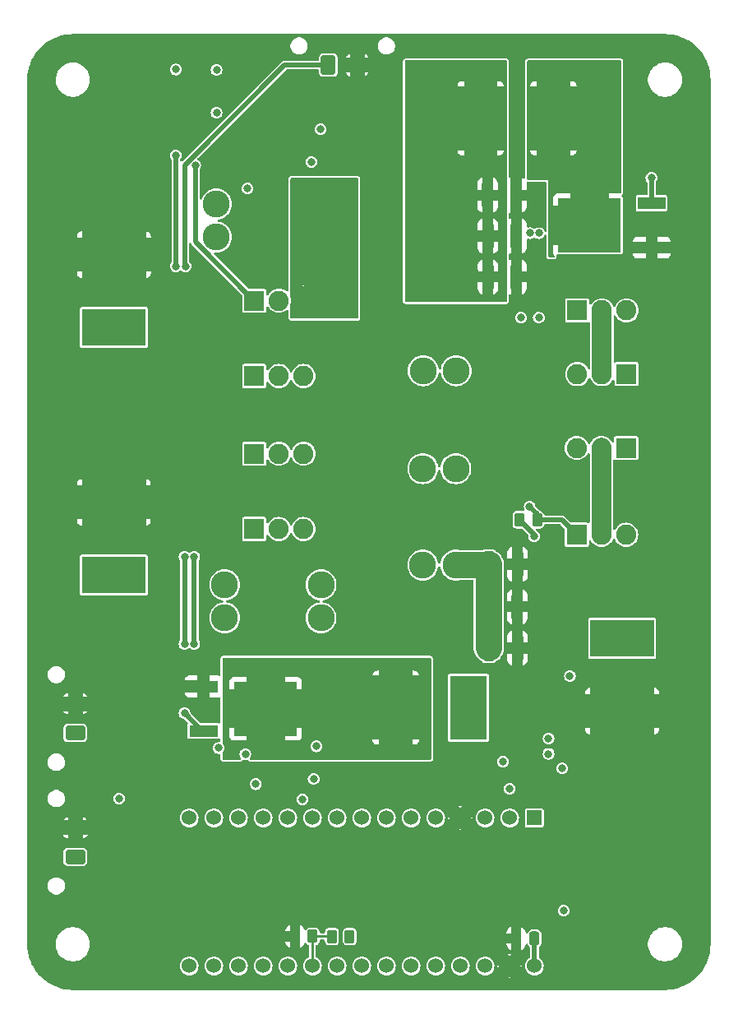
<source format=gbl>
G04 #@! TF.GenerationSoftware,KiCad,Pcbnew,8.0.1*
G04 #@! TF.CreationDate,2024-04-15T13:35:02-05:00*
G04 #@! TF.ProjectId,Power-Secondary,506f7765-722d-4536-9563-6f6e64617279,rev?*
G04 #@! TF.SameCoordinates,Original*
G04 #@! TF.FileFunction,Copper,L4,Bot*
G04 #@! TF.FilePolarity,Positive*
%FSLAX46Y46*%
G04 Gerber Fmt 4.6, Leading zero omitted, Abs format (unit mm)*
G04 Created by KiCad (PCBNEW 8.0.1) date 2024-04-15 13:35:02*
%MOMM*%
%LPD*%
G01*
G04 APERTURE LIST*
G04 Aperture macros list*
%AMRoundRect*
0 Rectangle with rounded corners*
0 $1 Rounding radius*
0 $2 $3 $4 $5 $6 $7 $8 $9 X,Y pos of 4 corners*
0 Add a 4 corners polygon primitive as box body*
4,1,4,$2,$3,$4,$5,$6,$7,$8,$9,$2,$3,0*
0 Add four circle primitives for the rounded corners*
1,1,$1+$1,$2,$3*
1,1,$1+$1,$4,$5*
1,1,$1+$1,$6,$7*
1,1,$1+$1,$8,$9*
0 Add four rect primitives between the rounded corners*
20,1,$1+$1,$2,$3,$4,$5,0*
20,1,$1+$1,$4,$5,$6,$7,0*
20,1,$1+$1,$6,$7,$8,$9,0*
20,1,$1+$1,$8,$9,$2,$3,0*%
G04 Aperture macros list end*
G04 #@! TA.AperFunction,ComponentPad*
%ADD10R,3.430000X3.780000*%
G04 #@! TD*
G04 #@! TA.AperFunction,ComponentPad*
%ADD11R,2.085000X2.085000*%
G04 #@! TD*
G04 #@! TA.AperFunction,ComponentPad*
%ADD12C,2.085000*%
G04 #@! TD*
G04 #@! TA.AperFunction,ComponentPad*
%ADD13R,3.780000X3.430000*%
G04 #@! TD*
G04 #@! TA.AperFunction,ComponentPad*
%ADD14C,2.780000*%
G04 #@! TD*
G04 #@! TA.AperFunction,ComponentPad*
%ADD15RoundRect,0.250001X0.759999X-0.499999X0.759999X0.499999X-0.759999X0.499999X-0.759999X-0.499999X0*%
G04 #@! TD*
G04 #@! TA.AperFunction,ComponentPad*
%ADD16O,2.020000X1.500000*%
G04 #@! TD*
G04 #@! TA.AperFunction,ComponentPad*
%ADD17R,1.524000X1.524000*%
G04 #@! TD*
G04 #@! TA.AperFunction,ComponentPad*
%ADD18C,1.524000*%
G04 #@! TD*
G04 #@! TA.AperFunction,ComponentPad*
%ADD19RoundRect,0.250001X-0.499999X-0.759999X0.499999X-0.759999X0.499999X0.759999X-0.499999X0.759999X0*%
G04 #@! TD*
G04 #@! TA.AperFunction,ComponentPad*
%ADD20O,1.500000X2.020000*%
G04 #@! TD*
G04 #@! TA.AperFunction,SMDPad,CuDef*
%ADD21RoundRect,0.250000X-0.325000X-1.100000X0.325000X-1.100000X0.325000X1.100000X-0.325000X1.100000X0*%
G04 #@! TD*
G04 #@! TA.AperFunction,SMDPad,CuDef*
%ADD22RoundRect,0.250000X0.262500X0.450000X-0.262500X0.450000X-0.262500X-0.450000X0.262500X-0.450000X0*%
G04 #@! TD*
G04 #@! TA.AperFunction,SMDPad,CuDef*
%ADD23RoundRect,0.250000X0.250000X0.475000X-0.250000X0.475000X-0.250000X-0.475000X0.250000X-0.475000X0*%
G04 #@! TD*
G04 #@! TA.AperFunction,SMDPad,CuDef*
%ADD24RoundRect,0.250000X-0.262500X-0.450000X0.262500X-0.450000X0.262500X0.450000X-0.262500X0.450000X0*%
G04 #@! TD*
G04 #@! TA.AperFunction,SMDPad,CuDef*
%ADD25R,2.850000X1.250000*%
G04 #@! TD*
G04 #@! TA.AperFunction,SMDPad,CuDef*
%ADD26R,6.500000X5.550000*%
G04 #@! TD*
G04 #@! TA.AperFunction,ViaPad*
%ADD27C,0.800000*%
G04 #@! TD*
G04 #@! TA.AperFunction,Conductor*
%ADD28C,2.700000*%
G04 #@! TD*
G04 #@! TA.AperFunction,Conductor*
%ADD29C,0.500000*%
G04 #@! TD*
G04 #@! TA.AperFunction,Conductor*
%ADD30C,0.250000*%
G04 #@! TD*
G04 #@! TA.AperFunction,Conductor*
%ADD31C,2.000000*%
G04 #@! TD*
G04 APERTURE END LIST*
D10*
X213180000Y-86000000D03*
X210000000Y-86000000D03*
X213180000Y-93490000D03*
X210000000Y-93490000D03*
D11*
X173670000Y-51250000D03*
D12*
X176210000Y-51250000D03*
X178750000Y-51250000D03*
D10*
X157630000Y-79495000D03*
X160810000Y-79495000D03*
X157630000Y-72005000D03*
X160810000Y-72005000D03*
D11*
X173670000Y-74750000D03*
D12*
X176210000Y-74750000D03*
X178750000Y-74750000D03*
D13*
X195750000Y-94740000D03*
X195750000Y-91560000D03*
X188260000Y-94740000D03*
X188260000Y-91560000D03*
D11*
X206920000Y-75345000D03*
D12*
X209460000Y-75345000D03*
X212000000Y-75345000D03*
D14*
X191090000Y-58460000D03*
X194490000Y-58460000D03*
X191090000Y-48540000D03*
X194490000Y-48540000D03*
D15*
X155250000Y-108500000D03*
D16*
X155250000Y-105500000D03*
D10*
X157635000Y-54000000D03*
X160815000Y-54000000D03*
X157635000Y-46510000D03*
X160815000Y-46510000D03*
D14*
X170640000Y-80500000D03*
X170640000Y-83900000D03*
X180560000Y-80500000D03*
X180560000Y-83900000D03*
D17*
X202540000Y-104500000D03*
D18*
X200000000Y-104500000D03*
X197460000Y-104500000D03*
X194920000Y-104500000D03*
X192380000Y-104500000D03*
X189840000Y-104500000D03*
X187300000Y-104500000D03*
X184760000Y-104500000D03*
X182220000Y-104500000D03*
X179680000Y-104500000D03*
X177140000Y-104500000D03*
X174600000Y-104500000D03*
X172060000Y-104500000D03*
X169520000Y-104500000D03*
X166980000Y-104500000D03*
X166980000Y-119740000D03*
X169520000Y-119740000D03*
X172060000Y-119740000D03*
X174600000Y-119740000D03*
X177140000Y-119740000D03*
X179680000Y-119740000D03*
X182220000Y-119740000D03*
X184760000Y-119740000D03*
X187300000Y-119740000D03*
X189840000Y-119740000D03*
X192380000Y-119740000D03*
X194920000Y-119740000D03*
X197460000Y-119740000D03*
X200000000Y-119740000D03*
X202540000Y-119740000D03*
D13*
X197005000Y-30880000D03*
X197005000Y-34060000D03*
X204495000Y-30880000D03*
X204495000Y-34060000D03*
D11*
X173670000Y-59000000D03*
D12*
X176210000Y-59000000D03*
X178750000Y-59000000D03*
D11*
X212040000Y-58805000D03*
D12*
X209500000Y-58805000D03*
X206960000Y-58805000D03*
D11*
X173670000Y-67000000D03*
D12*
X176210000Y-67000000D03*
X178750000Y-67000000D03*
D11*
X206960000Y-52250000D03*
D12*
X209500000Y-52250000D03*
X212040000Y-52250000D03*
D15*
X155250000Y-95750000D03*
D16*
X155250000Y-92750000D03*
D14*
X169790000Y-41300000D03*
X169790000Y-44700000D03*
X179710000Y-41300000D03*
X179710000Y-44700000D03*
X194450000Y-68540000D03*
X191050000Y-68540000D03*
X194450000Y-78460000D03*
X191050000Y-78460000D03*
D11*
X212000000Y-66405000D03*
D12*
X209460000Y-66405000D03*
X206920000Y-66405000D03*
D19*
X181300000Y-27000000D03*
D20*
X184300000Y-27000000D03*
D21*
X197850000Y-78400000D03*
X200800000Y-78400000D03*
X197850000Y-87000000D03*
X200800000Y-87000000D03*
D22*
X183512500Y-116700000D03*
X181687500Y-116700000D03*
D23*
X202550000Y-116900000D03*
X200650000Y-116900000D03*
D24*
X201000000Y-73800000D03*
X202825000Y-73800000D03*
D21*
X197825000Y-82750000D03*
X200775000Y-82750000D03*
X197750000Y-48800000D03*
X200700000Y-48800000D03*
D25*
X168450000Y-95530000D03*
D26*
X174850000Y-93250000D03*
D25*
X168450000Y-90970000D03*
X214625000Y-41220000D03*
D26*
X208225000Y-43500000D03*
D25*
X214625000Y-45780000D03*
D21*
X197725000Y-40400000D03*
X200675000Y-40400000D03*
D22*
X179700000Y-116690000D03*
X177875000Y-116690000D03*
D21*
X197750000Y-44600000D03*
X200700000Y-44600000D03*
D27*
X199300000Y-98700000D03*
X205423000Y-99400000D03*
X202550000Y-116900000D03*
X174700000Y-99900000D03*
X174800000Y-37200000D03*
X180900000Y-99400000D03*
X174800000Y-32400000D03*
X178800000Y-100700000D03*
X174000000Y-27500000D03*
X171900000Y-101700000D03*
X169800000Y-27500000D03*
X180525000Y-33600000D03*
X183512500Y-116700000D03*
X206200000Y-89900000D03*
X205550000Y-114050000D03*
X204000000Y-97900000D03*
X169800000Y-31900000D03*
X172769763Y-97923000D03*
X202073576Y-44300017D03*
X202050000Y-72450000D03*
X166500000Y-77600000D03*
X166500000Y-93700000D03*
X166500000Y-86600000D03*
X214600000Y-38600000D03*
X166600000Y-47700000D03*
X206300000Y-45000000D03*
X206300000Y-42000000D03*
X210100000Y-45000000D03*
X210100000Y-42000000D03*
X179556250Y-36956250D03*
X173000000Y-39700000D03*
X201175000Y-53000000D03*
X200000000Y-101500000D03*
X159750000Y-102500000D03*
X202498069Y-75500000D03*
X176700000Y-94900000D03*
X172900000Y-91900000D03*
X176700000Y-91900000D03*
X172900000Y-94900000D03*
X179800000Y-100500000D03*
X167600000Y-37300000D03*
X167500000Y-86600000D03*
X170000000Y-97300000D03*
X167500000Y-77600000D03*
X204000000Y-96317813D03*
X180100000Y-97123000D03*
X203000000Y-53000000D03*
X203000578Y-44299422D03*
X165600000Y-27450000D03*
X165600000Y-36300000D03*
X173850000Y-101021000D03*
X165600000Y-47700000D03*
X178650000Y-102584000D03*
D28*
X194450000Y-78460000D02*
X197790000Y-78460000D01*
X197825000Y-86975000D02*
X197850000Y-87000000D01*
X197850000Y-78400000D02*
X197850000Y-82725000D01*
X197790000Y-78460000D02*
X197850000Y-78400000D01*
D29*
X202540000Y-119740000D02*
X202540000Y-116910000D01*
X202540000Y-116910000D02*
X202550000Y-116900000D01*
D28*
X197825000Y-82750000D02*
X197825000Y-86975000D01*
X197850000Y-82725000D02*
X197825000Y-82750000D01*
D30*
X181677500Y-116690000D02*
X181687500Y-116700000D01*
X179700000Y-116690000D02*
X181677500Y-116690000D01*
X179680000Y-119740000D02*
X179680000Y-116710000D01*
X179680000Y-116710000D02*
X179700000Y-116690000D01*
D29*
X202825000Y-73800000D02*
X205375000Y-73800000D01*
X202825000Y-73225000D02*
X202825000Y-73800000D01*
X202050000Y-72450000D02*
X202825000Y-73225000D01*
X205375000Y-73800000D02*
X206920000Y-75345000D01*
X176801156Y-27000000D02*
X181300000Y-27000000D01*
X214625000Y-41220000D02*
X214625000Y-38625000D01*
X168330000Y-95530000D02*
X168450000Y-95530000D01*
X166500000Y-86600000D02*
X166500000Y-77600000D01*
X166500000Y-37301156D02*
X176801156Y-27000000D01*
X214625000Y-38625000D02*
X214600000Y-38600000D01*
X166500000Y-93700000D02*
X168330000Y-95530000D01*
X166500000Y-47600000D02*
X166500000Y-37301156D01*
X202498069Y-75500000D02*
X202498069Y-75298069D01*
X202498069Y-75298069D02*
X201000000Y-73800000D01*
X167600000Y-37300000D02*
X167600000Y-45180000D01*
X167500000Y-86600000D02*
X167500000Y-77600000D01*
X167600000Y-45180000D02*
X173670000Y-51250000D01*
D31*
X209500000Y-52222500D02*
X209500000Y-58777500D01*
D29*
X165600000Y-36300000D02*
X165600000Y-47700000D01*
D31*
X209450000Y-66400000D02*
X209450000Y-75340000D01*
G04 #@! TA.AperFunction,Conductor*
G36*
X211443039Y-26519685D02*
G01*
X211488794Y-26572489D01*
X211500000Y-26624000D01*
X211500000Y-40101000D01*
X211480315Y-40168039D01*
X211427511Y-40213794D01*
X211376000Y-40225000D01*
X210225000Y-40225000D01*
X210225000Y-45376000D01*
X210205315Y-45443039D01*
X210152511Y-45488794D01*
X210101000Y-45500000D01*
X204475000Y-45500000D01*
X204475000Y-46322844D01*
X204481401Y-46382372D01*
X204481403Y-46382379D01*
X204531645Y-46517086D01*
X204531649Y-46517093D01*
X204594978Y-46601689D01*
X204619396Y-46667153D01*
X204604545Y-46735426D01*
X204555140Y-46784832D01*
X204495712Y-46800000D01*
X204124000Y-46800000D01*
X204056961Y-46780315D01*
X204011206Y-46727511D01*
X204000000Y-46676000D01*
X204000000Y-41500000D01*
X204475000Y-41500000D01*
X206225000Y-41500000D01*
X206225000Y-40225000D01*
X204927155Y-40225000D01*
X204867627Y-40231401D01*
X204867620Y-40231403D01*
X204732913Y-40281645D01*
X204732906Y-40281649D01*
X204617812Y-40367809D01*
X204617809Y-40367812D01*
X204531649Y-40482906D01*
X204531645Y-40482913D01*
X204481403Y-40617620D01*
X204481401Y-40617627D01*
X204475000Y-40677155D01*
X204475000Y-41500000D01*
X204000000Y-41500000D01*
X204000000Y-38800000D01*
X201924000Y-38800000D01*
X201856961Y-38780315D01*
X201811206Y-38727511D01*
X201800000Y-38676000D01*
X201800000Y-35775000D01*
X202105000Y-35775000D01*
X202105000Y-35822844D01*
X202111401Y-35882372D01*
X202111403Y-35882379D01*
X202161645Y-36017086D01*
X202161649Y-36017093D01*
X202247809Y-36132187D01*
X202247812Y-36132190D01*
X202362906Y-36218350D01*
X202362913Y-36218354D01*
X202497620Y-36268596D01*
X202497627Y-36268598D01*
X202557155Y-36274999D01*
X202557172Y-36275000D01*
X202780000Y-36275000D01*
X202780000Y-35775000D01*
X206210000Y-35775000D01*
X206210000Y-36275000D01*
X206432828Y-36275000D01*
X206432844Y-36274999D01*
X206492372Y-36268598D01*
X206492379Y-36268596D01*
X206627086Y-36218354D01*
X206627093Y-36218350D01*
X206742187Y-36132190D01*
X206742190Y-36132187D01*
X206828350Y-36017093D01*
X206828354Y-36017086D01*
X206878596Y-35882379D01*
X206878598Y-35882372D01*
X206884999Y-35822844D01*
X206885000Y-35822827D01*
X206885000Y-35775000D01*
X206210000Y-35775000D01*
X202780000Y-35775000D01*
X202105000Y-35775000D01*
X201800000Y-35775000D01*
X201800000Y-34147657D01*
X203605000Y-34147657D01*
X203639203Y-34319603D01*
X203706293Y-34481573D01*
X203803692Y-34627342D01*
X203927658Y-34751308D01*
X204073427Y-34848707D01*
X204235397Y-34915797D01*
X204407343Y-34950000D01*
X204582657Y-34950000D01*
X204754603Y-34915797D01*
X204916573Y-34848707D01*
X205062342Y-34751308D01*
X205186308Y-34627342D01*
X205283707Y-34481573D01*
X205350797Y-34319603D01*
X205385000Y-34147657D01*
X205385000Y-33972343D01*
X205350797Y-33800397D01*
X205283707Y-33638427D01*
X205186308Y-33492658D01*
X205062342Y-33368692D01*
X204916573Y-33271293D01*
X204754603Y-33204203D01*
X204582657Y-33170000D01*
X204407343Y-33170000D01*
X204235397Y-33204203D01*
X204073427Y-33271293D01*
X203927658Y-33368692D01*
X203803692Y-33492658D01*
X203706293Y-33638427D01*
X203639203Y-33800397D01*
X203605000Y-33972343D01*
X203605000Y-34147657D01*
X201800000Y-34147657D01*
X201800000Y-30967657D01*
X203605000Y-30967657D01*
X203639203Y-31139603D01*
X203706293Y-31301573D01*
X203803692Y-31447342D01*
X203927658Y-31571308D01*
X204073427Y-31668707D01*
X204235397Y-31735797D01*
X204407343Y-31770000D01*
X204582657Y-31770000D01*
X204754603Y-31735797D01*
X204916573Y-31668707D01*
X205062342Y-31571308D01*
X205186308Y-31447342D01*
X205283707Y-31301573D01*
X205350797Y-31139603D01*
X205385000Y-30967657D01*
X205385000Y-30792343D01*
X205350797Y-30620397D01*
X205283707Y-30458427D01*
X205186308Y-30312658D01*
X205062342Y-30188692D01*
X204916573Y-30091293D01*
X204754603Y-30024203D01*
X204582657Y-29990000D01*
X204407343Y-29990000D01*
X204235397Y-30024203D01*
X204073427Y-30091293D01*
X203927658Y-30188692D01*
X203803692Y-30312658D01*
X203706293Y-30458427D01*
X203639203Y-30620397D01*
X203605000Y-30792343D01*
X203605000Y-30967657D01*
X201800000Y-30967657D01*
X201800000Y-29165000D01*
X202105000Y-29165000D01*
X202780000Y-29165000D01*
X202780000Y-28665000D01*
X206210000Y-28665000D01*
X206210000Y-29165000D01*
X206885000Y-29165000D01*
X206885000Y-29117172D01*
X206884999Y-29117155D01*
X206878598Y-29057627D01*
X206878596Y-29057620D01*
X206828354Y-28922913D01*
X206828350Y-28922906D01*
X206742190Y-28807812D01*
X206742187Y-28807809D01*
X206627093Y-28721649D01*
X206627086Y-28721645D01*
X206492379Y-28671403D01*
X206492372Y-28671401D01*
X206432844Y-28665000D01*
X206210000Y-28665000D01*
X202780000Y-28665000D01*
X202557155Y-28665000D01*
X202497627Y-28671401D01*
X202497620Y-28671403D01*
X202362913Y-28721645D01*
X202362906Y-28721649D01*
X202247812Y-28807809D01*
X202247809Y-28807812D01*
X202161649Y-28922906D01*
X202161645Y-28922913D01*
X202111403Y-29057620D01*
X202111401Y-29057627D01*
X202105000Y-29117155D01*
X202105000Y-29165000D01*
X201800000Y-29165000D01*
X201800000Y-26624000D01*
X201819685Y-26556961D01*
X201872489Y-26511206D01*
X201924000Y-26500000D01*
X211376000Y-26500000D01*
X211443039Y-26519685D01*
G37*
G04 #@! TD.AperFunction*
G04 #@! TA.AperFunction,Conductor*
G36*
X199643039Y-26519685D02*
G01*
X199688794Y-26572489D01*
X199700000Y-26624000D01*
X199700000Y-51276000D01*
X199680315Y-51343039D01*
X199627511Y-51388794D01*
X199576000Y-51400000D01*
X189324000Y-51400000D01*
X189256961Y-51380315D01*
X189211206Y-51327511D01*
X189200000Y-51276000D01*
X189200000Y-49383674D01*
X189200000Y-48627657D01*
X190200000Y-48627657D01*
X190234203Y-48799603D01*
X190301293Y-48961573D01*
X190398692Y-49107342D01*
X190522658Y-49231308D01*
X190668427Y-49328707D01*
X190830397Y-49395797D01*
X191002343Y-49430000D01*
X191177657Y-49430000D01*
X191349603Y-49395797D01*
X191511573Y-49328707D01*
X191657342Y-49231308D01*
X191781308Y-49107342D01*
X191878707Y-48961573D01*
X191945797Y-48799603D01*
X191980000Y-48627657D01*
X193600000Y-48627657D01*
X193634203Y-48799603D01*
X193701293Y-48961573D01*
X193798692Y-49107342D01*
X193922658Y-49231308D01*
X194068427Y-49328707D01*
X194230397Y-49395797D01*
X194402343Y-49430000D01*
X194577657Y-49430000D01*
X194749603Y-49395797D01*
X194799812Y-49375000D01*
X196675001Y-49375000D01*
X196675001Y-49949986D01*
X196685494Y-50052697D01*
X196740641Y-50219119D01*
X196740643Y-50219124D01*
X196832684Y-50368345D01*
X196956654Y-50492315D01*
X197105881Y-50584359D01*
X197174999Y-50607262D01*
X197175000Y-50607262D01*
X197175000Y-49375000D01*
X198325000Y-49375000D01*
X198325000Y-50607262D01*
X198394118Y-50584359D01*
X198543345Y-50492315D01*
X198667315Y-50368345D01*
X198759356Y-50219124D01*
X198759358Y-50219119D01*
X198814505Y-50052697D01*
X198814506Y-50052690D01*
X198824999Y-49949986D01*
X198825000Y-49949973D01*
X198825000Y-49375000D01*
X198325000Y-49375000D01*
X197175000Y-49375000D01*
X196675001Y-49375000D01*
X194799812Y-49375000D01*
X194911573Y-49328707D01*
X195057342Y-49231308D01*
X195181308Y-49107342D01*
X195278707Y-48961573D01*
X195345797Y-48799603D01*
X195380000Y-48627657D01*
X195380000Y-48452343D01*
X195345797Y-48280397D01*
X195278707Y-48118427D01*
X195193781Y-47991325D01*
X196675000Y-47991325D01*
X196752034Y-48068359D01*
X196785519Y-48129682D01*
X196780535Y-48199374D01*
X196768134Y-48218668D01*
X196770757Y-48225000D01*
X197175000Y-48225000D01*
X197175000Y-46992737D01*
X198325000Y-46992737D01*
X198325000Y-48225000D01*
X198824999Y-48225000D01*
X198824999Y-47650028D01*
X198824998Y-47650013D01*
X198814505Y-47547302D01*
X198759358Y-47380880D01*
X198759356Y-47380875D01*
X198667315Y-47231654D01*
X198543345Y-47107684D01*
X198394120Y-47015641D01*
X198325000Y-46992737D01*
X197175000Y-46992737D01*
X197105879Y-47015641D01*
X196956654Y-47107684D01*
X196832684Y-47231654D01*
X196740643Y-47380875D01*
X196740641Y-47380880D01*
X196685494Y-47547302D01*
X196685493Y-47547309D01*
X196675000Y-47650013D01*
X196675000Y-47991325D01*
X195193781Y-47991325D01*
X195181308Y-47972658D01*
X195057342Y-47848692D01*
X194911573Y-47751293D01*
X194749603Y-47684203D01*
X194577657Y-47650000D01*
X194402343Y-47650000D01*
X194230397Y-47684203D01*
X194068427Y-47751293D01*
X193922658Y-47848692D01*
X193798692Y-47972658D01*
X193701293Y-48118427D01*
X193634203Y-48280397D01*
X193600000Y-48452343D01*
X193600000Y-48627657D01*
X191980000Y-48627657D01*
X191980000Y-48452343D01*
X191945797Y-48280397D01*
X191878707Y-48118427D01*
X191781308Y-47972658D01*
X191657342Y-47848692D01*
X191511573Y-47751293D01*
X191349603Y-47684203D01*
X191177657Y-47650000D01*
X191002343Y-47650000D01*
X190830397Y-47684203D01*
X190668427Y-47751293D01*
X190522658Y-47848692D01*
X190398692Y-47972658D01*
X190301293Y-48118427D01*
X190234203Y-48280397D01*
X190200000Y-48452343D01*
X190200000Y-48627657D01*
X189200000Y-48627657D01*
X189200000Y-45175000D01*
X196675001Y-45175000D01*
X196675001Y-45749986D01*
X196685494Y-45852697D01*
X196740641Y-46019119D01*
X196740643Y-46019124D01*
X196832684Y-46168345D01*
X196956654Y-46292315D01*
X197105881Y-46384359D01*
X197174999Y-46407262D01*
X197175000Y-46407262D01*
X197175000Y-45175000D01*
X198325000Y-45175000D01*
X198325000Y-46407262D01*
X198394118Y-46384359D01*
X198543345Y-46292315D01*
X198667315Y-46168345D01*
X198759356Y-46019124D01*
X198759358Y-46019119D01*
X198814505Y-45852697D01*
X198814506Y-45852690D01*
X198824999Y-45749986D01*
X198825000Y-45749973D01*
X198825000Y-45175000D01*
X198325000Y-45175000D01*
X197175000Y-45175000D01*
X196675001Y-45175000D01*
X189200000Y-45175000D01*
X189200000Y-44025000D01*
X196675000Y-44025000D01*
X197175000Y-44025000D01*
X197175000Y-42792737D01*
X198325000Y-42792737D01*
X198325000Y-44025000D01*
X198824999Y-44025000D01*
X198824999Y-43450028D01*
X198824998Y-43450013D01*
X198814505Y-43347302D01*
X198759358Y-43180880D01*
X198759356Y-43180875D01*
X198667315Y-43031654D01*
X198543345Y-42907684D01*
X198394120Y-42815641D01*
X198325000Y-42792737D01*
X197175000Y-42792737D01*
X197105879Y-42815641D01*
X196956654Y-42907684D01*
X196832684Y-43031654D01*
X196740643Y-43180875D01*
X196740641Y-43180880D01*
X196685494Y-43347302D01*
X196685493Y-43347309D01*
X196675000Y-43450013D01*
X196675000Y-44025000D01*
X189200000Y-44025000D01*
X189200000Y-40975000D01*
X196650001Y-40975000D01*
X196650001Y-41549986D01*
X196660494Y-41652697D01*
X196715641Y-41819119D01*
X196715643Y-41819124D01*
X196807684Y-41968345D01*
X196931654Y-42092315D01*
X197080881Y-42184359D01*
X197149999Y-42207262D01*
X197150000Y-42207262D01*
X197150000Y-40975000D01*
X198300000Y-40975000D01*
X198300000Y-42207262D01*
X198369118Y-42184359D01*
X198518345Y-42092315D01*
X198642315Y-41968345D01*
X198734356Y-41819124D01*
X198734358Y-41819119D01*
X198789505Y-41652697D01*
X198789506Y-41652690D01*
X198799999Y-41549986D01*
X198800000Y-41549973D01*
X198800000Y-40975000D01*
X198300000Y-40975000D01*
X197150000Y-40975000D01*
X196650001Y-40975000D01*
X189200000Y-40975000D01*
X189200000Y-39825000D01*
X196650000Y-39825000D01*
X197150000Y-39825000D01*
X197150000Y-38592737D01*
X198300000Y-38592737D01*
X198300000Y-39825000D01*
X198799999Y-39825000D01*
X198799999Y-39250028D01*
X198799998Y-39250013D01*
X198789505Y-39147302D01*
X198734358Y-38980880D01*
X198734356Y-38980875D01*
X198642315Y-38831654D01*
X198518345Y-38707684D01*
X198369120Y-38615641D01*
X198300000Y-38592737D01*
X197150000Y-38592737D01*
X197080879Y-38615641D01*
X196931654Y-38707684D01*
X196807684Y-38831654D01*
X196715643Y-38980875D01*
X196715641Y-38980880D01*
X196660494Y-39147302D01*
X196660493Y-39147309D01*
X196650000Y-39250013D01*
X196650000Y-39825000D01*
X189200000Y-39825000D01*
X189200000Y-35775000D01*
X194615000Y-35775000D01*
X194615000Y-35822844D01*
X194621401Y-35882372D01*
X194621403Y-35882379D01*
X194671645Y-36017086D01*
X194671649Y-36017093D01*
X194757809Y-36132187D01*
X194757812Y-36132190D01*
X194872906Y-36218350D01*
X194872913Y-36218354D01*
X195007620Y-36268596D01*
X195007627Y-36268598D01*
X195067155Y-36274999D01*
X195067172Y-36275000D01*
X195290000Y-36275000D01*
X195290000Y-35775000D01*
X198720000Y-35775000D01*
X198720000Y-36275000D01*
X198942828Y-36275000D01*
X198942844Y-36274999D01*
X199002372Y-36268598D01*
X199002379Y-36268596D01*
X199137086Y-36218354D01*
X199137093Y-36218350D01*
X199252187Y-36132190D01*
X199252190Y-36132187D01*
X199338350Y-36017093D01*
X199338354Y-36017086D01*
X199388596Y-35882379D01*
X199388598Y-35882372D01*
X199394999Y-35822844D01*
X199395000Y-35822827D01*
X199395000Y-35775000D01*
X198720000Y-35775000D01*
X195290000Y-35775000D01*
X194615000Y-35775000D01*
X189200000Y-35775000D01*
X189200000Y-34147657D01*
X196115000Y-34147657D01*
X196149203Y-34319603D01*
X196216293Y-34481573D01*
X196313692Y-34627342D01*
X196437658Y-34751308D01*
X196583427Y-34848707D01*
X196745397Y-34915797D01*
X196917343Y-34950000D01*
X197092657Y-34950000D01*
X197264603Y-34915797D01*
X197426573Y-34848707D01*
X197572342Y-34751308D01*
X197696308Y-34627342D01*
X197793707Y-34481573D01*
X197860797Y-34319603D01*
X197895000Y-34147657D01*
X197895000Y-33972343D01*
X197860797Y-33800397D01*
X197793707Y-33638427D01*
X197696308Y-33492658D01*
X197572342Y-33368692D01*
X197426573Y-33271293D01*
X197264603Y-33204203D01*
X197092657Y-33170000D01*
X196917343Y-33170000D01*
X196745397Y-33204203D01*
X196583427Y-33271293D01*
X196437658Y-33368692D01*
X196313692Y-33492658D01*
X196216293Y-33638427D01*
X196149203Y-33800397D01*
X196115000Y-33972343D01*
X196115000Y-34147657D01*
X189200000Y-34147657D01*
X189200000Y-30967657D01*
X196115000Y-30967657D01*
X196149203Y-31139603D01*
X196216293Y-31301573D01*
X196313692Y-31447342D01*
X196437658Y-31571308D01*
X196583427Y-31668707D01*
X196745397Y-31735797D01*
X196917343Y-31770000D01*
X197092657Y-31770000D01*
X197264603Y-31735797D01*
X197426573Y-31668707D01*
X197572342Y-31571308D01*
X197696308Y-31447342D01*
X197793707Y-31301573D01*
X197860797Y-31139603D01*
X197895000Y-30967657D01*
X197895000Y-30792343D01*
X197860797Y-30620397D01*
X197793707Y-30458427D01*
X197696308Y-30312658D01*
X197572342Y-30188692D01*
X197426573Y-30091293D01*
X197264603Y-30024203D01*
X197092657Y-29990000D01*
X196917343Y-29990000D01*
X196745397Y-30024203D01*
X196583427Y-30091293D01*
X196437658Y-30188692D01*
X196313692Y-30312658D01*
X196216293Y-30458427D01*
X196149203Y-30620397D01*
X196115000Y-30792343D01*
X196115000Y-30967657D01*
X189200000Y-30967657D01*
X189200000Y-29165000D01*
X194615000Y-29165000D01*
X195290000Y-29165000D01*
X195290000Y-28665000D01*
X198720000Y-28665000D01*
X198720000Y-29165000D01*
X199395000Y-29165000D01*
X199395000Y-29117172D01*
X199394999Y-29117155D01*
X199388598Y-29057627D01*
X199388596Y-29057620D01*
X199338354Y-28922913D01*
X199338350Y-28922906D01*
X199252190Y-28807812D01*
X199252187Y-28807809D01*
X199137093Y-28721649D01*
X199137086Y-28721645D01*
X199002379Y-28671403D01*
X199002372Y-28671401D01*
X198942844Y-28665000D01*
X198720000Y-28665000D01*
X195290000Y-28665000D01*
X195067155Y-28665000D01*
X195007627Y-28671401D01*
X195007620Y-28671403D01*
X194872913Y-28721645D01*
X194872906Y-28721649D01*
X194757812Y-28807809D01*
X194757809Y-28807812D01*
X194671649Y-28922906D01*
X194671645Y-28922913D01*
X194621403Y-29057620D01*
X194621401Y-29057627D01*
X194615000Y-29117155D01*
X194615000Y-29165000D01*
X189200000Y-29165000D01*
X189200000Y-26624000D01*
X189219685Y-26556961D01*
X189272489Y-26511206D01*
X189324000Y-26500000D01*
X199576000Y-26500000D01*
X199643039Y-26519685D01*
G37*
G04 #@! TD.AperFunction*
G04 #@! TA.AperFunction,Conductor*
G36*
X184343039Y-38619685D02*
G01*
X184388794Y-38672489D01*
X184400000Y-38724000D01*
X184400000Y-52976000D01*
X184380315Y-53043039D01*
X184327511Y-53088794D01*
X184276000Y-53100000D01*
X177524000Y-53100000D01*
X177456961Y-53080315D01*
X177411206Y-53027511D01*
X177400000Y-52976000D01*
X177400000Y-52791946D01*
X178682371Y-52791946D01*
X178749999Y-52797269D01*
X178817627Y-52791946D01*
X178750000Y-52724318D01*
X178682371Y-52791946D01*
X177400000Y-52791946D01*
X177400000Y-52142236D01*
X177400000Y-51611442D01*
X177408638Y-51579206D01*
X177438792Y-51466669D01*
X177451759Y-51318452D01*
X178055000Y-51318452D01*
X178081708Y-51452724D01*
X178134099Y-51579206D01*
X178210158Y-51693037D01*
X178306963Y-51789842D01*
X178420794Y-51865901D01*
X178547276Y-51918292D01*
X178681548Y-51945000D01*
X178818452Y-51945000D01*
X178952724Y-51918292D01*
X179079206Y-51865901D01*
X179193037Y-51789842D01*
X179289842Y-51693037D01*
X179365901Y-51579206D01*
X179418292Y-51452724D01*
X179445000Y-51318452D01*
X179445000Y-51250000D01*
X180224318Y-51250000D01*
X180291946Y-51317627D01*
X180297269Y-51249999D01*
X180291946Y-51182371D01*
X180224318Y-51250000D01*
X179445000Y-51250000D01*
X179445000Y-51181548D01*
X179418292Y-51047276D01*
X179365901Y-50920794D01*
X179289842Y-50806963D01*
X179193037Y-50710158D01*
X179079206Y-50634099D01*
X178952724Y-50581708D01*
X178818452Y-50555000D01*
X178681548Y-50555000D01*
X178547276Y-50581708D01*
X178420794Y-50634099D01*
X178306963Y-50710158D01*
X178210158Y-50806963D01*
X178134099Y-50920794D01*
X178081708Y-51047276D01*
X178055000Y-51181548D01*
X178055000Y-51318452D01*
X177451759Y-51318452D01*
X177457748Y-51250000D01*
X177438792Y-51033331D01*
X177400000Y-50888556D01*
X177400000Y-49708052D01*
X178682370Y-49708052D01*
X178750000Y-49775681D01*
X178817629Y-49708051D01*
X178750000Y-49702730D01*
X178682370Y-49708051D01*
X178682370Y-49708052D01*
X177400000Y-49708052D01*
X177400000Y-44787657D01*
X178820000Y-44787657D01*
X178854203Y-44959603D01*
X178921293Y-45121573D01*
X179018692Y-45267342D01*
X179142658Y-45391308D01*
X179288427Y-45488707D01*
X179450397Y-45555797D01*
X179622343Y-45590000D01*
X179797657Y-45590000D01*
X179969603Y-45555797D01*
X180131573Y-45488707D01*
X180277342Y-45391308D01*
X180401308Y-45267342D01*
X180498707Y-45121573D01*
X180565797Y-44959603D01*
X180600000Y-44787657D01*
X180600000Y-44612343D01*
X180565797Y-44440397D01*
X180498707Y-44278427D01*
X180401308Y-44132658D01*
X180277342Y-44008692D01*
X180131573Y-43911293D01*
X179969603Y-43844203D01*
X179797657Y-43810000D01*
X179622343Y-43810000D01*
X179450397Y-43844203D01*
X179288427Y-43911293D01*
X179142658Y-44008692D01*
X179018692Y-44132658D01*
X178921293Y-44278427D01*
X178854203Y-44440397D01*
X178820000Y-44612343D01*
X178820000Y-44787657D01*
X177400000Y-44787657D01*
X177400000Y-41387657D01*
X178820000Y-41387657D01*
X178854203Y-41559603D01*
X178921293Y-41721573D01*
X179018692Y-41867342D01*
X179142658Y-41991308D01*
X179288427Y-42088707D01*
X179450397Y-42155797D01*
X179622343Y-42190000D01*
X179797657Y-42190000D01*
X179969603Y-42155797D01*
X180131573Y-42088707D01*
X180277342Y-41991308D01*
X180401308Y-41867342D01*
X180498707Y-41721573D01*
X180565797Y-41559603D01*
X180600000Y-41387657D01*
X180600000Y-41212343D01*
X180565797Y-41040397D01*
X180498707Y-40878427D01*
X180401308Y-40732658D01*
X180277342Y-40608692D01*
X180131573Y-40511293D01*
X179969603Y-40444203D01*
X179797657Y-40410000D01*
X179622343Y-40410000D01*
X179450397Y-40444203D01*
X179288427Y-40511293D01*
X179142658Y-40608692D01*
X179018692Y-40732658D01*
X178921293Y-40878427D01*
X178854203Y-41040397D01*
X178820000Y-41212343D01*
X178820000Y-41387657D01*
X177400000Y-41387657D01*
X177400000Y-38724000D01*
X177419685Y-38656961D01*
X177472489Y-38611206D01*
X177524000Y-38600000D01*
X184276000Y-38600000D01*
X184343039Y-38619685D01*
G37*
G04 #@! TD.AperFunction*
G04 #@! TA.AperFunction,Conductor*
G36*
X191843039Y-88019685D02*
G01*
X191888794Y-88072489D01*
X191900000Y-88124000D01*
X191900000Y-98376000D01*
X191880315Y-98443039D01*
X191827511Y-98488794D01*
X191776000Y-98500000D01*
X173335376Y-98500000D01*
X173268337Y-98480315D01*
X173222582Y-98427511D01*
X173212638Y-98358353D01*
X173237001Y-98300513D01*
X173294298Y-98225842D01*
X173294297Y-98225842D01*
X173294299Y-98225841D01*
X173354807Y-98079762D01*
X173375445Y-97923000D01*
X173354807Y-97766238D01*
X173294299Y-97620159D01*
X173198045Y-97494718D01*
X173072604Y-97398464D01*
X172926525Y-97337956D01*
X172926523Y-97337955D01*
X172769764Y-97317318D01*
X172769762Y-97317318D01*
X172613002Y-97337955D01*
X172613000Y-97337956D01*
X172466923Y-97398463D01*
X172341481Y-97494718D01*
X172245226Y-97620160D01*
X172184719Y-97766237D01*
X172184718Y-97766239D01*
X172164081Y-97922998D01*
X172164081Y-97923001D01*
X172184718Y-98079760D01*
X172184719Y-98079762D01*
X172245227Y-98225842D01*
X172302525Y-98300513D01*
X172327720Y-98365682D01*
X172313682Y-98434127D01*
X172264868Y-98484117D01*
X172204150Y-98500000D01*
X170524000Y-98500000D01*
X170456961Y-98480315D01*
X170411206Y-98427511D01*
X170400000Y-98376000D01*
X170400000Y-97807232D01*
X170419685Y-97740193D01*
X170425624Y-97731746D01*
X170524535Y-97602842D01*
X170524534Y-97602842D01*
X170524536Y-97602841D01*
X170585044Y-97456762D01*
X170605682Y-97300000D01*
X170603017Y-97279760D01*
X170585044Y-97143239D01*
X170585044Y-97143238D01*
X170576662Y-97123001D01*
X179494318Y-97123001D01*
X179514955Y-97279760D01*
X179514956Y-97279762D01*
X179575464Y-97425841D01*
X179671718Y-97551282D01*
X179797159Y-97647536D01*
X179943238Y-97708044D01*
X180021619Y-97718363D01*
X180099999Y-97728682D01*
X180100000Y-97728682D01*
X180100001Y-97728682D01*
X180152254Y-97721802D01*
X180256762Y-97708044D01*
X180402841Y-97647536D01*
X180528282Y-97551282D01*
X180624536Y-97425841D01*
X180685044Y-97279762D01*
X180698802Y-97175254D01*
X180705682Y-97123001D01*
X180705682Y-97122998D01*
X180689115Y-96997159D01*
X180685044Y-96966238D01*
X180624536Y-96820159D01*
X180528282Y-96694718D01*
X180402841Y-96598464D01*
X180315707Y-96562372D01*
X180256762Y-96537956D01*
X180256760Y-96537955D01*
X180100001Y-96517318D01*
X180099999Y-96517318D01*
X179943239Y-96537955D01*
X179943237Y-96537956D01*
X179797160Y-96598463D01*
X179671718Y-96694718D01*
X179575463Y-96820160D01*
X179514956Y-96966237D01*
X179514955Y-96966239D01*
X179494318Y-97122998D01*
X179494318Y-97123001D01*
X170576662Y-97123001D01*
X170524536Y-96997159D01*
X170524535Y-96997158D01*
X170524535Y-96997157D01*
X170425624Y-96868254D01*
X170400430Y-96803085D01*
X170400000Y-96792768D01*
X170400000Y-95250000D01*
X171100000Y-95250000D01*
X171100000Y-96072844D01*
X171106401Y-96132372D01*
X171106403Y-96132379D01*
X171156645Y-96267086D01*
X171156649Y-96267093D01*
X171242809Y-96382187D01*
X171242812Y-96382190D01*
X171357906Y-96468350D01*
X171357913Y-96468354D01*
X171492620Y-96518596D01*
X171492627Y-96518598D01*
X171552155Y-96524999D01*
X171552172Y-96525000D01*
X172850000Y-96525000D01*
X172850000Y-95250000D01*
X176850000Y-95250000D01*
X176850000Y-96525000D01*
X178147828Y-96525000D01*
X178147844Y-96524999D01*
X178207372Y-96518598D01*
X178207379Y-96518596D01*
X178342086Y-96468354D01*
X178342093Y-96468350D01*
X178359926Y-96455000D01*
X185870000Y-96455000D01*
X185870000Y-96502844D01*
X185876401Y-96562372D01*
X185876403Y-96562379D01*
X185926645Y-96697086D01*
X185926649Y-96697093D01*
X186012809Y-96812187D01*
X186012812Y-96812190D01*
X186127906Y-96898350D01*
X186127913Y-96898354D01*
X186262620Y-96948596D01*
X186262627Y-96948598D01*
X186322155Y-96954999D01*
X186322172Y-96955000D01*
X186545000Y-96955000D01*
X186545000Y-96455000D01*
X189975000Y-96455000D01*
X189975000Y-96955000D01*
X190197828Y-96955000D01*
X190197844Y-96954999D01*
X190257372Y-96948598D01*
X190257379Y-96948596D01*
X190392086Y-96898354D01*
X190392093Y-96898350D01*
X190507187Y-96812190D01*
X190507190Y-96812187D01*
X190593350Y-96697093D01*
X190593354Y-96697086D01*
X190643596Y-96562379D01*
X190643598Y-96562372D01*
X190649999Y-96502844D01*
X190650000Y-96502827D01*
X190650000Y-96455000D01*
X189975000Y-96455000D01*
X186545000Y-96455000D01*
X185870000Y-96455000D01*
X178359926Y-96455000D01*
X178457187Y-96382190D01*
X178457190Y-96382187D01*
X178543350Y-96267093D01*
X178543354Y-96267086D01*
X178593596Y-96132379D01*
X178593598Y-96132372D01*
X178599999Y-96072844D01*
X178600000Y-96072827D01*
X178600000Y-95250000D01*
X176850000Y-95250000D01*
X172850000Y-95250000D01*
X171100000Y-95250000D01*
X170400000Y-95250000D01*
X170400000Y-94827657D01*
X187370000Y-94827657D01*
X187404203Y-94999603D01*
X187471293Y-95161573D01*
X187568692Y-95307342D01*
X187692658Y-95431308D01*
X187838427Y-95528707D01*
X188000397Y-95595797D01*
X188172343Y-95630000D01*
X188347657Y-95630000D01*
X188519603Y-95595797D01*
X188681573Y-95528707D01*
X188827342Y-95431308D01*
X188951308Y-95307342D01*
X189048707Y-95161573D01*
X189115797Y-94999603D01*
X189150000Y-94827657D01*
X189150000Y-94652343D01*
X189115797Y-94480397D01*
X189048707Y-94318427D01*
X188951308Y-94172658D01*
X188827342Y-94048692D01*
X188681573Y-93951293D01*
X188519603Y-93884203D01*
X188347657Y-93850000D01*
X188172343Y-93850000D01*
X188000397Y-93884203D01*
X187838427Y-93951293D01*
X187692658Y-94048692D01*
X187568692Y-94172658D01*
X187471293Y-94318427D01*
X187404203Y-94480397D01*
X187370000Y-94652343D01*
X187370000Y-94827657D01*
X170400000Y-94827657D01*
X170400000Y-91647657D01*
X187370000Y-91647657D01*
X187404203Y-91819603D01*
X187471293Y-91981573D01*
X187568692Y-92127342D01*
X187692658Y-92251308D01*
X187838427Y-92348707D01*
X188000397Y-92415797D01*
X188172343Y-92450000D01*
X188347657Y-92450000D01*
X188519603Y-92415797D01*
X188681573Y-92348707D01*
X188827342Y-92251308D01*
X188951308Y-92127342D01*
X189048707Y-91981573D01*
X189115797Y-91819603D01*
X189150000Y-91647657D01*
X189150000Y-91472343D01*
X189115797Y-91300397D01*
X189048707Y-91138427D01*
X188951308Y-90992658D01*
X188827342Y-90868692D01*
X188681573Y-90771293D01*
X188519603Y-90704203D01*
X188347657Y-90670000D01*
X188172343Y-90670000D01*
X188000397Y-90704203D01*
X187838427Y-90771293D01*
X187692658Y-90868692D01*
X187568692Y-90992658D01*
X187471293Y-91138427D01*
X187404203Y-91300397D01*
X187370000Y-91472343D01*
X187370000Y-91647657D01*
X170400000Y-91647657D01*
X170400000Y-91250000D01*
X171100000Y-91250000D01*
X172850000Y-91250000D01*
X172850000Y-89975000D01*
X176850000Y-89975000D01*
X176850000Y-91250000D01*
X178600000Y-91250000D01*
X178600000Y-90427172D01*
X178599999Y-90427155D01*
X178593598Y-90367627D01*
X178593596Y-90367620D01*
X178543354Y-90232913D01*
X178543350Y-90232906D01*
X178457190Y-90117812D01*
X178457187Y-90117809D01*
X178342093Y-90031649D01*
X178342086Y-90031645D01*
X178207379Y-89981403D01*
X178207372Y-89981401D01*
X178147844Y-89975000D01*
X176850000Y-89975000D01*
X172850000Y-89975000D01*
X171552155Y-89975000D01*
X171492627Y-89981401D01*
X171492620Y-89981403D01*
X171357913Y-90031645D01*
X171357906Y-90031649D01*
X171242812Y-90117809D01*
X171242809Y-90117812D01*
X171156649Y-90232906D01*
X171156645Y-90232913D01*
X171106403Y-90367620D01*
X171106401Y-90367627D01*
X171100000Y-90427155D01*
X171100000Y-91250000D01*
X170400000Y-91250000D01*
X170400000Y-89845000D01*
X185870000Y-89845000D01*
X186545000Y-89845000D01*
X186545000Y-89345000D01*
X189975000Y-89345000D01*
X189975000Y-89845000D01*
X190650000Y-89845000D01*
X190650000Y-89797172D01*
X190649999Y-89797155D01*
X190643598Y-89737627D01*
X190643596Y-89737620D01*
X190593354Y-89602913D01*
X190593350Y-89602906D01*
X190507190Y-89487812D01*
X190507187Y-89487809D01*
X190392093Y-89401649D01*
X190392086Y-89401645D01*
X190257379Y-89351403D01*
X190257372Y-89351401D01*
X190197844Y-89345000D01*
X189975000Y-89345000D01*
X186545000Y-89345000D01*
X186322155Y-89345000D01*
X186262627Y-89351401D01*
X186262620Y-89351403D01*
X186127913Y-89401645D01*
X186127906Y-89401649D01*
X186012812Y-89487809D01*
X186012809Y-89487812D01*
X185926649Y-89602906D01*
X185926645Y-89602913D01*
X185876403Y-89737620D01*
X185876401Y-89737627D01*
X185870000Y-89797155D01*
X185870000Y-89845000D01*
X170400000Y-89845000D01*
X170400000Y-88124000D01*
X170419685Y-88056961D01*
X170472489Y-88011206D01*
X170524000Y-88000000D01*
X191776000Y-88000000D01*
X191843039Y-88019685D01*
G37*
G04 #@! TD.AperFunction*
G04 #@! TA.AperFunction,Conductor*
G36*
X216002702Y-23800617D02*
G01*
X216404202Y-23818147D01*
X216414937Y-23819087D01*
X216810693Y-23871189D01*
X216821331Y-23873064D01*
X217211043Y-23959462D01*
X217221483Y-23962260D01*
X217602168Y-24082289D01*
X217612315Y-24085982D01*
X217981102Y-24238739D01*
X217990893Y-24243305D01*
X218344942Y-24427611D01*
X218354309Y-24433018D01*
X218417031Y-24472977D01*
X218690959Y-24647488D01*
X218699820Y-24653693D01*
X219016487Y-24896680D01*
X219024774Y-24903634D01*
X219319056Y-25173294D01*
X219326705Y-25180943D01*
X219596365Y-25475225D01*
X219603319Y-25483512D01*
X219846306Y-25800179D01*
X219852511Y-25809040D01*
X220066980Y-26145689D01*
X220072388Y-26155057D01*
X220256691Y-26509099D01*
X220261263Y-26518903D01*
X220414013Y-26887674D01*
X220417713Y-26897840D01*
X220537738Y-27278512D01*
X220540538Y-27288960D01*
X220626933Y-27678660D01*
X220628811Y-27689314D01*
X220680910Y-28085042D01*
X220681853Y-28095818D01*
X220699382Y-28497297D01*
X220699500Y-28502706D01*
X220699500Y-117497293D01*
X220699382Y-117502702D01*
X220681853Y-117904181D01*
X220680910Y-117914957D01*
X220628811Y-118310685D01*
X220626933Y-118321339D01*
X220540538Y-118711039D01*
X220537738Y-118721487D01*
X220417713Y-119102159D01*
X220414013Y-119112325D01*
X220261263Y-119481096D01*
X220256691Y-119490900D01*
X220072388Y-119844942D01*
X220066980Y-119854310D01*
X219852511Y-120190959D01*
X219846306Y-120199820D01*
X219603319Y-120516487D01*
X219596365Y-120524774D01*
X219326705Y-120819056D01*
X219319056Y-120826705D01*
X219024774Y-121096365D01*
X219016487Y-121103319D01*
X218699820Y-121346306D01*
X218690959Y-121352511D01*
X218354310Y-121566980D01*
X218344942Y-121572388D01*
X217990900Y-121756691D01*
X217981096Y-121761263D01*
X217612325Y-121914013D01*
X217602159Y-121917713D01*
X217221487Y-122037738D01*
X217211039Y-122040538D01*
X216821339Y-122126933D01*
X216810685Y-122128811D01*
X216414957Y-122180910D01*
X216404181Y-122181853D01*
X216002703Y-122199382D01*
X215997294Y-122199500D01*
X155002706Y-122199500D01*
X154997297Y-122199382D01*
X154595818Y-122181853D01*
X154585042Y-122180910D01*
X154189314Y-122128811D01*
X154178660Y-122126933D01*
X153788960Y-122040538D01*
X153778512Y-122037738D01*
X153397840Y-121917713D01*
X153387674Y-121914013D01*
X153018903Y-121761263D01*
X153009099Y-121756691D01*
X152655057Y-121572388D01*
X152645689Y-121566980D01*
X152309040Y-121352511D01*
X152300179Y-121346306D01*
X151983512Y-121103319D01*
X151975225Y-121096365D01*
X151860894Y-120991600D01*
X199826030Y-120991600D01*
X199999999Y-121006821D01*
X200000001Y-121006821D01*
X200173969Y-120991600D01*
X200173969Y-120991599D01*
X200000001Y-120817631D01*
X199826030Y-120991600D01*
X151860894Y-120991600D01*
X151680943Y-120826705D01*
X151673294Y-120819056D01*
X151403634Y-120524774D01*
X151396680Y-120516487D01*
X151153693Y-120199820D01*
X151147488Y-120190959D01*
X150933019Y-119854310D01*
X150927611Y-119844942D01*
X150872981Y-119740000D01*
X166012843Y-119740000D01*
X166031426Y-119928681D01*
X166031427Y-119928683D01*
X166086463Y-120110115D01*
X166086464Y-120110118D01*
X166086465Y-120110119D01*
X166086466Y-120110122D01*
X166175834Y-120277318D01*
X166175838Y-120277325D01*
X166296116Y-120423883D01*
X166442674Y-120544161D01*
X166442681Y-120544165D01*
X166609877Y-120633533D01*
X166609878Y-120633533D01*
X166609885Y-120633537D01*
X166791317Y-120688573D01*
X166791316Y-120688573D01*
X166808233Y-120690239D01*
X166980000Y-120707157D01*
X167168683Y-120688573D01*
X167350115Y-120633537D01*
X167517324Y-120544162D01*
X167663883Y-120423883D01*
X167784162Y-120277324D01*
X167873537Y-120110115D01*
X167928573Y-119928683D01*
X167947157Y-119740000D01*
X168552843Y-119740000D01*
X168571426Y-119928681D01*
X168571427Y-119928683D01*
X168626463Y-120110115D01*
X168626464Y-120110118D01*
X168626465Y-120110119D01*
X168626466Y-120110122D01*
X168715834Y-120277318D01*
X168715838Y-120277325D01*
X168836116Y-120423883D01*
X168982674Y-120544161D01*
X168982681Y-120544165D01*
X169149877Y-120633533D01*
X169149878Y-120633533D01*
X169149885Y-120633537D01*
X169331317Y-120688573D01*
X169331316Y-120688573D01*
X169348233Y-120690239D01*
X169520000Y-120707157D01*
X169708683Y-120688573D01*
X169890115Y-120633537D01*
X170057324Y-120544162D01*
X170203883Y-120423883D01*
X170324162Y-120277324D01*
X170413537Y-120110115D01*
X170468573Y-119928683D01*
X170487157Y-119740000D01*
X171092843Y-119740000D01*
X171111426Y-119928681D01*
X171111427Y-119928683D01*
X171166463Y-120110115D01*
X171166464Y-120110118D01*
X171166465Y-120110119D01*
X171166466Y-120110122D01*
X171255834Y-120277318D01*
X171255838Y-120277325D01*
X171376116Y-120423883D01*
X171522674Y-120544161D01*
X171522681Y-120544165D01*
X171689877Y-120633533D01*
X171689878Y-120633533D01*
X171689885Y-120633537D01*
X171871317Y-120688573D01*
X171871316Y-120688573D01*
X171888233Y-120690239D01*
X172060000Y-120707157D01*
X172248683Y-120688573D01*
X172430115Y-120633537D01*
X172597324Y-120544162D01*
X172743883Y-120423883D01*
X172864162Y-120277324D01*
X172953537Y-120110115D01*
X173008573Y-119928683D01*
X173027157Y-119740000D01*
X173632843Y-119740000D01*
X173651426Y-119928681D01*
X173651427Y-119928683D01*
X173706463Y-120110115D01*
X173706464Y-120110118D01*
X173706465Y-120110119D01*
X173706466Y-120110122D01*
X173795834Y-120277318D01*
X173795838Y-120277325D01*
X173916116Y-120423883D01*
X174062674Y-120544161D01*
X174062681Y-120544165D01*
X174229877Y-120633533D01*
X174229878Y-120633533D01*
X174229885Y-120633537D01*
X174411317Y-120688573D01*
X174411316Y-120688573D01*
X174428233Y-120690239D01*
X174600000Y-120707157D01*
X174788683Y-120688573D01*
X174970115Y-120633537D01*
X175137324Y-120544162D01*
X175283883Y-120423883D01*
X175404162Y-120277324D01*
X175493537Y-120110115D01*
X175548573Y-119928683D01*
X175567157Y-119740000D01*
X176172843Y-119740000D01*
X176191426Y-119928681D01*
X176191427Y-119928683D01*
X176246463Y-120110115D01*
X176246464Y-120110118D01*
X176246465Y-120110119D01*
X176246466Y-120110122D01*
X176335834Y-120277318D01*
X176335838Y-120277325D01*
X176456116Y-120423883D01*
X176602674Y-120544161D01*
X176602681Y-120544165D01*
X176769877Y-120633533D01*
X176769878Y-120633533D01*
X176769885Y-120633537D01*
X176951317Y-120688573D01*
X176951316Y-120688573D01*
X176968233Y-120690239D01*
X177140000Y-120707157D01*
X177328683Y-120688573D01*
X177510115Y-120633537D01*
X177677324Y-120544162D01*
X177823883Y-120423883D01*
X177944162Y-120277324D01*
X178033537Y-120110115D01*
X178088573Y-119928683D01*
X178107157Y-119740000D01*
X178088573Y-119551317D01*
X178033537Y-119369885D01*
X177977076Y-119264253D01*
X177944165Y-119202681D01*
X177944161Y-119202674D01*
X177823883Y-119056116D01*
X177677325Y-118935838D01*
X177677318Y-118935834D01*
X177510122Y-118846466D01*
X177510119Y-118846465D01*
X177510118Y-118846464D01*
X177510115Y-118846463D01*
X177328683Y-118791427D01*
X177328681Y-118791426D01*
X177328683Y-118791426D01*
X177140000Y-118772843D01*
X176951318Y-118791426D01*
X176850764Y-118821929D01*
X176769885Y-118846463D01*
X176769882Y-118846464D01*
X176769880Y-118846465D01*
X176769877Y-118846466D01*
X176602681Y-118935834D01*
X176602674Y-118935838D01*
X176456116Y-119056116D01*
X176335838Y-119202674D01*
X176335834Y-119202681D01*
X176246466Y-119369877D01*
X176246465Y-119369880D01*
X176191426Y-119551318D01*
X176172843Y-119740000D01*
X175567157Y-119740000D01*
X175548573Y-119551317D01*
X175493537Y-119369885D01*
X175437076Y-119264253D01*
X175404165Y-119202681D01*
X175404161Y-119202674D01*
X175283883Y-119056116D01*
X175137325Y-118935838D01*
X175137318Y-118935834D01*
X174970122Y-118846466D01*
X174970119Y-118846465D01*
X174970118Y-118846464D01*
X174970115Y-118846463D01*
X174788683Y-118791427D01*
X174788681Y-118791426D01*
X174788683Y-118791426D01*
X174600000Y-118772843D01*
X174411318Y-118791426D01*
X174310764Y-118821929D01*
X174229885Y-118846463D01*
X174229882Y-118846464D01*
X174229880Y-118846465D01*
X174229877Y-118846466D01*
X174062681Y-118935834D01*
X174062674Y-118935838D01*
X173916116Y-119056116D01*
X173795838Y-119202674D01*
X173795834Y-119202681D01*
X173706466Y-119369877D01*
X173706465Y-119369880D01*
X173651426Y-119551318D01*
X173632843Y-119740000D01*
X173027157Y-119740000D01*
X173008573Y-119551317D01*
X172953537Y-119369885D01*
X172897076Y-119264253D01*
X172864165Y-119202681D01*
X172864161Y-119202674D01*
X172743883Y-119056116D01*
X172597325Y-118935838D01*
X172597318Y-118935834D01*
X172430122Y-118846466D01*
X172430119Y-118846465D01*
X172430118Y-118846464D01*
X172430115Y-118846463D01*
X172248683Y-118791427D01*
X172248681Y-118791426D01*
X172248683Y-118791426D01*
X172060000Y-118772843D01*
X171871318Y-118791426D01*
X171770764Y-118821929D01*
X171689885Y-118846463D01*
X171689882Y-118846464D01*
X171689880Y-118846465D01*
X171689877Y-118846466D01*
X171522681Y-118935834D01*
X171522674Y-118935838D01*
X171376116Y-119056116D01*
X171255838Y-119202674D01*
X171255834Y-119202681D01*
X171166466Y-119369877D01*
X171166465Y-119369880D01*
X171111426Y-119551318D01*
X171092843Y-119740000D01*
X170487157Y-119740000D01*
X170468573Y-119551317D01*
X170413537Y-119369885D01*
X170357076Y-119264253D01*
X170324165Y-119202681D01*
X170324161Y-119202674D01*
X170203883Y-119056116D01*
X170057325Y-118935838D01*
X170057318Y-118935834D01*
X169890122Y-118846466D01*
X169890119Y-118846465D01*
X169890118Y-118846464D01*
X169890115Y-118846463D01*
X169708683Y-118791427D01*
X169708681Y-118791426D01*
X169708683Y-118791426D01*
X169520000Y-118772843D01*
X169331318Y-118791426D01*
X169230764Y-118821929D01*
X169149885Y-118846463D01*
X169149882Y-118846464D01*
X169149880Y-118846465D01*
X169149877Y-118846466D01*
X168982681Y-118935834D01*
X168982674Y-118935838D01*
X168836116Y-119056116D01*
X168715838Y-119202674D01*
X168715834Y-119202681D01*
X168626466Y-119369877D01*
X168626465Y-119369880D01*
X168571426Y-119551318D01*
X168552843Y-119740000D01*
X167947157Y-119740000D01*
X167928573Y-119551317D01*
X167873537Y-119369885D01*
X167817076Y-119264253D01*
X167784165Y-119202681D01*
X167784161Y-119202674D01*
X167663883Y-119056116D01*
X167517325Y-118935838D01*
X167517318Y-118935834D01*
X167350122Y-118846466D01*
X167350119Y-118846465D01*
X167350118Y-118846464D01*
X167350115Y-118846463D01*
X167168683Y-118791427D01*
X167168681Y-118791426D01*
X167168683Y-118791426D01*
X166980000Y-118772843D01*
X166791318Y-118791426D01*
X166690764Y-118821929D01*
X166609885Y-118846463D01*
X166609882Y-118846464D01*
X166609880Y-118846465D01*
X166609877Y-118846466D01*
X166442681Y-118935834D01*
X166442674Y-118935838D01*
X166296116Y-119056116D01*
X166175838Y-119202674D01*
X166175834Y-119202681D01*
X166086466Y-119369877D01*
X166086465Y-119369880D01*
X166031426Y-119551318D01*
X166012843Y-119740000D01*
X150872981Y-119740000D01*
X150837992Y-119672786D01*
X150743305Y-119490893D01*
X150738736Y-119481096D01*
X150585982Y-119112315D01*
X150582286Y-119102159D01*
X150574335Y-119076942D01*
X150462260Y-118721483D01*
X150459461Y-118711039D01*
X150447992Y-118659305D01*
X150373064Y-118321331D01*
X150371188Y-118310685D01*
X150366841Y-118277664D01*
X150319087Y-117914937D01*
X150318147Y-117904202D01*
X150305520Y-117614989D01*
X153245500Y-117614989D01*
X153245501Y-117615005D01*
X153275518Y-117843009D01*
X153275519Y-117843014D01*
X153275520Y-117843020D01*
X153335046Y-118065175D01*
X153335049Y-118065185D01*
X153423057Y-118277654D01*
X153423061Y-118277664D01*
X153538055Y-118476839D01*
X153678064Y-118659303D01*
X153678070Y-118659310D01*
X153840689Y-118821929D01*
X153840696Y-118821935D01*
X154023160Y-118961944D01*
X154222335Y-119076938D01*
X154222336Y-119076938D01*
X154222339Y-119076940D01*
X154434824Y-119164954D01*
X154656980Y-119224480D01*
X154885004Y-119254500D01*
X154885011Y-119254500D01*
X155114989Y-119254500D01*
X155114996Y-119254500D01*
X155343020Y-119224480D01*
X155565176Y-119164954D01*
X155777661Y-119076940D01*
X155976840Y-118961944D01*
X156159305Y-118821934D01*
X156321934Y-118659305D01*
X156461944Y-118476840D01*
X156576940Y-118277661D01*
X156664954Y-118065176D01*
X156724480Y-117843020D01*
X156754500Y-117614996D01*
X156754500Y-117385004D01*
X156730473Y-117202500D01*
X176863780Y-117202500D01*
X176872994Y-117292697D01*
X176928141Y-117459119D01*
X176928143Y-117459124D01*
X177020184Y-117608345D01*
X177144154Y-117732315D01*
X177293381Y-117824359D01*
X177362499Y-117847262D01*
X177362500Y-117847262D01*
X177362500Y-117202500D01*
X176863780Y-117202500D01*
X156730473Y-117202500D01*
X156724480Y-117156980D01*
X156664954Y-116934824D01*
X156576940Y-116722339D01*
X156461944Y-116523160D01*
X156340200Y-116364500D01*
X156321935Y-116340696D01*
X156321929Y-116340689D01*
X156159310Y-116178070D01*
X156159303Y-116178064D01*
X156158568Y-116177500D01*
X176863779Y-116177500D01*
X177362500Y-116177500D01*
X177362500Y-115532737D01*
X178387500Y-115532737D01*
X178387500Y-117847262D01*
X178456618Y-117824359D01*
X178605845Y-117732315D01*
X178729815Y-117608345D01*
X178821856Y-117459124D01*
X178821859Y-117459117D01*
X178836800Y-117414028D01*
X178876572Y-117356583D01*
X178941087Y-117329759D01*
X179009863Y-117342073D01*
X179054275Y-117379396D01*
X179115350Y-117462150D01*
X179224618Y-117542793D01*
X179262079Y-117555901D01*
X179271455Y-117559182D01*
X179328231Y-117599904D01*
X179353978Y-117664856D01*
X179354500Y-117676223D01*
X179354500Y-118748292D01*
X179334815Y-118815331D01*
X179288953Y-118857650D01*
X179142681Y-118935833D01*
X179142674Y-118935838D01*
X178996116Y-119056116D01*
X178875838Y-119202674D01*
X178875834Y-119202681D01*
X178786466Y-119369877D01*
X178786465Y-119369880D01*
X178731426Y-119551318D01*
X178712843Y-119740000D01*
X178731426Y-119928681D01*
X178731427Y-119928683D01*
X178786463Y-120110115D01*
X178786464Y-120110118D01*
X178786465Y-120110119D01*
X178786466Y-120110122D01*
X178875834Y-120277318D01*
X178875838Y-120277325D01*
X178996116Y-120423883D01*
X179142674Y-120544161D01*
X179142681Y-120544165D01*
X179309877Y-120633533D01*
X179309878Y-120633533D01*
X179309885Y-120633537D01*
X179491317Y-120688573D01*
X179491316Y-120688573D01*
X179508233Y-120690239D01*
X179680000Y-120707157D01*
X179868683Y-120688573D01*
X180050115Y-120633537D01*
X180217324Y-120544162D01*
X180363883Y-120423883D01*
X180484162Y-120277324D01*
X180573537Y-120110115D01*
X180628573Y-119928683D01*
X180647157Y-119740000D01*
X181252843Y-119740000D01*
X181271426Y-119928681D01*
X181271427Y-119928683D01*
X181326463Y-120110115D01*
X181326464Y-120110118D01*
X181326465Y-120110119D01*
X181326466Y-120110122D01*
X181415834Y-120277318D01*
X181415838Y-120277325D01*
X181536116Y-120423883D01*
X181682674Y-120544161D01*
X181682681Y-120544165D01*
X181849877Y-120633533D01*
X181849878Y-120633533D01*
X181849885Y-120633537D01*
X182031317Y-120688573D01*
X182031316Y-120688573D01*
X182048233Y-120690239D01*
X182220000Y-120707157D01*
X182408683Y-120688573D01*
X182590115Y-120633537D01*
X182757324Y-120544162D01*
X182903883Y-120423883D01*
X183024162Y-120277324D01*
X183113537Y-120110115D01*
X183168573Y-119928683D01*
X183187157Y-119740000D01*
X183792843Y-119740000D01*
X183811426Y-119928681D01*
X183811427Y-119928683D01*
X183866463Y-120110115D01*
X183866464Y-120110118D01*
X183866465Y-120110119D01*
X183866466Y-120110122D01*
X183955834Y-120277318D01*
X183955838Y-120277325D01*
X184076116Y-120423883D01*
X184222674Y-120544161D01*
X184222681Y-120544165D01*
X184389877Y-120633533D01*
X184389878Y-120633533D01*
X184389885Y-120633537D01*
X184571317Y-120688573D01*
X184571316Y-120688573D01*
X184588233Y-120690239D01*
X184760000Y-120707157D01*
X184948683Y-120688573D01*
X185130115Y-120633537D01*
X185297324Y-120544162D01*
X185443883Y-120423883D01*
X185564162Y-120277324D01*
X185653537Y-120110115D01*
X185708573Y-119928683D01*
X185727157Y-119740000D01*
X186332843Y-119740000D01*
X186351426Y-119928681D01*
X186351427Y-119928683D01*
X186406463Y-120110115D01*
X186406464Y-120110118D01*
X186406465Y-120110119D01*
X186406466Y-120110122D01*
X186495834Y-120277318D01*
X186495838Y-120277325D01*
X186616116Y-120423883D01*
X186762674Y-120544161D01*
X186762681Y-120544165D01*
X186929877Y-120633533D01*
X186929878Y-120633533D01*
X186929885Y-120633537D01*
X187111317Y-120688573D01*
X187111316Y-120688573D01*
X187128233Y-120690239D01*
X187300000Y-120707157D01*
X187488683Y-120688573D01*
X187670115Y-120633537D01*
X187837324Y-120544162D01*
X187983883Y-120423883D01*
X188104162Y-120277324D01*
X188193537Y-120110115D01*
X188248573Y-119928683D01*
X188267157Y-119740000D01*
X188872843Y-119740000D01*
X188891426Y-119928681D01*
X188891427Y-119928683D01*
X188946463Y-120110115D01*
X188946464Y-120110118D01*
X188946465Y-120110119D01*
X188946466Y-120110122D01*
X189035834Y-120277318D01*
X189035838Y-120277325D01*
X189156116Y-120423883D01*
X189302674Y-120544161D01*
X189302681Y-120544165D01*
X189469877Y-120633533D01*
X189469878Y-120633533D01*
X189469885Y-120633537D01*
X189651317Y-120688573D01*
X189651316Y-120688573D01*
X189668233Y-120690239D01*
X189840000Y-120707157D01*
X190028683Y-120688573D01*
X190210115Y-120633537D01*
X190377324Y-120544162D01*
X190523883Y-120423883D01*
X190644162Y-120277324D01*
X190733537Y-120110115D01*
X190788573Y-119928683D01*
X190807157Y-119740000D01*
X191412843Y-119740000D01*
X191431426Y-119928681D01*
X191431427Y-119928683D01*
X191486463Y-120110115D01*
X191486464Y-120110118D01*
X191486465Y-120110119D01*
X191486466Y-120110122D01*
X191575834Y-120277318D01*
X191575838Y-120277325D01*
X191696116Y-120423883D01*
X191842674Y-120544161D01*
X191842681Y-120544165D01*
X192009877Y-120633533D01*
X192009878Y-120633533D01*
X192009885Y-120633537D01*
X192191317Y-120688573D01*
X192191316Y-120688573D01*
X192208233Y-120690239D01*
X192380000Y-120707157D01*
X192568683Y-120688573D01*
X192750115Y-120633537D01*
X192917324Y-120544162D01*
X193063883Y-120423883D01*
X193184162Y-120277324D01*
X193273537Y-120110115D01*
X193328573Y-119928683D01*
X193347157Y-119740000D01*
X193952843Y-119740000D01*
X193971426Y-119928681D01*
X193971427Y-119928683D01*
X194026463Y-120110115D01*
X194026464Y-120110118D01*
X194026465Y-120110119D01*
X194026466Y-120110122D01*
X194115834Y-120277318D01*
X194115838Y-120277325D01*
X194236116Y-120423883D01*
X194382674Y-120544161D01*
X194382681Y-120544165D01*
X194549877Y-120633533D01*
X194549878Y-120633533D01*
X194549885Y-120633537D01*
X194731317Y-120688573D01*
X194731316Y-120688573D01*
X194748233Y-120690239D01*
X194920000Y-120707157D01*
X195108683Y-120688573D01*
X195290115Y-120633537D01*
X195457324Y-120544162D01*
X195603883Y-120423883D01*
X195724162Y-120277324D01*
X195813537Y-120110115D01*
X195868573Y-119928683D01*
X195887157Y-119740000D01*
X196492843Y-119740000D01*
X196511426Y-119928681D01*
X196511427Y-119928683D01*
X196566463Y-120110115D01*
X196566464Y-120110118D01*
X196566465Y-120110119D01*
X196566466Y-120110122D01*
X196655834Y-120277318D01*
X196655838Y-120277325D01*
X196776116Y-120423883D01*
X196922674Y-120544161D01*
X196922681Y-120544165D01*
X197089877Y-120633533D01*
X197089878Y-120633533D01*
X197089885Y-120633537D01*
X197271317Y-120688573D01*
X197271316Y-120688573D01*
X197288233Y-120690239D01*
X197460000Y-120707157D01*
X197648683Y-120688573D01*
X197830115Y-120633537D01*
X197997324Y-120544162D01*
X198143883Y-120423883D01*
X198264162Y-120277324D01*
X198353537Y-120110115D01*
X198408573Y-119928683D01*
X198427157Y-119740002D01*
X198733179Y-119740002D01*
X198748398Y-119913968D01*
X198748399Y-119913968D01*
X198855153Y-119807214D01*
X199489460Y-119807214D01*
X199524253Y-119937061D01*
X199591467Y-120053479D01*
X199686521Y-120148533D01*
X199802939Y-120215747D01*
X199932786Y-120250540D01*
X200067214Y-120250540D01*
X200197061Y-120215747D01*
X200313479Y-120148533D01*
X200408533Y-120053479D01*
X200475747Y-119937061D01*
X200510540Y-119807214D01*
X200510540Y-119740000D01*
X201077630Y-119740000D01*
X201251599Y-119913969D01*
X201251600Y-119913969D01*
X201266821Y-119740000D01*
X201266821Y-119739999D01*
X201251600Y-119566030D01*
X201077630Y-119740000D01*
X200510540Y-119740000D01*
X200510540Y-119672786D01*
X200475747Y-119542939D01*
X200408533Y-119426521D01*
X200313479Y-119331467D01*
X200197061Y-119264253D01*
X200067214Y-119229460D01*
X199932786Y-119229460D01*
X199802939Y-119264253D01*
X199686521Y-119331467D01*
X199591467Y-119426521D01*
X199524253Y-119542939D01*
X199489460Y-119672786D01*
X199489460Y-119807214D01*
X198855153Y-119807214D01*
X198922368Y-119739999D01*
X198748399Y-119566030D01*
X198733179Y-119739997D01*
X198733179Y-119740002D01*
X198427157Y-119740002D01*
X198427157Y-119740000D01*
X198408573Y-119551317D01*
X198353537Y-119369885D01*
X198297076Y-119264253D01*
X198264165Y-119202681D01*
X198264161Y-119202674D01*
X198143883Y-119056116D01*
X197997325Y-118935838D01*
X197997318Y-118935834D01*
X197830122Y-118846466D01*
X197830119Y-118846465D01*
X197830118Y-118846464D01*
X197830115Y-118846463D01*
X197648683Y-118791427D01*
X197648681Y-118791426D01*
X197648683Y-118791426D01*
X197460000Y-118772843D01*
X197271318Y-118791426D01*
X197170764Y-118821929D01*
X197089885Y-118846463D01*
X197089882Y-118846464D01*
X197089880Y-118846465D01*
X197089877Y-118846466D01*
X196922681Y-118935834D01*
X196922674Y-118935838D01*
X196776116Y-119056116D01*
X196655838Y-119202674D01*
X196655834Y-119202681D01*
X196566466Y-119369877D01*
X196566465Y-119369880D01*
X196511426Y-119551318D01*
X196492843Y-119740000D01*
X195887157Y-119740000D01*
X195868573Y-119551317D01*
X195813537Y-119369885D01*
X195757076Y-119264253D01*
X195724165Y-119202681D01*
X195724161Y-119202674D01*
X195603883Y-119056116D01*
X195457325Y-118935838D01*
X195457318Y-118935834D01*
X195290122Y-118846466D01*
X195290119Y-118846465D01*
X195290118Y-118846464D01*
X195290115Y-118846463D01*
X195108683Y-118791427D01*
X195108681Y-118791426D01*
X195108683Y-118791426D01*
X194920000Y-118772843D01*
X194731318Y-118791426D01*
X194630764Y-118821929D01*
X194549885Y-118846463D01*
X194549882Y-118846464D01*
X194549880Y-118846465D01*
X194549877Y-118846466D01*
X194382681Y-118935834D01*
X194382674Y-118935838D01*
X194236116Y-119056116D01*
X194115838Y-119202674D01*
X194115834Y-119202681D01*
X194026466Y-119369877D01*
X194026465Y-119369880D01*
X193971426Y-119551318D01*
X193952843Y-119740000D01*
X193347157Y-119740000D01*
X193328573Y-119551317D01*
X193273537Y-119369885D01*
X193217076Y-119264253D01*
X193184165Y-119202681D01*
X193184161Y-119202674D01*
X193063883Y-119056116D01*
X192917325Y-118935838D01*
X192917318Y-118935834D01*
X192750122Y-118846466D01*
X192750119Y-118846465D01*
X192750118Y-118846464D01*
X192750115Y-118846463D01*
X192568683Y-118791427D01*
X192568681Y-118791426D01*
X192568683Y-118791426D01*
X192380000Y-118772843D01*
X192191318Y-118791426D01*
X192090764Y-118821929D01*
X192009885Y-118846463D01*
X192009882Y-118846464D01*
X192009880Y-118846465D01*
X192009877Y-118846466D01*
X191842681Y-118935834D01*
X191842674Y-118935838D01*
X191696116Y-119056116D01*
X191575838Y-119202674D01*
X191575834Y-119202681D01*
X191486466Y-119369877D01*
X191486465Y-119369880D01*
X191431426Y-119551318D01*
X191412843Y-119740000D01*
X190807157Y-119740000D01*
X190788573Y-119551317D01*
X190733537Y-119369885D01*
X190677076Y-119264253D01*
X190644165Y-119202681D01*
X190644161Y-119202674D01*
X190523883Y-119056116D01*
X190377325Y-118935838D01*
X190377318Y-118935834D01*
X190210122Y-118846466D01*
X190210119Y-118846465D01*
X190210118Y-118846464D01*
X190210115Y-118846463D01*
X190028683Y-118791427D01*
X190028681Y-118791426D01*
X190028683Y-118791426D01*
X189840000Y-118772843D01*
X189651318Y-118791426D01*
X189550764Y-118821929D01*
X189469885Y-118846463D01*
X189469882Y-118846464D01*
X189469880Y-118846465D01*
X189469877Y-118846466D01*
X189302681Y-118935834D01*
X189302674Y-118935838D01*
X189156116Y-119056116D01*
X189035838Y-119202674D01*
X189035834Y-119202681D01*
X188946466Y-119369877D01*
X188946465Y-119369880D01*
X188891426Y-119551318D01*
X188872843Y-119740000D01*
X188267157Y-119740000D01*
X188248573Y-119551317D01*
X188193537Y-119369885D01*
X188137076Y-119264253D01*
X188104165Y-119202681D01*
X188104161Y-119202674D01*
X187983883Y-119056116D01*
X187837325Y-118935838D01*
X187837318Y-118935834D01*
X187670122Y-118846466D01*
X187670119Y-118846465D01*
X187670118Y-118846464D01*
X187670115Y-118846463D01*
X187488683Y-118791427D01*
X187488681Y-118791426D01*
X187488683Y-118791426D01*
X187300000Y-118772843D01*
X187111318Y-118791426D01*
X187010764Y-118821929D01*
X186929885Y-118846463D01*
X186929882Y-118846464D01*
X186929880Y-118846465D01*
X186929877Y-118846466D01*
X186762681Y-118935834D01*
X186762674Y-118935838D01*
X186616116Y-119056116D01*
X186495838Y-119202674D01*
X186495834Y-119202681D01*
X186406466Y-119369877D01*
X186406465Y-119369880D01*
X186351426Y-119551318D01*
X186332843Y-119740000D01*
X185727157Y-119740000D01*
X185708573Y-119551317D01*
X185653537Y-119369885D01*
X185597076Y-119264253D01*
X185564165Y-119202681D01*
X185564161Y-119202674D01*
X185443883Y-119056116D01*
X185297325Y-118935838D01*
X185297318Y-118935834D01*
X185130122Y-118846466D01*
X185130119Y-118846465D01*
X185130118Y-118846464D01*
X185130115Y-118846463D01*
X184948683Y-118791427D01*
X184948681Y-118791426D01*
X184948683Y-118791426D01*
X184760000Y-118772843D01*
X184571318Y-118791426D01*
X184470764Y-118821929D01*
X184389885Y-118846463D01*
X184389882Y-118846464D01*
X184389880Y-118846465D01*
X184389877Y-118846466D01*
X184222681Y-118935834D01*
X184222674Y-118935838D01*
X184076116Y-119056116D01*
X183955838Y-119202674D01*
X183955834Y-119202681D01*
X183866466Y-119369877D01*
X183866465Y-119369880D01*
X183811426Y-119551318D01*
X183792843Y-119740000D01*
X183187157Y-119740000D01*
X183168573Y-119551317D01*
X183113537Y-119369885D01*
X183057076Y-119264253D01*
X183024165Y-119202681D01*
X183024161Y-119202674D01*
X182903883Y-119056116D01*
X182757325Y-118935838D01*
X182757318Y-118935834D01*
X182590122Y-118846466D01*
X182590119Y-118846465D01*
X182590118Y-118846464D01*
X182590115Y-118846463D01*
X182408683Y-118791427D01*
X182408681Y-118791426D01*
X182408683Y-118791426D01*
X182220000Y-118772843D01*
X182031318Y-118791426D01*
X181930764Y-118821929D01*
X181849885Y-118846463D01*
X181849882Y-118846464D01*
X181849880Y-118846465D01*
X181849877Y-118846466D01*
X181682681Y-118935834D01*
X181682674Y-118935838D01*
X181536116Y-119056116D01*
X181415838Y-119202674D01*
X181415834Y-119202681D01*
X181326466Y-119369877D01*
X181326465Y-119369880D01*
X181271426Y-119551318D01*
X181252843Y-119740000D01*
X180647157Y-119740000D01*
X180628573Y-119551317D01*
X180573537Y-119369885D01*
X180517076Y-119264253D01*
X180484165Y-119202681D01*
X180484161Y-119202674D01*
X180363883Y-119056116D01*
X180217325Y-118935838D01*
X180217318Y-118935833D01*
X180071047Y-118857650D01*
X180021202Y-118808688D01*
X180005500Y-118748292D01*
X180005500Y-118488399D01*
X199826030Y-118488399D01*
X199999999Y-118662368D01*
X200173968Y-118488399D01*
X200173968Y-118488398D01*
X200000002Y-118473179D01*
X199999998Y-118473179D01*
X199826030Y-118488399D01*
X180005500Y-118488399D01*
X180005500Y-117690219D01*
X180025185Y-117623180D01*
X180077989Y-117577425D01*
X180088524Y-117573185D01*
X180175382Y-117542793D01*
X180284650Y-117462150D01*
X180365293Y-117352882D01*
X180387719Y-117288790D01*
X180410146Y-117224701D01*
X180410146Y-117224699D01*
X180413000Y-117194269D01*
X180413000Y-117139500D01*
X180432685Y-117072461D01*
X180485489Y-117026706D01*
X180537000Y-117015500D01*
X180850500Y-117015500D01*
X180917539Y-117035185D01*
X180963294Y-117087989D01*
X180974500Y-117139500D01*
X180974500Y-117204269D01*
X180977353Y-117234699D01*
X180977353Y-117234701D01*
X181020003Y-117356583D01*
X181022207Y-117362882D01*
X181102850Y-117472150D01*
X181212118Y-117552793D01*
X181230377Y-117559182D01*
X181340299Y-117597646D01*
X181370730Y-117600500D01*
X181370734Y-117600500D01*
X182004270Y-117600500D01*
X182034699Y-117597646D01*
X182034701Y-117597646D01*
X182098790Y-117575219D01*
X182162882Y-117552793D01*
X182272150Y-117472150D01*
X182352793Y-117362882D01*
X182377352Y-117292697D01*
X182397646Y-117234701D01*
X182397646Y-117234699D01*
X182400500Y-117204269D01*
X182799500Y-117204269D01*
X182802353Y-117234699D01*
X182802353Y-117234701D01*
X182845003Y-117356583D01*
X182847207Y-117362882D01*
X182927850Y-117472150D01*
X183037118Y-117552793D01*
X183055377Y-117559182D01*
X183165299Y-117597646D01*
X183195730Y-117600500D01*
X183195734Y-117600500D01*
X183829270Y-117600500D01*
X183859699Y-117597646D01*
X183859701Y-117597646D01*
X183923790Y-117575219D01*
X183987882Y-117552793D01*
X184097150Y-117472150D01*
X184150399Y-117400000D01*
X199650001Y-117400000D01*
X199650001Y-117424986D01*
X199660494Y-117527697D01*
X199715641Y-117694119D01*
X199715643Y-117694124D01*
X199807684Y-117843345D01*
X199931654Y-117967315D01*
X200080881Y-118059359D01*
X200149999Y-118082262D01*
X200150000Y-118082262D01*
X200150000Y-117400000D01*
X199650001Y-117400000D01*
X184150399Y-117400000D01*
X184177793Y-117362882D01*
X184202352Y-117292697D01*
X184222646Y-117234701D01*
X184222646Y-117234699D01*
X184225500Y-117204269D01*
X184225500Y-116400000D01*
X199650000Y-116400000D01*
X200150000Y-116400000D01*
X200150000Y-115717737D01*
X201150000Y-115717737D01*
X201150000Y-118082262D01*
X201219118Y-118059359D01*
X201368345Y-117967315D01*
X201492315Y-117843345D01*
X201584356Y-117694124D01*
X201584359Y-117694117D01*
X201640094Y-117525918D01*
X201679866Y-117468473D01*
X201744382Y-117441649D01*
X201813158Y-117453964D01*
X201864358Y-117501506D01*
X201874841Y-117523965D01*
X201893548Y-117577425D01*
X201897207Y-117587882D01*
X201977850Y-117697150D01*
X202039134Y-117742379D01*
X202081384Y-117798026D01*
X202089500Y-117842149D01*
X202089500Y-118815106D01*
X202069815Y-118882145D01*
X202023957Y-118924462D01*
X202002682Y-118935834D01*
X202002674Y-118935839D01*
X201856116Y-119056116D01*
X201735838Y-119202674D01*
X201735834Y-119202681D01*
X201646466Y-119369877D01*
X201646465Y-119369880D01*
X201591426Y-119551318D01*
X201572843Y-119740000D01*
X201591426Y-119928681D01*
X201591427Y-119928683D01*
X201646463Y-120110115D01*
X201646464Y-120110118D01*
X201646465Y-120110119D01*
X201646466Y-120110122D01*
X201735834Y-120277318D01*
X201735838Y-120277325D01*
X201856116Y-120423883D01*
X202002674Y-120544161D01*
X202002681Y-120544165D01*
X202169877Y-120633533D01*
X202169878Y-120633533D01*
X202169885Y-120633537D01*
X202351317Y-120688573D01*
X202351316Y-120688573D01*
X202368233Y-120690239D01*
X202540000Y-120707157D01*
X202728683Y-120688573D01*
X202910115Y-120633537D01*
X203077324Y-120544162D01*
X203223883Y-120423883D01*
X203344162Y-120277324D01*
X203433537Y-120110115D01*
X203488573Y-119928683D01*
X203507157Y-119740000D01*
X203488573Y-119551317D01*
X203433537Y-119369885D01*
X203377076Y-119264253D01*
X203344165Y-119202681D01*
X203344161Y-119202674D01*
X203223883Y-119056116D01*
X203077325Y-118935839D01*
X203077324Y-118935838D01*
X203077315Y-118935833D01*
X203056043Y-118924462D01*
X203006200Y-118875498D01*
X202990500Y-118815106D01*
X202990500Y-117856909D01*
X203010185Y-117789870D01*
X203040863Y-117757142D01*
X203122150Y-117697150D01*
X203182787Y-117614989D01*
X214245500Y-117614989D01*
X214245501Y-117615005D01*
X214275518Y-117843009D01*
X214275519Y-117843014D01*
X214275520Y-117843020D01*
X214335046Y-118065175D01*
X214335049Y-118065185D01*
X214423057Y-118277654D01*
X214423061Y-118277664D01*
X214538055Y-118476839D01*
X214678064Y-118659303D01*
X214678070Y-118659310D01*
X214840689Y-118821929D01*
X214840696Y-118821935D01*
X215023160Y-118961944D01*
X215222335Y-119076938D01*
X215222336Y-119076938D01*
X215222339Y-119076940D01*
X215434824Y-119164954D01*
X215656980Y-119224480D01*
X215885004Y-119254500D01*
X215885011Y-119254500D01*
X216114989Y-119254500D01*
X216114996Y-119254500D01*
X216343020Y-119224480D01*
X216565176Y-119164954D01*
X216777661Y-119076940D01*
X216976840Y-118961944D01*
X217159305Y-118821934D01*
X217321934Y-118659305D01*
X217461944Y-118476840D01*
X217576940Y-118277661D01*
X217664954Y-118065176D01*
X217724480Y-117843020D01*
X217754500Y-117614996D01*
X217754500Y-117385004D01*
X217724480Y-117156980D01*
X217664954Y-116934824D01*
X217576940Y-116722339D01*
X217461944Y-116523160D01*
X217340200Y-116364500D01*
X217321935Y-116340696D01*
X217321929Y-116340689D01*
X217159310Y-116178070D01*
X217159303Y-116178064D01*
X216976839Y-116038055D01*
X216777664Y-115923061D01*
X216777654Y-115923057D01*
X216565185Y-115835049D01*
X216565178Y-115835047D01*
X216565176Y-115835046D01*
X216343020Y-115775520D01*
X216343014Y-115775519D01*
X216343009Y-115775518D01*
X216115005Y-115745501D01*
X216115002Y-115745500D01*
X216114996Y-115745500D01*
X215885004Y-115745500D01*
X215884998Y-115745500D01*
X215884994Y-115745501D01*
X215656990Y-115775518D01*
X215656983Y-115775519D01*
X215656980Y-115775520D01*
X215443639Y-115832684D01*
X215434824Y-115835046D01*
X215434814Y-115835049D01*
X215222345Y-115923057D01*
X215222335Y-115923061D01*
X215023160Y-116038055D01*
X214840696Y-116178064D01*
X214840689Y-116178070D01*
X214678070Y-116340689D01*
X214678064Y-116340696D01*
X214538055Y-116523160D01*
X214423061Y-116722335D01*
X214423057Y-116722345D01*
X214335049Y-116934814D01*
X214335046Y-116934824D01*
X214275521Y-117156977D01*
X214275518Y-117156990D01*
X214245501Y-117384994D01*
X214245500Y-117385010D01*
X214245500Y-117614989D01*
X203182787Y-117614989D01*
X203202793Y-117587882D01*
X203233544Y-117500000D01*
X203247646Y-117459701D01*
X203247646Y-117459699D01*
X203250500Y-117429269D01*
X203250500Y-116370730D01*
X203247646Y-116340300D01*
X203247646Y-116340298D01*
X203202793Y-116212119D01*
X203202792Y-116212117D01*
X203190698Y-116195730D01*
X203122150Y-116102850D01*
X203012882Y-116022207D01*
X203012880Y-116022206D01*
X202884700Y-115977353D01*
X202854270Y-115974500D01*
X202854266Y-115974500D01*
X202245734Y-115974500D01*
X202245730Y-115974500D01*
X202215300Y-115977353D01*
X202215298Y-115977353D01*
X202087119Y-116022206D01*
X202087117Y-116022207D01*
X201977850Y-116102850D01*
X201897207Y-116212117D01*
X201874842Y-116276033D01*
X201834120Y-116332808D01*
X201769167Y-116358555D01*
X201700605Y-116345098D01*
X201650203Y-116296711D01*
X201640095Y-116274081D01*
X201584358Y-116105880D01*
X201584356Y-116105875D01*
X201492315Y-115956654D01*
X201368345Y-115832684D01*
X201219120Y-115740641D01*
X201150000Y-115717737D01*
X200150000Y-115717737D01*
X200080879Y-115740641D01*
X199931654Y-115832684D01*
X199807684Y-115956654D01*
X199715643Y-116105875D01*
X199715641Y-116105880D01*
X199660494Y-116272302D01*
X199660493Y-116272309D01*
X199650000Y-116375013D01*
X199650000Y-116400000D01*
X184225500Y-116400000D01*
X184225500Y-116195730D01*
X184222646Y-116165300D01*
X184222646Y-116165298D01*
X184189006Y-116069163D01*
X184177793Y-116037118D01*
X184097150Y-115927850D01*
X183987882Y-115847207D01*
X183987880Y-115847206D01*
X183859700Y-115802353D01*
X183829270Y-115799500D01*
X183829266Y-115799500D01*
X183195734Y-115799500D01*
X183195730Y-115799500D01*
X183165300Y-115802353D01*
X183165298Y-115802353D01*
X183037119Y-115847206D01*
X183037117Y-115847207D01*
X182927850Y-115927850D01*
X182847207Y-116037117D01*
X182847206Y-116037119D01*
X182802353Y-116165298D01*
X182802353Y-116165300D01*
X182799500Y-116195730D01*
X182799500Y-117204269D01*
X182400500Y-117204269D01*
X182400500Y-116195730D01*
X182397646Y-116165300D01*
X182397646Y-116165298D01*
X182364006Y-116069163D01*
X182352793Y-116037118D01*
X182272150Y-115927850D01*
X182162882Y-115847207D01*
X182162880Y-115847206D01*
X182034700Y-115802353D01*
X182004270Y-115799500D01*
X182004266Y-115799500D01*
X181370734Y-115799500D01*
X181370730Y-115799500D01*
X181340300Y-115802353D01*
X181340298Y-115802353D01*
X181212119Y-115847206D01*
X181212117Y-115847207D01*
X181102850Y-115927850D01*
X181022207Y-116037117D01*
X181022206Y-116037119D01*
X180977353Y-116165298D01*
X180977353Y-116165300D01*
X180974500Y-116195730D01*
X180974500Y-116240500D01*
X180954815Y-116307539D01*
X180902011Y-116353294D01*
X180850500Y-116364500D01*
X180537000Y-116364500D01*
X180469961Y-116344815D01*
X180424206Y-116292011D01*
X180413000Y-116240500D01*
X180413000Y-116185730D01*
X180410146Y-116155300D01*
X180410146Y-116155298D01*
X180365293Y-116027119D01*
X180365292Y-116027117D01*
X180284650Y-115917850D01*
X180175382Y-115837207D01*
X180175380Y-115837206D01*
X180047200Y-115792353D01*
X180016770Y-115789500D01*
X180016766Y-115789500D01*
X179383234Y-115789500D01*
X179383230Y-115789500D01*
X179352800Y-115792353D01*
X179352798Y-115792353D01*
X179224619Y-115837206D01*
X179224617Y-115837207D01*
X179115350Y-115917850D01*
X179054276Y-116000602D01*
X178998628Y-116042853D01*
X178928972Y-116048311D01*
X178867423Y-116015243D01*
X178836800Y-115965972D01*
X178821858Y-115920880D01*
X178821856Y-115920875D01*
X178729815Y-115771654D01*
X178605845Y-115647684D01*
X178456620Y-115555641D01*
X178387500Y-115532737D01*
X177362500Y-115532737D01*
X177293379Y-115555641D01*
X177144154Y-115647684D01*
X177020184Y-115771654D01*
X176928143Y-115920875D01*
X176928141Y-115920880D01*
X176872994Y-116087302D01*
X176872993Y-116087309D01*
X176863779Y-116177500D01*
X156158568Y-116177500D01*
X155976839Y-116038055D01*
X155777664Y-115923061D01*
X155777654Y-115923057D01*
X155565185Y-115835049D01*
X155565178Y-115835047D01*
X155565176Y-115835046D01*
X155343020Y-115775520D01*
X155343014Y-115775519D01*
X155343009Y-115775518D01*
X155115005Y-115745501D01*
X155115002Y-115745500D01*
X155114996Y-115745500D01*
X154885004Y-115745500D01*
X154884998Y-115745500D01*
X154884994Y-115745501D01*
X154656990Y-115775518D01*
X154656983Y-115775519D01*
X154656980Y-115775520D01*
X154443639Y-115832684D01*
X154434824Y-115835046D01*
X154434814Y-115835049D01*
X154222345Y-115923057D01*
X154222335Y-115923061D01*
X154023160Y-116038055D01*
X153840696Y-116178064D01*
X153840689Y-116178070D01*
X153678070Y-116340689D01*
X153678064Y-116340696D01*
X153538055Y-116523160D01*
X153423061Y-116722335D01*
X153423057Y-116722345D01*
X153335049Y-116934814D01*
X153335046Y-116934824D01*
X153275521Y-117156977D01*
X153275518Y-117156990D01*
X153245501Y-117384994D01*
X153245500Y-117385010D01*
X153245500Y-117614989D01*
X150305520Y-117614989D01*
X150300618Y-117502702D01*
X150300500Y-117497293D01*
X150300500Y-114050001D01*
X204944318Y-114050001D01*
X204964955Y-114206760D01*
X204964956Y-114206762D01*
X205025464Y-114352841D01*
X205121718Y-114478282D01*
X205247159Y-114574536D01*
X205393238Y-114635044D01*
X205471619Y-114645363D01*
X205549999Y-114655682D01*
X205550000Y-114655682D01*
X205550001Y-114655682D01*
X205602254Y-114648802D01*
X205706762Y-114635044D01*
X205852841Y-114574536D01*
X205978282Y-114478282D01*
X206074536Y-114352841D01*
X206135044Y-114206762D01*
X206155682Y-114050000D01*
X206135044Y-113893238D01*
X206074536Y-113747159D01*
X205978282Y-113621718D01*
X205852841Y-113525464D01*
X205706762Y-113464956D01*
X205706760Y-113464955D01*
X205550001Y-113444318D01*
X205549999Y-113444318D01*
X205393239Y-113464955D01*
X205393237Y-113464956D01*
X205247160Y-113525463D01*
X205121718Y-113621718D01*
X205025463Y-113747160D01*
X204964956Y-113893237D01*
X204964955Y-113893239D01*
X204944318Y-114049998D01*
X204944318Y-114050001D01*
X150300500Y-114050001D01*
X150300500Y-111587612D01*
X152400500Y-111587612D01*
X152434681Y-111759450D01*
X152434684Y-111759462D01*
X152501731Y-111921329D01*
X152501738Y-111921342D01*
X152599079Y-112067022D01*
X152599082Y-112067026D01*
X152722973Y-112190917D01*
X152722977Y-112190920D01*
X152868657Y-112288261D01*
X152868670Y-112288268D01*
X153030537Y-112355315D01*
X153030542Y-112355317D01*
X153202387Y-112389499D01*
X153202391Y-112389500D01*
X153202392Y-112389500D01*
X153377609Y-112389500D01*
X153377610Y-112389499D01*
X153549458Y-112355317D01*
X153711336Y-112288265D01*
X153857023Y-112190920D01*
X153980920Y-112067023D01*
X154078265Y-111921336D01*
X154145317Y-111759458D01*
X154179500Y-111587608D01*
X154179500Y-111412392D01*
X154145317Y-111240542D01*
X154145315Y-111240537D01*
X154078268Y-111078670D01*
X154078261Y-111078657D01*
X153980920Y-110932977D01*
X153980917Y-110932973D01*
X153857026Y-110809082D01*
X153857022Y-110809079D01*
X153711342Y-110711738D01*
X153711329Y-110711731D01*
X153549462Y-110644684D01*
X153549450Y-110644681D01*
X153377612Y-110610500D01*
X153377608Y-110610500D01*
X153202392Y-110610500D01*
X153202387Y-110610500D01*
X153030549Y-110644681D01*
X153030537Y-110644684D01*
X152868670Y-110711731D01*
X152868657Y-110711738D01*
X152722977Y-110809079D01*
X152722973Y-110809082D01*
X152599082Y-110932973D01*
X152599079Y-110932977D01*
X152501738Y-111078657D01*
X152501731Y-111078670D01*
X152434684Y-111240537D01*
X152434681Y-111240549D01*
X152400500Y-111412387D01*
X152400500Y-111587612D01*
X150300500Y-111587612D01*
X150300500Y-109054258D01*
X154039500Y-109054258D01*
X154042354Y-109084698D01*
X154042354Y-109084699D01*
X154087206Y-109212881D01*
X154087207Y-109212882D01*
X154167850Y-109322150D01*
X154277118Y-109402793D01*
X154405302Y-109447646D01*
X154405301Y-109447646D01*
X154409271Y-109448018D01*
X154435735Y-109450500D01*
X156064264Y-109450499D01*
X156094698Y-109447646D01*
X156222882Y-109402793D01*
X156332150Y-109322150D01*
X156412793Y-109212882D01*
X156457646Y-109084698D01*
X156460500Y-109054265D01*
X156460499Y-107945736D01*
X156457646Y-107915302D01*
X156412793Y-107787118D01*
X156332150Y-107677850D01*
X156222882Y-107597207D01*
X156222881Y-107597206D01*
X156094695Y-107552353D01*
X156094698Y-107552353D01*
X156064268Y-107549500D01*
X154435741Y-107549500D01*
X154405301Y-107552354D01*
X154405300Y-107552354D01*
X154277118Y-107597206D01*
X154167850Y-107677850D01*
X154087206Y-107787118D01*
X154042353Y-107915302D01*
X154039500Y-107945731D01*
X154039500Y-109054258D01*
X150300500Y-109054258D01*
X150300500Y-106250000D01*
X153989823Y-106250000D01*
X154036555Y-106314321D01*
X154175678Y-106453444D01*
X154334853Y-106569093D01*
X154334860Y-106569097D01*
X154499999Y-106653239D01*
X154500000Y-106653239D01*
X154500000Y-106250000D01*
X156000000Y-106250000D01*
X156000000Y-106653239D01*
X156165139Y-106569097D01*
X156165146Y-106569093D01*
X156324321Y-106453444D01*
X156463444Y-106314321D01*
X156510177Y-106250000D01*
X156000000Y-106250000D01*
X154500000Y-106250000D01*
X153989823Y-106250000D01*
X150300500Y-106250000D01*
X150300500Y-105567143D01*
X154740000Y-105567143D01*
X154774755Y-105696853D01*
X154841898Y-105813147D01*
X154936853Y-105908102D01*
X155053147Y-105975245D01*
X155182857Y-106010000D01*
X155317143Y-106010000D01*
X155446853Y-105975245D01*
X155563147Y-105908102D01*
X155658102Y-105813147D01*
X155693637Y-105751600D01*
X194746030Y-105751600D01*
X194919999Y-105766821D01*
X194920001Y-105766821D01*
X195093969Y-105751600D01*
X195093969Y-105751599D01*
X194920001Y-105577631D01*
X194746030Y-105751600D01*
X155693637Y-105751600D01*
X155725245Y-105696853D01*
X155760000Y-105567143D01*
X155760000Y-105432857D01*
X155725245Y-105303147D01*
X155658102Y-105186853D01*
X155563147Y-105091898D01*
X155446853Y-105024755D01*
X155317143Y-104990000D01*
X155182857Y-104990000D01*
X155053147Y-105024755D01*
X154936853Y-105091898D01*
X154841898Y-105186853D01*
X154774755Y-105303147D01*
X154740000Y-105432857D01*
X154740000Y-105567143D01*
X150300500Y-105567143D01*
X150300500Y-104750000D01*
X153989823Y-104750000D01*
X154500000Y-104750000D01*
X154500000Y-104346760D01*
X156000000Y-104346760D01*
X156000000Y-104750000D01*
X156510177Y-104750000D01*
X156463444Y-104685678D01*
X156324321Y-104546555D01*
X156260245Y-104500000D01*
X166012843Y-104500000D01*
X166031426Y-104688681D01*
X166031427Y-104688683D01*
X166086463Y-104870115D01*
X166086464Y-104870118D01*
X166086465Y-104870119D01*
X166086466Y-104870122D01*
X166175834Y-105037318D01*
X166175838Y-105037325D01*
X166296116Y-105183883D01*
X166442674Y-105304161D01*
X166442681Y-105304165D01*
X166609877Y-105393533D01*
X166609878Y-105393533D01*
X166609885Y-105393537D01*
X166791317Y-105448573D01*
X166791316Y-105448573D01*
X166808233Y-105450239D01*
X166980000Y-105467157D01*
X167168683Y-105448573D01*
X167350115Y-105393537D01*
X167517324Y-105304162D01*
X167663883Y-105183883D01*
X167784162Y-105037324D01*
X167873537Y-104870115D01*
X167928573Y-104688683D01*
X167947157Y-104500000D01*
X168552843Y-104500000D01*
X168571426Y-104688681D01*
X168571427Y-104688683D01*
X168626463Y-104870115D01*
X168626464Y-104870118D01*
X168626465Y-104870119D01*
X168626466Y-104870122D01*
X168715834Y-105037318D01*
X168715838Y-105037325D01*
X168836116Y-105183883D01*
X168982674Y-105304161D01*
X168982681Y-105304165D01*
X169149877Y-105393533D01*
X169149878Y-105393533D01*
X169149885Y-105393537D01*
X169331317Y-105448573D01*
X169331316Y-105448573D01*
X169348233Y-105450239D01*
X169520000Y-105467157D01*
X169708683Y-105448573D01*
X169890115Y-105393537D01*
X170057324Y-105304162D01*
X170203883Y-105183883D01*
X170324162Y-105037324D01*
X170413537Y-104870115D01*
X170468573Y-104688683D01*
X170487157Y-104500000D01*
X171092843Y-104500000D01*
X171111426Y-104688681D01*
X171111427Y-104688683D01*
X171166463Y-104870115D01*
X171166464Y-104870118D01*
X171166465Y-104870119D01*
X171166466Y-104870122D01*
X171255834Y-105037318D01*
X171255838Y-105037325D01*
X171376116Y-105183883D01*
X171522674Y-105304161D01*
X171522681Y-105304165D01*
X171689877Y-105393533D01*
X171689878Y-105393533D01*
X171689885Y-105393537D01*
X171871317Y-105448573D01*
X171871316Y-105448573D01*
X171888233Y-105450239D01*
X172060000Y-105467157D01*
X172248683Y-105448573D01*
X172430115Y-105393537D01*
X172597324Y-105304162D01*
X172743883Y-105183883D01*
X172864162Y-105037324D01*
X172953537Y-104870115D01*
X173008573Y-104688683D01*
X173027157Y-104500000D01*
X173632843Y-104500000D01*
X173651426Y-104688681D01*
X173651427Y-104688683D01*
X173706463Y-104870115D01*
X173706464Y-104870118D01*
X173706465Y-104870119D01*
X173706466Y-104870122D01*
X173795834Y-105037318D01*
X173795838Y-105037325D01*
X173916116Y-105183883D01*
X174062674Y-105304161D01*
X174062681Y-105304165D01*
X174229877Y-105393533D01*
X174229878Y-105393533D01*
X174229885Y-105393537D01*
X174411317Y-105448573D01*
X174411316Y-105448573D01*
X174428233Y-105450239D01*
X174600000Y-105467157D01*
X174788683Y-105448573D01*
X174970115Y-105393537D01*
X175137324Y-105304162D01*
X175283883Y-105183883D01*
X175404162Y-105037324D01*
X175493537Y-104870115D01*
X175548573Y-104688683D01*
X175567157Y-104500000D01*
X176172843Y-104500000D01*
X176191426Y-104688681D01*
X176191427Y-104688683D01*
X176246463Y-104870115D01*
X176246464Y-104870118D01*
X176246465Y-104870119D01*
X176246466Y-104870122D01*
X176335834Y-105037318D01*
X176335838Y-105037325D01*
X176456116Y-105183883D01*
X176602674Y-105304161D01*
X176602681Y-105304165D01*
X176769877Y-105393533D01*
X176769878Y-105393533D01*
X176769885Y-105393537D01*
X176951317Y-105448573D01*
X176951316Y-105448573D01*
X176968233Y-105450239D01*
X177140000Y-105467157D01*
X177328683Y-105448573D01*
X177510115Y-105393537D01*
X177677324Y-105304162D01*
X177823883Y-105183883D01*
X177944162Y-105037324D01*
X178033537Y-104870115D01*
X178088573Y-104688683D01*
X178107157Y-104500000D01*
X178712843Y-104500000D01*
X178731426Y-104688681D01*
X178731427Y-104688683D01*
X178786463Y-104870115D01*
X178786464Y-104870118D01*
X178786465Y-104870119D01*
X178786466Y-104870122D01*
X178875834Y-105037318D01*
X178875838Y-105037325D01*
X178996116Y-105183883D01*
X179142674Y-105304161D01*
X179142681Y-105304165D01*
X179309877Y-105393533D01*
X179309878Y-105393533D01*
X179309885Y-105393537D01*
X179491317Y-105448573D01*
X179491316Y-105448573D01*
X179508233Y-105450239D01*
X179680000Y-105467157D01*
X179868683Y-105448573D01*
X180050115Y-105393537D01*
X180217324Y-105304162D01*
X180363883Y-105183883D01*
X180484162Y-105037324D01*
X180573537Y-104870115D01*
X180628573Y-104688683D01*
X180647157Y-104500000D01*
X181252843Y-104500000D01*
X181271426Y-104688681D01*
X181271427Y-104688683D01*
X181326463Y-104870115D01*
X181326464Y-104870118D01*
X181326465Y-104870119D01*
X181326466Y-104870122D01*
X181415834Y-105037318D01*
X181415838Y-105037325D01*
X181536116Y-105183883D01*
X181682674Y-105304161D01*
X181682681Y-105304165D01*
X181849877Y-105393533D01*
X181849878Y-105393533D01*
X181849885Y-105393537D01*
X182031317Y-105448573D01*
X182031316Y-105448573D01*
X182048233Y-105450239D01*
X182220000Y-105467157D01*
X182408683Y-105448573D01*
X182590115Y-105393537D01*
X182757324Y-105304162D01*
X182903883Y-105183883D01*
X183024162Y-105037324D01*
X183113537Y-104870115D01*
X183168573Y-104688683D01*
X183187157Y-104500000D01*
X183792843Y-104500000D01*
X183811426Y-104688681D01*
X183811427Y-104688683D01*
X183866463Y-104870115D01*
X183866464Y-104870118D01*
X183866465Y-104870119D01*
X183866466Y-104870122D01*
X183955834Y-105037318D01*
X183955838Y-105037325D01*
X184076116Y-105183883D01*
X184222674Y-105304161D01*
X184222681Y-105304165D01*
X184389877Y-105393533D01*
X184389878Y-105393533D01*
X184389885Y-105393537D01*
X184571317Y-105448573D01*
X184571316Y-105448573D01*
X184588233Y-105450239D01*
X184760000Y-105467157D01*
X184948683Y-105448573D01*
X185130115Y-105393537D01*
X185297324Y-105304162D01*
X185443883Y-105183883D01*
X185564162Y-105037324D01*
X185653537Y-104870115D01*
X185708573Y-104688683D01*
X185727157Y-104500000D01*
X186332843Y-104500000D01*
X186351426Y-104688681D01*
X186351427Y-104688683D01*
X186406463Y-104870115D01*
X186406464Y-104870118D01*
X186406465Y-104870119D01*
X186406466Y-104870122D01*
X186495834Y-105037318D01*
X186495838Y-105037325D01*
X186616116Y-105183883D01*
X186762674Y-105304161D01*
X186762681Y-105304165D01*
X186929877Y-105393533D01*
X186929878Y-105393533D01*
X186929885Y-105393537D01*
X187111317Y-105448573D01*
X187111316Y-105448573D01*
X187128233Y-105450239D01*
X187300000Y-105467157D01*
X187488683Y-105448573D01*
X187670115Y-105393537D01*
X187837324Y-105304162D01*
X187983883Y-105183883D01*
X188104162Y-105037324D01*
X188193537Y-104870115D01*
X188248573Y-104688683D01*
X188267157Y-104500000D01*
X188872843Y-104500000D01*
X188891426Y-104688681D01*
X188891427Y-104688683D01*
X188946463Y-104870115D01*
X188946464Y-104870118D01*
X188946465Y-104870119D01*
X188946466Y-104870122D01*
X189035834Y-105037318D01*
X189035838Y-105037325D01*
X189156116Y-105183883D01*
X189302674Y-105304161D01*
X189302681Y-105304165D01*
X189469877Y-105393533D01*
X189469878Y-105393533D01*
X189469885Y-105393537D01*
X189651317Y-105448573D01*
X189651316Y-105448573D01*
X189668233Y-105450239D01*
X189840000Y-105467157D01*
X190028683Y-105448573D01*
X190210115Y-105393537D01*
X190377324Y-105304162D01*
X190523883Y-105183883D01*
X190644162Y-105037324D01*
X190733537Y-104870115D01*
X190788573Y-104688683D01*
X190807157Y-104500000D01*
X191412843Y-104500000D01*
X191431426Y-104688681D01*
X191431427Y-104688683D01*
X191486463Y-104870115D01*
X191486464Y-104870118D01*
X191486465Y-104870119D01*
X191486466Y-104870122D01*
X191575834Y-105037318D01*
X191575838Y-105037325D01*
X191696116Y-105183883D01*
X191842674Y-105304161D01*
X191842681Y-105304165D01*
X192009877Y-105393533D01*
X192009878Y-105393533D01*
X192009885Y-105393537D01*
X192191317Y-105448573D01*
X192191316Y-105448573D01*
X192208233Y-105450239D01*
X192380000Y-105467157D01*
X192568683Y-105448573D01*
X192750115Y-105393537D01*
X192917324Y-105304162D01*
X193063883Y-105183883D01*
X193184162Y-105037324D01*
X193273537Y-104870115D01*
X193328573Y-104688683D01*
X193347157Y-104500002D01*
X193653179Y-104500002D01*
X193668398Y-104673968D01*
X193668399Y-104673968D01*
X193775153Y-104567214D01*
X194409460Y-104567214D01*
X194444253Y-104697061D01*
X194511467Y-104813479D01*
X194606521Y-104908533D01*
X194722939Y-104975747D01*
X194852786Y-105010540D01*
X194987214Y-105010540D01*
X195117061Y-104975747D01*
X195233479Y-104908533D01*
X195328533Y-104813479D01*
X195395747Y-104697061D01*
X195430540Y-104567214D01*
X195430540Y-104500000D01*
X195997631Y-104500000D01*
X196171599Y-104673969D01*
X196171600Y-104673969D01*
X196186821Y-104500000D01*
X196492843Y-104500000D01*
X196511426Y-104688681D01*
X196511427Y-104688683D01*
X196566463Y-104870115D01*
X196566464Y-104870118D01*
X196566465Y-104870119D01*
X196566466Y-104870122D01*
X196655834Y-105037318D01*
X196655838Y-105037325D01*
X196776116Y-105183883D01*
X196922674Y-105304161D01*
X196922681Y-105304165D01*
X197089877Y-105393533D01*
X197089878Y-105393533D01*
X197089885Y-105393537D01*
X197271317Y-105448573D01*
X197271316Y-105448573D01*
X197288233Y-105450239D01*
X197460000Y-105467157D01*
X197648683Y-105448573D01*
X197830115Y-105393537D01*
X197997324Y-105304162D01*
X198143883Y-105183883D01*
X198264162Y-105037324D01*
X198353537Y-104870115D01*
X198408573Y-104688683D01*
X198427157Y-104500000D01*
X199032843Y-104500000D01*
X199051426Y-104688681D01*
X199051427Y-104688683D01*
X199106463Y-104870115D01*
X199106464Y-104870118D01*
X199106465Y-104870119D01*
X199106466Y-104870122D01*
X199195834Y-105037318D01*
X199195838Y-105037325D01*
X199316116Y-105183883D01*
X199462674Y-105304161D01*
X199462681Y-105304165D01*
X199629877Y-105393533D01*
X199629878Y-105393533D01*
X199629885Y-105393537D01*
X199811317Y-105448573D01*
X199811316Y-105448573D01*
X199828233Y-105450239D01*
X200000000Y-105467157D01*
X200188683Y-105448573D01*
X200370115Y-105393537D01*
X200537324Y-105304162D01*
X200564630Y-105281752D01*
X201577500Y-105281752D01*
X201589131Y-105340229D01*
X201589132Y-105340230D01*
X201633447Y-105406552D01*
X201699769Y-105450867D01*
X201699770Y-105450868D01*
X201758247Y-105462499D01*
X201758250Y-105462500D01*
X201758252Y-105462500D01*
X203321750Y-105462500D01*
X203321751Y-105462499D01*
X203336568Y-105459552D01*
X203380229Y-105450868D01*
X203380229Y-105450867D01*
X203380231Y-105450867D01*
X203446552Y-105406552D01*
X203490867Y-105340231D01*
X203490867Y-105340229D01*
X203490868Y-105340229D01*
X203502499Y-105281752D01*
X203502500Y-105281750D01*
X203502500Y-103718249D01*
X203502499Y-103718247D01*
X203490868Y-103659770D01*
X203490867Y-103659769D01*
X203446552Y-103593447D01*
X203380230Y-103549132D01*
X203380229Y-103549131D01*
X203321752Y-103537500D01*
X203321748Y-103537500D01*
X201758252Y-103537500D01*
X201758247Y-103537500D01*
X201699770Y-103549131D01*
X201699769Y-103549132D01*
X201633447Y-103593447D01*
X201589132Y-103659769D01*
X201589131Y-103659770D01*
X201577500Y-103718247D01*
X201577500Y-105281752D01*
X200564630Y-105281752D01*
X200683883Y-105183883D01*
X200804162Y-105037324D01*
X200893537Y-104870115D01*
X200948573Y-104688683D01*
X200967157Y-104500000D01*
X200948573Y-104311317D01*
X200893537Y-104129885D01*
X200837076Y-104024253D01*
X200804165Y-103962681D01*
X200804161Y-103962674D01*
X200683883Y-103816116D01*
X200537325Y-103695838D01*
X200537318Y-103695834D01*
X200370122Y-103606466D01*
X200370119Y-103606465D01*
X200370118Y-103606464D01*
X200370115Y-103606463D01*
X200188683Y-103551427D01*
X200188681Y-103551426D01*
X200188683Y-103551426D01*
X200000000Y-103532843D01*
X199811318Y-103551426D01*
X199704194Y-103583921D01*
X199629885Y-103606463D01*
X199629882Y-103606464D01*
X199629880Y-103606465D01*
X199629877Y-103606466D01*
X199462681Y-103695834D01*
X199462674Y-103695838D01*
X199316116Y-103816116D01*
X199195838Y-103962674D01*
X199195834Y-103962681D01*
X199106466Y-104129877D01*
X199106465Y-104129880D01*
X199051426Y-104311318D01*
X199032843Y-104500000D01*
X198427157Y-104500000D01*
X198408573Y-104311317D01*
X198353537Y-104129885D01*
X198297076Y-104024253D01*
X198264165Y-103962681D01*
X198264161Y-103962674D01*
X198143883Y-103816116D01*
X197997325Y-103695838D01*
X197997318Y-103695834D01*
X197830122Y-103606466D01*
X197830119Y-103606465D01*
X197830118Y-103606464D01*
X197830115Y-103606463D01*
X197648683Y-103551427D01*
X197648681Y-103551426D01*
X197648683Y-103551426D01*
X197460000Y-103532843D01*
X197271318Y-103551426D01*
X197164194Y-103583921D01*
X197089885Y-103606463D01*
X197089882Y-103606464D01*
X197089880Y-103606465D01*
X197089877Y-103606466D01*
X196922681Y-103695834D01*
X196922674Y-103695838D01*
X196776116Y-103816116D01*
X196655838Y-103962674D01*
X196655834Y-103962681D01*
X196566466Y-104129877D01*
X196566465Y-104129880D01*
X196511426Y-104311318D01*
X196492843Y-104500000D01*
X196186821Y-104500000D01*
X196186821Y-104499999D01*
X196171600Y-104326030D01*
X195997631Y-104500000D01*
X195430540Y-104500000D01*
X195430540Y-104432786D01*
X195395747Y-104302939D01*
X195328533Y-104186521D01*
X195233479Y-104091467D01*
X195117061Y-104024253D01*
X194987214Y-103989460D01*
X194852786Y-103989460D01*
X194722939Y-104024253D01*
X194606521Y-104091467D01*
X194511467Y-104186521D01*
X194444253Y-104302939D01*
X194409460Y-104432786D01*
X194409460Y-104567214D01*
X193775153Y-104567214D01*
X193842368Y-104499999D01*
X193668399Y-104326030D01*
X193653179Y-104499997D01*
X193653179Y-104500002D01*
X193347157Y-104500002D01*
X193347157Y-104500000D01*
X193328573Y-104311317D01*
X193273537Y-104129885D01*
X193217076Y-104024253D01*
X193184165Y-103962681D01*
X193184161Y-103962674D01*
X193063883Y-103816116D01*
X192917325Y-103695838D01*
X192917318Y-103695834D01*
X192750122Y-103606466D01*
X192750119Y-103606465D01*
X192750118Y-103606464D01*
X192750115Y-103606463D01*
X192568683Y-103551427D01*
X192568681Y-103551426D01*
X192568683Y-103551426D01*
X192380000Y-103532843D01*
X192191318Y-103551426D01*
X192084194Y-103583921D01*
X192009885Y-103606463D01*
X192009882Y-103606464D01*
X192009880Y-103606465D01*
X192009877Y-103606466D01*
X191842681Y-103695834D01*
X191842674Y-103695838D01*
X191696116Y-103816116D01*
X191575838Y-103962674D01*
X191575834Y-103962681D01*
X191486466Y-104129877D01*
X191486465Y-104129880D01*
X191431426Y-104311318D01*
X191412843Y-104500000D01*
X190807157Y-104500000D01*
X190788573Y-104311317D01*
X190733537Y-104129885D01*
X190677076Y-104024253D01*
X190644165Y-103962681D01*
X190644161Y-103962674D01*
X190523883Y-103816116D01*
X190377325Y-103695838D01*
X190377318Y-103695834D01*
X190210122Y-103606466D01*
X190210119Y-103606465D01*
X190210118Y-103606464D01*
X190210115Y-103606463D01*
X190028683Y-103551427D01*
X190028681Y-103551426D01*
X190028683Y-103551426D01*
X189840000Y-103532843D01*
X189651318Y-103551426D01*
X189544194Y-103583921D01*
X189469885Y-103606463D01*
X189469882Y-103606464D01*
X189469880Y-103606465D01*
X189469877Y-103606466D01*
X189302681Y-103695834D01*
X189302674Y-103695838D01*
X189156116Y-103816116D01*
X189035838Y-103962674D01*
X189035834Y-103962681D01*
X188946466Y-104129877D01*
X188946465Y-104129880D01*
X188891426Y-104311318D01*
X188872843Y-104500000D01*
X188267157Y-104500000D01*
X188248573Y-104311317D01*
X188193537Y-104129885D01*
X188137076Y-104024253D01*
X188104165Y-103962681D01*
X188104161Y-103962674D01*
X187983883Y-103816116D01*
X187837325Y-103695838D01*
X187837318Y-103695834D01*
X187670122Y-103606466D01*
X187670119Y-103606465D01*
X187670118Y-103606464D01*
X187670115Y-103606463D01*
X187488683Y-103551427D01*
X187488681Y-103551426D01*
X187488683Y-103551426D01*
X187300000Y-103532843D01*
X187111318Y-103551426D01*
X187004194Y-103583921D01*
X186929885Y-103606463D01*
X186929882Y-103606464D01*
X186929880Y-103606465D01*
X186929877Y-103606466D01*
X186762681Y-103695834D01*
X186762674Y-103695838D01*
X186616116Y-103816116D01*
X186495838Y-103962674D01*
X186495834Y-103962681D01*
X186406466Y-104129877D01*
X186406465Y-104129880D01*
X186351426Y-104311318D01*
X186332843Y-104500000D01*
X185727157Y-104500000D01*
X185708573Y-104311317D01*
X185653537Y-104129885D01*
X185597076Y-104024253D01*
X185564165Y-103962681D01*
X185564161Y-103962674D01*
X185443883Y-103816116D01*
X185297325Y-103695838D01*
X185297318Y-103695834D01*
X185130122Y-103606466D01*
X185130119Y-103606465D01*
X185130118Y-103606464D01*
X185130115Y-103606463D01*
X184948683Y-103551427D01*
X184948681Y-103551426D01*
X184948683Y-103551426D01*
X184760000Y-103532843D01*
X184571318Y-103551426D01*
X184464194Y-103583921D01*
X184389885Y-103606463D01*
X184389882Y-103606464D01*
X184389880Y-103606465D01*
X184389877Y-103606466D01*
X184222681Y-103695834D01*
X184222674Y-103695838D01*
X184076116Y-103816116D01*
X183955838Y-103962674D01*
X183955834Y-103962681D01*
X183866466Y-104129877D01*
X183866465Y-104129880D01*
X183811426Y-104311318D01*
X183792843Y-104500000D01*
X183187157Y-104500000D01*
X183168573Y-104311317D01*
X183113537Y-104129885D01*
X183057076Y-104024253D01*
X183024165Y-103962681D01*
X183024161Y-103962674D01*
X182903883Y-103816116D01*
X182757325Y-103695838D01*
X182757318Y-103695834D01*
X182590122Y-103606466D01*
X182590119Y-103606465D01*
X182590118Y-103606464D01*
X182590115Y-103606463D01*
X182408683Y-103551427D01*
X182408681Y-103551426D01*
X182408683Y-103551426D01*
X182220000Y-103532843D01*
X182031318Y-103551426D01*
X181924194Y-103583921D01*
X181849885Y-103606463D01*
X181849882Y-103606464D01*
X181849880Y-103606465D01*
X181849877Y-103606466D01*
X181682681Y-103695834D01*
X181682674Y-103695838D01*
X181536116Y-103816116D01*
X181415838Y-103962674D01*
X181415834Y-103962681D01*
X181326466Y-104129877D01*
X181326465Y-104129880D01*
X181271426Y-104311318D01*
X181252843Y-104500000D01*
X180647157Y-104500000D01*
X180628573Y-104311317D01*
X180573537Y-104129885D01*
X180517076Y-104024253D01*
X180484165Y-103962681D01*
X180484161Y-103962674D01*
X180363883Y-103816116D01*
X180217325Y-103695838D01*
X180217318Y-103695834D01*
X180050122Y-103606466D01*
X180050119Y-103606465D01*
X180050118Y-103606464D01*
X180050115Y-103606463D01*
X179868683Y-103551427D01*
X179868681Y-103551426D01*
X179868683Y-103551426D01*
X179680000Y-103532843D01*
X179491318Y-103551426D01*
X179384194Y-103583921D01*
X179309885Y-103606463D01*
X179309882Y-103606464D01*
X179309880Y-103606465D01*
X179309877Y-103606466D01*
X179142681Y-103695834D01*
X179142674Y-103695838D01*
X178996116Y-103816116D01*
X178875838Y-103962674D01*
X178875834Y-103962681D01*
X178786466Y-104129877D01*
X178786465Y-104129880D01*
X178731426Y-104311318D01*
X178712843Y-104500000D01*
X178107157Y-104500000D01*
X178088573Y-104311317D01*
X178033537Y-104129885D01*
X177977076Y-104024253D01*
X177944165Y-103962681D01*
X177944161Y-103962674D01*
X177823883Y-103816116D01*
X177677325Y-103695838D01*
X177677318Y-103695834D01*
X177510122Y-103606466D01*
X177510119Y-103606465D01*
X177510118Y-103606464D01*
X177510115Y-103606463D01*
X177328683Y-103551427D01*
X177328681Y-103551426D01*
X177328683Y-103551426D01*
X177140000Y-103532843D01*
X176951318Y-103551426D01*
X176844194Y-103583921D01*
X176769885Y-103606463D01*
X176769882Y-103606464D01*
X176769880Y-103606465D01*
X176769877Y-103606466D01*
X176602681Y-103695834D01*
X176602674Y-103695838D01*
X176456116Y-103816116D01*
X176335838Y-103962674D01*
X176335834Y-103962681D01*
X176246466Y-104129877D01*
X176246465Y-104129880D01*
X176191426Y-104311318D01*
X176172843Y-104500000D01*
X175567157Y-104500000D01*
X175548573Y-104311317D01*
X175493537Y-104129885D01*
X175437076Y-104024253D01*
X175404165Y-103962681D01*
X175404161Y-103962674D01*
X175283883Y-103816116D01*
X175137325Y-103695838D01*
X175137318Y-103695834D01*
X174970122Y-103606466D01*
X174970119Y-103606465D01*
X174970118Y-103606464D01*
X174970115Y-103606463D01*
X174788683Y-103551427D01*
X174788681Y-103551426D01*
X174788683Y-103551426D01*
X174600000Y-103532843D01*
X174411318Y-103551426D01*
X174304194Y-103583921D01*
X174229885Y-103606463D01*
X174229882Y-103606464D01*
X174229880Y-103606465D01*
X174229877Y-103606466D01*
X174062681Y-103695834D01*
X174062674Y-103695838D01*
X173916116Y-103816116D01*
X173795838Y-103962674D01*
X173795834Y-103962681D01*
X173706466Y-104129877D01*
X173706465Y-104129880D01*
X173651426Y-104311318D01*
X173632843Y-104500000D01*
X173027157Y-104500000D01*
X173008573Y-104311317D01*
X172953537Y-104129885D01*
X172897076Y-104024253D01*
X172864165Y-103962681D01*
X172864161Y-103962674D01*
X172743883Y-103816116D01*
X172597325Y-103695838D01*
X172597318Y-103695834D01*
X172430122Y-103606466D01*
X172430119Y-103606465D01*
X172430118Y-103606464D01*
X172430115Y-103606463D01*
X172248683Y-103551427D01*
X172248681Y-103551426D01*
X172248683Y-103551426D01*
X172060000Y-103532843D01*
X171871318Y-103551426D01*
X171764194Y-103583921D01*
X171689885Y-103606463D01*
X171689882Y-103606464D01*
X171689880Y-103606465D01*
X171689877Y-103606466D01*
X171522681Y-103695834D01*
X171522674Y-103695838D01*
X171376116Y-103816116D01*
X171255838Y-103962674D01*
X171255834Y-103962681D01*
X171166466Y-104129877D01*
X171166465Y-104129880D01*
X171111426Y-104311318D01*
X171092843Y-104500000D01*
X170487157Y-104500000D01*
X170468573Y-104311317D01*
X170413537Y-104129885D01*
X170357076Y-104024253D01*
X170324165Y-103962681D01*
X170324161Y-103962674D01*
X170203883Y-103816116D01*
X170057325Y-103695838D01*
X170057318Y-103695834D01*
X169890122Y-103606466D01*
X169890119Y-103606465D01*
X169890118Y-103606464D01*
X169890115Y-103606463D01*
X169708683Y-103551427D01*
X169708681Y-103551426D01*
X169708683Y-103551426D01*
X169520000Y-103532843D01*
X169331318Y-103551426D01*
X169224194Y-103583921D01*
X169149885Y-103606463D01*
X169149882Y-103606464D01*
X169149880Y-103606465D01*
X169149877Y-103606466D01*
X168982681Y-103695834D01*
X168982674Y-103695838D01*
X168836116Y-103816116D01*
X168715838Y-103962674D01*
X168715834Y-103962681D01*
X168626466Y-104129877D01*
X168626465Y-104129880D01*
X168571426Y-104311318D01*
X168552843Y-104500000D01*
X167947157Y-104500000D01*
X167928573Y-104311317D01*
X167873537Y-104129885D01*
X167817076Y-104024253D01*
X167784165Y-103962681D01*
X167784161Y-103962674D01*
X167663883Y-103816116D01*
X167517325Y-103695838D01*
X167517318Y-103695834D01*
X167350122Y-103606466D01*
X167350119Y-103606465D01*
X167350118Y-103606464D01*
X167350115Y-103606463D01*
X167168683Y-103551427D01*
X167168681Y-103551426D01*
X167168683Y-103551426D01*
X166980000Y-103532843D01*
X166791318Y-103551426D01*
X166684194Y-103583921D01*
X166609885Y-103606463D01*
X166609882Y-103606464D01*
X166609880Y-103606465D01*
X166609877Y-103606466D01*
X166442681Y-103695834D01*
X166442674Y-103695838D01*
X166296116Y-103816116D01*
X166175838Y-103962674D01*
X166175834Y-103962681D01*
X166086466Y-104129877D01*
X166086465Y-104129880D01*
X166031426Y-104311318D01*
X166012843Y-104500000D01*
X156260245Y-104500000D01*
X156165141Y-104430902D01*
X156000000Y-104346760D01*
X154500000Y-104346760D01*
X154334858Y-104430902D01*
X154175678Y-104546555D01*
X154036555Y-104685678D01*
X153989823Y-104750000D01*
X150300500Y-104750000D01*
X150300500Y-102587612D01*
X152400500Y-102587612D01*
X152434681Y-102759450D01*
X152434684Y-102759462D01*
X152501731Y-102921329D01*
X152501738Y-102921342D01*
X152599079Y-103067022D01*
X152599082Y-103067026D01*
X152722973Y-103190917D01*
X152722977Y-103190920D01*
X152868657Y-103288261D01*
X152868670Y-103288268D01*
X153030537Y-103355315D01*
X153030542Y-103355317D01*
X153202387Y-103389499D01*
X153202391Y-103389500D01*
X153202392Y-103389500D01*
X153377609Y-103389500D01*
X153377610Y-103389499D01*
X153549458Y-103355317D01*
X153711336Y-103288265D01*
X153771000Y-103248399D01*
X194746030Y-103248399D01*
X194919999Y-103422368D01*
X195093968Y-103248399D01*
X195093968Y-103248398D01*
X194920002Y-103233179D01*
X194919998Y-103233179D01*
X194746030Y-103248399D01*
X153771000Y-103248399D01*
X153857023Y-103190920D01*
X153980920Y-103067023D01*
X154078265Y-102921336D01*
X154145317Y-102759458D01*
X154179500Y-102587608D01*
X154179500Y-102500001D01*
X159144318Y-102500001D01*
X159164955Y-102656760D01*
X159164956Y-102656762D01*
X159225464Y-102802841D01*
X159321718Y-102928282D01*
X159447159Y-103024536D01*
X159593238Y-103085044D01*
X159671619Y-103095363D01*
X159749999Y-103105682D01*
X159750000Y-103105682D01*
X159750001Y-103105682D01*
X159802254Y-103098802D01*
X159906762Y-103085044D01*
X160052841Y-103024536D01*
X160178282Y-102928282D01*
X160274536Y-102802841D01*
X160335044Y-102656762D01*
X160344623Y-102584001D01*
X178044318Y-102584001D01*
X178064955Y-102740760D01*
X178064956Y-102740762D01*
X178125464Y-102886841D01*
X178221718Y-103012282D01*
X178347159Y-103108536D01*
X178493238Y-103169044D01*
X178571619Y-103179363D01*
X178649999Y-103189682D01*
X178650000Y-103189682D01*
X178650001Y-103189682D01*
X178702254Y-103182802D01*
X178806762Y-103169044D01*
X178952841Y-103108536D01*
X179078282Y-103012282D01*
X179174536Y-102886841D01*
X179235044Y-102740762D01*
X179248802Y-102636254D01*
X179255682Y-102584001D01*
X179255682Y-102583998D01*
X179235044Y-102427239D01*
X179235044Y-102427238D01*
X179174536Y-102281159D01*
X179078282Y-102155718D01*
X178952841Y-102059464D01*
X178868517Y-102024536D01*
X178806762Y-101998956D01*
X178806760Y-101998955D01*
X178650001Y-101978318D01*
X178649999Y-101978318D01*
X178493239Y-101998955D01*
X178493237Y-101998956D01*
X178347160Y-102059463D01*
X178221718Y-102155718D01*
X178125463Y-102281160D01*
X178064956Y-102427237D01*
X178064955Y-102427239D01*
X178044318Y-102583998D01*
X178044318Y-102584001D01*
X160344623Y-102584001D01*
X160355682Y-102500000D01*
X160335044Y-102343238D01*
X160274536Y-102197159D01*
X160178282Y-102071718D01*
X160052841Y-101975464D01*
X159950268Y-101932977D01*
X159906762Y-101914956D01*
X159906760Y-101914955D01*
X159750001Y-101894318D01*
X159749999Y-101894318D01*
X159593239Y-101914955D01*
X159593237Y-101914956D01*
X159447160Y-101975463D01*
X159321718Y-102071718D01*
X159225463Y-102197160D01*
X159164956Y-102343237D01*
X159164955Y-102343239D01*
X159144318Y-102499998D01*
X159144318Y-102500001D01*
X154179500Y-102500001D01*
X154179500Y-102412392D01*
X154145317Y-102240542D01*
X154110182Y-102155718D01*
X154078268Y-102078670D01*
X154078261Y-102078657D01*
X153980920Y-101932977D01*
X153980917Y-101932973D01*
X153857026Y-101809082D01*
X153857022Y-101809079D01*
X153711342Y-101711738D01*
X153711329Y-101711731D01*
X153549462Y-101644684D01*
X153549450Y-101644681D01*
X153377612Y-101610500D01*
X153377608Y-101610500D01*
X153202392Y-101610500D01*
X153202387Y-101610500D01*
X153030549Y-101644681D01*
X153030537Y-101644684D01*
X152868670Y-101711731D01*
X152868657Y-101711738D01*
X152722977Y-101809079D01*
X152722973Y-101809082D01*
X152599082Y-101932973D01*
X152599079Y-101932977D01*
X152501738Y-102078657D01*
X152501731Y-102078670D01*
X152434684Y-102240537D01*
X152434681Y-102240549D01*
X152400500Y-102412387D01*
X152400500Y-102587612D01*
X150300500Y-102587612D01*
X150300500Y-101021001D01*
X173244318Y-101021001D01*
X173264955Y-101177760D01*
X173264956Y-101177762D01*
X173272990Y-101197159D01*
X173325464Y-101323841D01*
X173421718Y-101449282D01*
X173547159Y-101545536D01*
X173693238Y-101606044D01*
X173727085Y-101610500D01*
X173849999Y-101626682D01*
X173850000Y-101626682D01*
X173850001Y-101626682D01*
X173902254Y-101619802D01*
X174006762Y-101606044D01*
X174152841Y-101545536D01*
X174212184Y-101500001D01*
X199394318Y-101500001D01*
X199414955Y-101656760D01*
X199414956Y-101656762D01*
X199475464Y-101802841D01*
X199571718Y-101928282D01*
X199697159Y-102024536D01*
X199843238Y-102085044D01*
X199921619Y-102095363D01*
X199999999Y-102105682D01*
X200000000Y-102105682D01*
X200000001Y-102105682D01*
X200052254Y-102098802D01*
X200156762Y-102085044D01*
X200302841Y-102024536D01*
X200428282Y-101928282D01*
X200524536Y-101802841D01*
X200585044Y-101656762D01*
X200605682Y-101500000D01*
X200585044Y-101343238D01*
X200524536Y-101197159D01*
X200428282Y-101071718D01*
X200302841Y-100975464D01*
X200156762Y-100914956D01*
X200156760Y-100914955D01*
X200000001Y-100894318D01*
X199999999Y-100894318D01*
X199843239Y-100914955D01*
X199843237Y-100914956D01*
X199697160Y-100975463D01*
X199571718Y-101071718D01*
X199475463Y-101197160D01*
X199414956Y-101343237D01*
X199414955Y-101343239D01*
X199394318Y-101499998D01*
X199394318Y-101500001D01*
X174212184Y-101500001D01*
X174278282Y-101449282D01*
X174374536Y-101323841D01*
X174435044Y-101177762D01*
X174449005Y-101071718D01*
X174455682Y-101021001D01*
X174455682Y-101020998D01*
X174435044Y-100864239D01*
X174435044Y-100864238D01*
X174374536Y-100718159D01*
X174278282Y-100592718D01*
X174157451Y-100500001D01*
X179194318Y-100500001D01*
X179214955Y-100656760D01*
X179214956Y-100656762D01*
X179240387Y-100718159D01*
X179275464Y-100802841D01*
X179371718Y-100928282D01*
X179497159Y-101024536D01*
X179643238Y-101085044D01*
X179721619Y-101095363D01*
X179799999Y-101105682D01*
X179800000Y-101105682D01*
X179800001Y-101105682D01*
X179852254Y-101098802D01*
X179956762Y-101085044D01*
X180102841Y-101024536D01*
X180228282Y-100928282D01*
X180324536Y-100802841D01*
X180385044Y-100656762D01*
X180405682Y-100500000D01*
X180405216Y-100496464D01*
X180385044Y-100343239D01*
X180385044Y-100343238D01*
X180324536Y-100197159D01*
X180228282Y-100071718D01*
X180102841Y-99975464D01*
X179956762Y-99914956D01*
X179956760Y-99914955D01*
X179800001Y-99894318D01*
X179799999Y-99894318D01*
X179643239Y-99914955D01*
X179643237Y-99914956D01*
X179497160Y-99975463D01*
X179371718Y-100071718D01*
X179275463Y-100197160D01*
X179214956Y-100343237D01*
X179214955Y-100343239D01*
X179194318Y-100499998D01*
X179194318Y-100500001D01*
X174157451Y-100500001D01*
X174152841Y-100496464D01*
X174006762Y-100435956D01*
X174006760Y-100435955D01*
X173850001Y-100415318D01*
X173849999Y-100415318D01*
X173693239Y-100435955D01*
X173693237Y-100435956D01*
X173547160Y-100496463D01*
X173421718Y-100592718D01*
X173325463Y-100718160D01*
X173264956Y-100864237D01*
X173264955Y-100864239D01*
X173244318Y-101020998D01*
X173244318Y-101021001D01*
X150300500Y-101021001D01*
X150300500Y-98837612D01*
X152400500Y-98837612D01*
X152434681Y-99009450D01*
X152434684Y-99009462D01*
X152501731Y-99171329D01*
X152501738Y-99171342D01*
X152599079Y-99317022D01*
X152599082Y-99317026D01*
X152722973Y-99440917D01*
X152722977Y-99440920D01*
X152868657Y-99538261D01*
X152868670Y-99538268D01*
X153030537Y-99605315D01*
X153030542Y-99605317D01*
X153202387Y-99639499D01*
X153202391Y-99639500D01*
X153202392Y-99639500D01*
X153377609Y-99639500D01*
X153377610Y-99639499D01*
X153549458Y-99605317D01*
X153711336Y-99538265D01*
X153857023Y-99440920D01*
X153897942Y-99400001D01*
X204817318Y-99400001D01*
X204837955Y-99556760D01*
X204837956Y-99556762D01*
X204898464Y-99702841D01*
X204994718Y-99828282D01*
X205120159Y-99924536D01*
X205266238Y-99985044D01*
X205344619Y-99995363D01*
X205422999Y-100005682D01*
X205423000Y-100005682D01*
X205423001Y-100005682D01*
X205475254Y-99998802D01*
X205579762Y-99985044D01*
X205725841Y-99924536D01*
X205851282Y-99828282D01*
X205947536Y-99702841D01*
X206008044Y-99556762D01*
X206028682Y-99400000D01*
X206008044Y-99243238D01*
X205947536Y-99097159D01*
X205851282Y-98971718D01*
X205725841Y-98875464D01*
X205680690Y-98856762D01*
X205579762Y-98814956D01*
X205579760Y-98814955D01*
X205423001Y-98794318D01*
X205422999Y-98794318D01*
X205266239Y-98814955D01*
X205266237Y-98814956D01*
X205120160Y-98875463D01*
X204994718Y-98971718D01*
X204898463Y-99097160D01*
X204837956Y-99243237D01*
X204837955Y-99243239D01*
X204817318Y-99399998D01*
X204817318Y-99400001D01*
X153897942Y-99400001D01*
X153980920Y-99317023D01*
X154078265Y-99171336D01*
X154145317Y-99009458D01*
X154179500Y-98837608D01*
X154179500Y-98662392D01*
X154145317Y-98490542D01*
X154136009Y-98468071D01*
X154078268Y-98328670D01*
X154078261Y-98328657D01*
X153980920Y-98182977D01*
X153980917Y-98182973D01*
X153857026Y-98059082D01*
X153857022Y-98059079D01*
X153711342Y-97961738D01*
X153711329Y-97961731D01*
X153549462Y-97894684D01*
X153549450Y-97894681D01*
X153377612Y-97860500D01*
X153377608Y-97860500D01*
X153202392Y-97860500D01*
X153202387Y-97860500D01*
X153030549Y-97894681D01*
X153030537Y-97894684D01*
X152868670Y-97961731D01*
X152868657Y-97961738D01*
X152722977Y-98059079D01*
X152722973Y-98059082D01*
X152599082Y-98182973D01*
X152599079Y-98182977D01*
X152501738Y-98328657D01*
X152501731Y-98328670D01*
X152434684Y-98490537D01*
X152434681Y-98490549D01*
X152400500Y-98662387D01*
X152400500Y-98837612D01*
X150300500Y-98837612D01*
X150300500Y-96304258D01*
X154039500Y-96304258D01*
X154042354Y-96334698D01*
X154042354Y-96334699D01*
X154087206Y-96462881D01*
X154087207Y-96462882D01*
X154167850Y-96572150D01*
X154277118Y-96652793D01*
X154405302Y-96697646D01*
X154405301Y-96697646D01*
X154409271Y-96698018D01*
X154435735Y-96700500D01*
X156064264Y-96700499D01*
X156094698Y-96697646D01*
X156222882Y-96652793D01*
X156332150Y-96572150D01*
X156412793Y-96462882D01*
X156457646Y-96334698D01*
X156460500Y-96304265D01*
X156460499Y-95195736D01*
X156457646Y-95165302D01*
X156412793Y-95037118D01*
X156332150Y-94927850D01*
X156222882Y-94847207D01*
X156222881Y-94847206D01*
X156094695Y-94802353D01*
X156094698Y-94802353D01*
X156064268Y-94799500D01*
X154435741Y-94799500D01*
X154405301Y-94802354D01*
X154405300Y-94802354D01*
X154277118Y-94847206D01*
X154167850Y-94927850D01*
X154087206Y-95037118D01*
X154042353Y-95165302D01*
X154039500Y-95195731D01*
X154039500Y-96304258D01*
X150300500Y-96304258D01*
X150300500Y-93500000D01*
X153989823Y-93500000D01*
X154036555Y-93564321D01*
X154175678Y-93703444D01*
X154334853Y-93819093D01*
X154334860Y-93819097D01*
X154499999Y-93903239D01*
X154500000Y-93903239D01*
X154500000Y-93500000D01*
X156000000Y-93500000D01*
X156000000Y-93903239D01*
X156165139Y-93819097D01*
X156165146Y-93819093D01*
X156324321Y-93703444D01*
X156327764Y-93700001D01*
X165894318Y-93700001D01*
X165914955Y-93856760D01*
X165914956Y-93856762D01*
X165975464Y-94002841D01*
X166071718Y-94128282D01*
X166197159Y-94224536D01*
X166343238Y-94285044D01*
X166422083Y-94295424D01*
X166485978Y-94323689D01*
X166493578Y-94330681D01*
X166825671Y-94662774D01*
X166859156Y-94724097D01*
X166854172Y-94793789D01*
X166841094Y-94819343D01*
X166836133Y-94826767D01*
X166836131Y-94826770D01*
X166824500Y-94885247D01*
X166824500Y-96174752D01*
X166836131Y-96233229D01*
X166836132Y-96233230D01*
X166880447Y-96299552D01*
X166946769Y-96343867D01*
X166946770Y-96343868D01*
X167005247Y-96355499D01*
X167005250Y-96355500D01*
X167005252Y-96355500D01*
X169894750Y-96355500D01*
X169894751Y-96355499D01*
X169909568Y-96352552D01*
X169953229Y-96343868D01*
X169953231Y-96343867D01*
X170001608Y-96311542D01*
X170068285Y-96290663D01*
X170135665Y-96309147D01*
X170182356Y-96361125D01*
X170194500Y-96414643D01*
X170194500Y-96578529D01*
X170174815Y-96645568D01*
X170122011Y-96691323D01*
X170054316Y-96701468D01*
X170000003Y-96694318D01*
X169999999Y-96694318D01*
X169843239Y-96714955D01*
X169843237Y-96714956D01*
X169697160Y-96775463D01*
X169571718Y-96871718D01*
X169475463Y-96997160D01*
X169414956Y-97143237D01*
X169414955Y-97143239D01*
X169394318Y-97299998D01*
X169394318Y-97300001D01*
X169414955Y-97456760D01*
X169414956Y-97456762D01*
X169475464Y-97602841D01*
X169571718Y-97728282D01*
X169697159Y-97824536D01*
X169843238Y-97885044D01*
X169921619Y-97895363D01*
X169999999Y-97905682D01*
X170000000Y-97905682D01*
X170054315Y-97898531D01*
X170123349Y-97909296D01*
X170175605Y-97955676D01*
X170194500Y-98021470D01*
X170194500Y-98376007D01*
X170199197Y-98419686D01*
X170210397Y-98471174D01*
X170212890Y-98481372D01*
X170212891Y-98481375D01*
X170255899Y-98562083D01*
X170255901Y-98562086D01*
X170301660Y-98614895D01*
X170314195Y-98627688D01*
X170319246Y-98632843D01*
X170319247Y-98632844D01*
X170319249Y-98632845D01*
X170398659Y-98677264D01*
X170399063Y-98677490D01*
X170466102Y-98697175D01*
X170524000Y-98705500D01*
X170524004Y-98705500D01*
X172204146Y-98705500D01*
X172204150Y-98705500D01*
X172256156Y-98698810D01*
X172316874Y-98682927D01*
X172335044Y-98677264D01*
X172411898Y-98627688D01*
X172460712Y-98577698D01*
X172477141Y-98558671D01*
X172477140Y-98558671D01*
X172482935Y-98551961D01*
X172484438Y-98553259D01*
X172528515Y-98514931D01*
X172597656Y-98504866D01*
X172612322Y-98507861D01*
X172612990Y-98508039D01*
X172613001Y-98508044D01*
X172747368Y-98525733D01*
X172769762Y-98528682D01*
X172769763Y-98528682D01*
X172769764Y-98528682D01*
X172789358Y-98526102D01*
X172926525Y-98508044D01*
X172926537Y-98508038D01*
X172929368Y-98507281D01*
X172931868Y-98507340D01*
X172934583Y-98506983D01*
X172934638Y-98507406D01*
X172999218Y-98508940D01*
X173057083Y-98548099D01*
X173063687Y-98556859D01*
X173067273Y-98562081D01*
X173067275Y-98562083D01*
X173067276Y-98562085D01*
X173098690Y-98598339D01*
X173113036Y-98614895D01*
X173125571Y-98627688D01*
X173130622Y-98632843D01*
X173130623Y-98632844D01*
X173130625Y-98632845D01*
X173210035Y-98677264D01*
X173210439Y-98677490D01*
X173277478Y-98697175D01*
X173335376Y-98705500D01*
X173335380Y-98705500D01*
X191775991Y-98705500D01*
X191776000Y-98705500D01*
X191819684Y-98700803D01*
X191823370Y-98700001D01*
X198694318Y-98700001D01*
X198714955Y-98856760D01*
X198714956Y-98856762D01*
X198775464Y-99002841D01*
X198871718Y-99128282D01*
X198997159Y-99224536D01*
X199143238Y-99285044D01*
X199221619Y-99295363D01*
X199299999Y-99305682D01*
X199300000Y-99305682D01*
X199300001Y-99305682D01*
X199352254Y-99298802D01*
X199456762Y-99285044D01*
X199602841Y-99224536D01*
X199728282Y-99128282D01*
X199824536Y-99002841D01*
X199885044Y-98856762D01*
X199905576Y-98700803D01*
X199905682Y-98700001D01*
X199905682Y-98699998D01*
X199889983Y-98580754D01*
X199885044Y-98543238D01*
X199824536Y-98397159D01*
X199728282Y-98271718D01*
X199602841Y-98175464D01*
X199456762Y-98114956D01*
X199456760Y-98114955D01*
X199300001Y-98094318D01*
X199299999Y-98094318D01*
X199143239Y-98114955D01*
X199143237Y-98114956D01*
X198997160Y-98175463D01*
X198871718Y-98271718D01*
X198775463Y-98397160D01*
X198714956Y-98543237D01*
X198714955Y-98543239D01*
X198694318Y-98699998D01*
X198694318Y-98700001D01*
X191823370Y-98700001D01*
X191848875Y-98694452D01*
X191871174Y-98689602D01*
X191871190Y-98689598D01*
X191871195Y-98689597D01*
X191881373Y-98687110D01*
X191962085Y-98644100D01*
X192014889Y-98598345D01*
X192032843Y-98580754D01*
X192077490Y-98500937D01*
X192097175Y-98433898D01*
X192105500Y-98376000D01*
X192105500Y-97900001D01*
X203394318Y-97900001D01*
X203414955Y-98056760D01*
X203414956Y-98056762D01*
X203475464Y-98202841D01*
X203571718Y-98328282D01*
X203697159Y-98424536D01*
X203843238Y-98485044D01*
X203884962Y-98490537D01*
X203999999Y-98505682D01*
X204000000Y-98505682D01*
X204000001Y-98505682D01*
X204052254Y-98498802D01*
X204156762Y-98485044D01*
X204302841Y-98424536D01*
X204428282Y-98328282D01*
X204524536Y-98202841D01*
X204585044Y-98056762D01*
X204605682Y-97900000D01*
X204585044Y-97743238D01*
X204524536Y-97597159D01*
X204428282Y-97471718D01*
X204302841Y-97375464D01*
X204156762Y-97314956D01*
X204156760Y-97314955D01*
X204000001Y-97294318D01*
X203999999Y-97294318D01*
X203843239Y-97314955D01*
X203843237Y-97314956D01*
X203697160Y-97375463D01*
X203571718Y-97471718D01*
X203475463Y-97597160D01*
X203414956Y-97743237D01*
X203414955Y-97743239D01*
X203394318Y-97899998D01*
X203394318Y-97900001D01*
X192105500Y-97900001D01*
X192105500Y-96474752D01*
X193659500Y-96474752D01*
X193671131Y-96533229D01*
X193671132Y-96533230D01*
X193715447Y-96599552D01*
X193781769Y-96643867D01*
X193781770Y-96643868D01*
X193840247Y-96655499D01*
X193840250Y-96655500D01*
X193840252Y-96655500D01*
X197659750Y-96655500D01*
X197659751Y-96655499D01*
X197674568Y-96652552D01*
X197718229Y-96643868D01*
X197718229Y-96643867D01*
X197718231Y-96643867D01*
X197784552Y-96599552D01*
X197828867Y-96533231D01*
X197828867Y-96533229D01*
X197828868Y-96533229D01*
X197840499Y-96474752D01*
X197840500Y-96474750D01*
X197840500Y-96317814D01*
X203394318Y-96317814D01*
X203414955Y-96474573D01*
X203414956Y-96474575D01*
X203455372Y-96572149D01*
X203475464Y-96620654D01*
X203571718Y-96746095D01*
X203697159Y-96842349D01*
X203843238Y-96902857D01*
X203921619Y-96913176D01*
X203999999Y-96923495D01*
X204000000Y-96923495D01*
X204000001Y-96923495D01*
X204052254Y-96916615D01*
X204156762Y-96902857D01*
X204302841Y-96842349D01*
X204428282Y-96746095D01*
X204524536Y-96620654D01*
X204585044Y-96474575D01*
X204605682Y-96317813D01*
X204605579Y-96317033D01*
X204585905Y-96167591D01*
X204585044Y-96161051D01*
X204524536Y-96014972D01*
X204428282Y-95889531D01*
X204302841Y-95793277D01*
X204156762Y-95732769D01*
X204156760Y-95732768D01*
X204000001Y-95712131D01*
X203999999Y-95712131D01*
X203843239Y-95732768D01*
X203843237Y-95732769D01*
X203697160Y-95793276D01*
X203571718Y-95889531D01*
X203475463Y-96014973D01*
X203414956Y-96161050D01*
X203414955Y-96161052D01*
X203394318Y-96317811D01*
X203394318Y-96317814D01*
X197840500Y-96317814D01*
X197840500Y-95205000D01*
X207785000Y-95205000D01*
X207785000Y-95427844D01*
X207791401Y-95487372D01*
X207791403Y-95487379D01*
X207841645Y-95622086D01*
X207841649Y-95622093D01*
X207927809Y-95737187D01*
X207927812Y-95737190D01*
X208042906Y-95823350D01*
X208042913Y-95823354D01*
X208177620Y-95873596D01*
X208177627Y-95873598D01*
X208237155Y-95879999D01*
X208237172Y-95880000D01*
X208285000Y-95880000D01*
X208285000Y-95205000D01*
X214895000Y-95205000D01*
X214895000Y-95880000D01*
X214942828Y-95880000D01*
X214942844Y-95879999D01*
X215002372Y-95873598D01*
X215002379Y-95873596D01*
X215137086Y-95823354D01*
X215137093Y-95823350D01*
X215252187Y-95737190D01*
X215252190Y-95737187D01*
X215338350Y-95622093D01*
X215338354Y-95622086D01*
X215388596Y-95487379D01*
X215388598Y-95487372D01*
X215394999Y-95427844D01*
X215395000Y-95427827D01*
X215395000Y-95205000D01*
X214895000Y-95205000D01*
X208285000Y-95205000D01*
X207785000Y-95205000D01*
X197840500Y-95205000D01*
X197840500Y-93577657D01*
X209110000Y-93577657D01*
X209144203Y-93749603D01*
X209211293Y-93911573D01*
X209308692Y-94057342D01*
X209432658Y-94181308D01*
X209578427Y-94278707D01*
X209740397Y-94345797D01*
X209912343Y-94380000D01*
X210087657Y-94380000D01*
X210259603Y-94345797D01*
X210421573Y-94278707D01*
X210567342Y-94181308D01*
X210691308Y-94057342D01*
X210788707Y-93911573D01*
X210855797Y-93749603D01*
X210890000Y-93577657D01*
X212290000Y-93577657D01*
X212324203Y-93749603D01*
X212391293Y-93911573D01*
X212488692Y-94057342D01*
X212612658Y-94181308D01*
X212758427Y-94278707D01*
X212920397Y-94345797D01*
X213092343Y-94380000D01*
X213267657Y-94380000D01*
X213439603Y-94345797D01*
X213601573Y-94278707D01*
X213747342Y-94181308D01*
X213871308Y-94057342D01*
X213968707Y-93911573D01*
X214035797Y-93749603D01*
X214070000Y-93577657D01*
X214070000Y-93402343D01*
X214035797Y-93230397D01*
X213968707Y-93068427D01*
X213871308Y-92922658D01*
X213747342Y-92798692D01*
X213601573Y-92701293D01*
X213439603Y-92634203D01*
X213267657Y-92600000D01*
X213092343Y-92600000D01*
X212920397Y-92634203D01*
X212758427Y-92701293D01*
X212612658Y-92798692D01*
X212488692Y-92922658D01*
X212391293Y-93068427D01*
X212324203Y-93230397D01*
X212290000Y-93402343D01*
X212290000Y-93577657D01*
X210890000Y-93577657D01*
X210890000Y-93402343D01*
X210855797Y-93230397D01*
X210788707Y-93068427D01*
X210691308Y-92922658D01*
X210567342Y-92798692D01*
X210421573Y-92701293D01*
X210259603Y-92634203D01*
X210087657Y-92600000D01*
X209912343Y-92600000D01*
X209740397Y-92634203D01*
X209578427Y-92701293D01*
X209432658Y-92798692D01*
X209308692Y-92922658D01*
X209211293Y-93068427D01*
X209144203Y-93230397D01*
X209110000Y-93402343D01*
X209110000Y-93577657D01*
X197840500Y-93577657D01*
X197840500Y-91775000D01*
X207785000Y-91775000D01*
X208285000Y-91775000D01*
X208285000Y-91100000D01*
X214895000Y-91100000D01*
X214895000Y-91775000D01*
X215395000Y-91775000D01*
X215395000Y-91552172D01*
X215394999Y-91552155D01*
X215388598Y-91492627D01*
X215388596Y-91492620D01*
X215338354Y-91357913D01*
X215338350Y-91357906D01*
X215252190Y-91242812D01*
X215252187Y-91242809D01*
X215137093Y-91156649D01*
X215137086Y-91156645D01*
X215002379Y-91106403D01*
X215002372Y-91106401D01*
X214942844Y-91100000D01*
X214895000Y-91100000D01*
X208285000Y-91100000D01*
X208237155Y-91100000D01*
X208177627Y-91106401D01*
X208177620Y-91106403D01*
X208042913Y-91156645D01*
X208042906Y-91156649D01*
X207927812Y-91242809D01*
X207927809Y-91242812D01*
X207841649Y-91357906D01*
X207841645Y-91357913D01*
X207791403Y-91492620D01*
X207791401Y-91492627D01*
X207785000Y-91552155D01*
X207785000Y-91775000D01*
X197840500Y-91775000D01*
X197840500Y-89900001D01*
X205594318Y-89900001D01*
X205614955Y-90056760D01*
X205614956Y-90056762D01*
X205634069Y-90102906D01*
X205675464Y-90202841D01*
X205771718Y-90328282D01*
X205897159Y-90424536D01*
X206043238Y-90485044D01*
X206121619Y-90495363D01*
X206199999Y-90505682D01*
X206200000Y-90505682D01*
X206200001Y-90505682D01*
X206252254Y-90498802D01*
X206356762Y-90485044D01*
X206502841Y-90424536D01*
X206628282Y-90328282D01*
X206724536Y-90202841D01*
X206785044Y-90056762D01*
X206805465Y-89901649D01*
X206805682Y-89900001D01*
X206805682Y-89899998D01*
X206785044Y-89743239D01*
X206785044Y-89743238D01*
X206724536Y-89597159D01*
X206628282Y-89471718D01*
X206502841Y-89375464D01*
X206389870Y-89328670D01*
X206356762Y-89314956D01*
X206356760Y-89314955D01*
X206200001Y-89294318D01*
X206199999Y-89294318D01*
X206043239Y-89314955D01*
X206043237Y-89314956D01*
X205897160Y-89375463D01*
X205771718Y-89471718D01*
X205675463Y-89597160D01*
X205614956Y-89743237D01*
X205614955Y-89743239D01*
X205594318Y-89899998D01*
X205594318Y-89900001D01*
X197840500Y-89900001D01*
X197840500Y-89825249D01*
X197840499Y-89825247D01*
X197828868Y-89766770D01*
X197828867Y-89766769D01*
X197784552Y-89700447D01*
X197718230Y-89656132D01*
X197718229Y-89656131D01*
X197659752Y-89644500D01*
X197659748Y-89644500D01*
X193840252Y-89644500D01*
X193840247Y-89644500D01*
X193781770Y-89656131D01*
X193781769Y-89656132D01*
X193715447Y-89700447D01*
X193671132Y-89766769D01*
X193671131Y-89766770D01*
X193659500Y-89825247D01*
X193659500Y-96474752D01*
X192105500Y-96474752D01*
X192105500Y-88124000D01*
X192100803Y-88080316D01*
X192096897Y-88062364D01*
X192089602Y-88028825D01*
X192089348Y-88027789D01*
X192087110Y-88018627D01*
X192044100Y-87937915D01*
X191998345Y-87885111D01*
X191998339Y-87885104D01*
X191980757Y-87867160D01*
X191980756Y-87867159D01*
X191980754Y-87867157D01*
X191980752Y-87867156D01*
X191980750Y-87867154D01*
X191900940Y-87822511D01*
X191900935Y-87822509D01*
X191833903Y-87802826D01*
X191833899Y-87802825D01*
X191833898Y-87802825D01*
X191776000Y-87794500D01*
X170524000Y-87794500D01*
X170523992Y-87794500D01*
X170480313Y-87799197D01*
X170428825Y-87810397D01*
X170418627Y-87812890D01*
X170418624Y-87812891D01*
X170337916Y-87855899D01*
X170337913Y-87855901D01*
X170285104Y-87901660D01*
X170267160Y-87919242D01*
X170267154Y-87919249D01*
X170222511Y-87999059D01*
X170222509Y-87999064D01*
X170202826Y-88066096D01*
X170202825Y-88066101D01*
X170202825Y-88066102D01*
X170194502Y-88123992D01*
X170194500Y-88124003D01*
X170194500Y-89751925D01*
X170174815Y-89818964D01*
X170122011Y-89864719D01*
X170052853Y-89874663D01*
X170027168Y-89868107D01*
X169982383Y-89851404D01*
X169982372Y-89851401D01*
X169922844Y-89845000D01*
X169075000Y-89845000D01*
X169075000Y-92095000D01*
X169922828Y-92095000D01*
X169922844Y-92094999D01*
X169982372Y-92088598D01*
X169982376Y-92088597D01*
X170027166Y-92071892D01*
X170096858Y-92066908D01*
X170158181Y-92100393D01*
X170191666Y-92161716D01*
X170194500Y-92188074D01*
X170194500Y-94645356D01*
X170174815Y-94712395D01*
X170122011Y-94758150D01*
X170052853Y-94768094D01*
X170001609Y-94748458D01*
X169953230Y-94716132D01*
X169953229Y-94716131D01*
X169894752Y-94704500D01*
X169894748Y-94704500D01*
X168192966Y-94704500D01*
X168125927Y-94684815D01*
X168105285Y-94668181D01*
X167130681Y-93693578D01*
X167097196Y-93632255D01*
X167095425Y-93622097D01*
X167085044Y-93543238D01*
X167024536Y-93397159D01*
X166928282Y-93271718D01*
X166802841Y-93175464D01*
X166760925Y-93158102D01*
X166656762Y-93114956D01*
X166656760Y-93114955D01*
X166500001Y-93094318D01*
X166499999Y-93094318D01*
X166343239Y-93114955D01*
X166343237Y-93114956D01*
X166197160Y-93175463D01*
X166071718Y-93271718D01*
X165975463Y-93397160D01*
X165914956Y-93543237D01*
X165914955Y-93543239D01*
X165894318Y-93699998D01*
X165894318Y-93700001D01*
X156327764Y-93700001D01*
X156463444Y-93564321D01*
X156510177Y-93500000D01*
X156000000Y-93500000D01*
X154500000Y-93500000D01*
X153989823Y-93500000D01*
X150300500Y-93500000D01*
X150300500Y-92817143D01*
X154740000Y-92817143D01*
X154774755Y-92946853D01*
X154841898Y-93063147D01*
X154936853Y-93158102D01*
X155053147Y-93225245D01*
X155182857Y-93260000D01*
X155317143Y-93260000D01*
X155446853Y-93225245D01*
X155563147Y-93158102D01*
X155658102Y-93063147D01*
X155725245Y-92946853D01*
X155760000Y-92817143D01*
X155760000Y-92682857D01*
X155725245Y-92553147D01*
X155658102Y-92436853D01*
X155563147Y-92341898D01*
X155446853Y-92274755D01*
X155317143Y-92240000D01*
X155182857Y-92240000D01*
X155053147Y-92274755D01*
X154936853Y-92341898D01*
X154841898Y-92436853D01*
X154774755Y-92553147D01*
X154740000Y-92682857D01*
X154740000Y-92817143D01*
X150300500Y-92817143D01*
X150300500Y-92000000D01*
X153989823Y-92000000D01*
X154500000Y-92000000D01*
X154500000Y-91596760D01*
X156000000Y-91596760D01*
X156000000Y-92000000D01*
X156510177Y-92000000D01*
X156463444Y-91935678D01*
X156324321Y-91796555D01*
X156165141Y-91680902D01*
X156000000Y-91596760D01*
X154500000Y-91596760D01*
X154334858Y-91680902D01*
X154175678Y-91796555D01*
X154036555Y-91935678D01*
X153989823Y-92000000D01*
X150300500Y-92000000D01*
X150300500Y-91595000D01*
X166525000Y-91595000D01*
X166525000Y-91642844D01*
X166531401Y-91702372D01*
X166531403Y-91702379D01*
X166581645Y-91837086D01*
X166581649Y-91837093D01*
X166667809Y-91952187D01*
X166667812Y-91952190D01*
X166782906Y-92038350D01*
X166782913Y-92038354D01*
X166917620Y-92088596D01*
X166917627Y-92088598D01*
X166977155Y-92094999D01*
X166977172Y-92095000D01*
X167825000Y-92095000D01*
X167825000Y-91595000D01*
X166525000Y-91595000D01*
X150300500Y-91595000D01*
X150300500Y-89837612D01*
X152400500Y-89837612D01*
X152434681Y-90009450D01*
X152434684Y-90009462D01*
X152501731Y-90171329D01*
X152501738Y-90171342D01*
X152599079Y-90317022D01*
X152599082Y-90317026D01*
X152722973Y-90440917D01*
X152722977Y-90440920D01*
X152868657Y-90538261D01*
X152868670Y-90538268D01*
X153030537Y-90605315D01*
X153030542Y-90605317D01*
X153202387Y-90639499D01*
X153202391Y-90639500D01*
X153202392Y-90639500D01*
X153377609Y-90639500D01*
X153377610Y-90639499D01*
X153549458Y-90605317D01*
X153711336Y-90538265D01*
X153857023Y-90440920D01*
X153952943Y-90345000D01*
X166525000Y-90345000D01*
X167825000Y-90345000D01*
X167825000Y-89845000D01*
X166977155Y-89845000D01*
X166917627Y-89851401D01*
X166917620Y-89851403D01*
X166782913Y-89901645D01*
X166782906Y-89901649D01*
X166667812Y-89987809D01*
X166667809Y-89987812D01*
X166581649Y-90102906D01*
X166581645Y-90102913D01*
X166531403Y-90237620D01*
X166531401Y-90237627D01*
X166525000Y-90297155D01*
X166525000Y-90345000D01*
X153952943Y-90345000D01*
X153980920Y-90317023D01*
X154078265Y-90171336D01*
X154145317Y-90009458D01*
X154179500Y-89837608D01*
X154179500Y-89662392D01*
X154145317Y-89490542D01*
X154137520Y-89471718D01*
X154078268Y-89328670D01*
X154078261Y-89328657D01*
X153980920Y-89182977D01*
X153980917Y-89182973D01*
X153857026Y-89059082D01*
X153857022Y-89059079D01*
X153711342Y-88961738D01*
X153711329Y-88961731D01*
X153549462Y-88894684D01*
X153549450Y-88894681D01*
X153377612Y-88860500D01*
X153377608Y-88860500D01*
X153202392Y-88860500D01*
X153202387Y-88860500D01*
X153030549Y-88894681D01*
X153030537Y-88894684D01*
X152868670Y-88961731D01*
X152868657Y-88961738D01*
X152722977Y-89059079D01*
X152722973Y-89059082D01*
X152599082Y-89182973D01*
X152599079Y-89182977D01*
X152501738Y-89328657D01*
X152501731Y-89328670D01*
X152434684Y-89490537D01*
X152434681Y-89490549D01*
X152400500Y-89662387D01*
X152400500Y-89837612D01*
X150300500Y-89837612D01*
X150300500Y-86600001D01*
X165894318Y-86600001D01*
X165914955Y-86756760D01*
X165914956Y-86756762D01*
X165975464Y-86902841D01*
X166071718Y-87028282D01*
X166197159Y-87124536D01*
X166343238Y-87185044D01*
X166421619Y-87195363D01*
X166499999Y-87205682D01*
X166500000Y-87205682D01*
X166500001Y-87205682D01*
X166552254Y-87198802D01*
X166656762Y-87185044D01*
X166802841Y-87124536D01*
X166924515Y-87031171D01*
X166989683Y-87005979D01*
X167058127Y-87020017D01*
X167075478Y-87031167D01*
X167197159Y-87124536D01*
X167343238Y-87185044D01*
X167421619Y-87195363D01*
X167499999Y-87205682D01*
X167500000Y-87205682D01*
X167500001Y-87205682D01*
X167552254Y-87198802D01*
X167656762Y-87185044D01*
X167802841Y-87124536D01*
X167928282Y-87028282D01*
X168024536Y-86902841D01*
X168085044Y-86756762D01*
X168105682Y-86600000D01*
X168085044Y-86443238D01*
X168024536Y-86297159D01*
X168024535Y-86297158D01*
X168024535Y-86297157D01*
X167976124Y-86234066D01*
X167950930Y-86168896D01*
X167950500Y-86158580D01*
X167950500Y-83900000D01*
X169044582Y-83900000D01*
X169064223Y-84149575D01*
X169122666Y-84393011D01*
X169218471Y-84624305D01*
X169349276Y-84837757D01*
X169349282Y-84837766D01*
X169511866Y-85028128D01*
X169511869Y-85028131D01*
X169702237Y-85190720D01*
X169722432Y-85203096D01*
X169915694Y-85321528D01*
X170146988Y-85417333D01*
X170206640Y-85431654D01*
X170390422Y-85475776D01*
X170640000Y-85495418D01*
X170889578Y-85475776D01*
X171133011Y-85417333D01*
X171364305Y-85321528D01*
X171577763Y-85190720D01*
X171768131Y-85028131D01*
X171930720Y-84837763D01*
X172061528Y-84624305D01*
X172157333Y-84393011D01*
X172215776Y-84149578D01*
X172235418Y-83900000D01*
X178964582Y-83900000D01*
X178984223Y-84149575D01*
X179042666Y-84393011D01*
X179138471Y-84624305D01*
X179269276Y-84837757D01*
X179269282Y-84837766D01*
X179431866Y-85028128D01*
X179431869Y-85028131D01*
X179622237Y-85190720D01*
X179642432Y-85203096D01*
X179835694Y-85321528D01*
X180066988Y-85417333D01*
X180126640Y-85431654D01*
X180310422Y-85475776D01*
X180560000Y-85495418D01*
X180809578Y-85475776D01*
X181053011Y-85417333D01*
X181284305Y-85321528D01*
X181497763Y-85190720D01*
X181688131Y-85028131D01*
X181850720Y-84837763D01*
X181981528Y-84624305D01*
X182077333Y-84393011D01*
X182135776Y-84149578D01*
X182155418Y-83900000D01*
X182135776Y-83650422D01*
X182077333Y-83406989D01*
X181981528Y-83175695D01*
X181981528Y-83175694D01*
X181850723Y-82962242D01*
X181850717Y-82962233D01*
X181688133Y-82771871D01*
X181688128Y-82771866D01*
X181497766Y-82609282D01*
X181497757Y-82609276D01*
X181284305Y-82478471D01*
X181053011Y-82382666D01*
X180809574Y-82324223D01*
X180809575Y-82324223D01*
X180801881Y-82323618D01*
X180736592Y-82298735D01*
X180695121Y-82242504D01*
X180690634Y-82172778D01*
X180724555Y-82111696D01*
X180786116Y-82078649D01*
X180801881Y-82076382D01*
X180805205Y-82076120D01*
X180809578Y-82075776D01*
X181053011Y-82017333D01*
X181284305Y-81921528D01*
X181497763Y-81790720D01*
X181688131Y-81628131D01*
X181850720Y-81437763D01*
X181981528Y-81224305D01*
X182077333Y-80993011D01*
X182135776Y-80749578D01*
X182155418Y-80500000D01*
X182135776Y-80250422D01*
X182082902Y-80030185D01*
X182077333Y-80006988D01*
X181981528Y-79775694D01*
X181850723Y-79562242D01*
X181850717Y-79562233D01*
X181688133Y-79371871D01*
X181688128Y-79371866D01*
X181497766Y-79209282D01*
X181497757Y-79209276D01*
X181284305Y-79078471D01*
X181053011Y-78982666D01*
X180809574Y-78924223D01*
X180809575Y-78924223D01*
X180560000Y-78904582D01*
X180310424Y-78924223D01*
X180066988Y-78982666D01*
X179835694Y-79078471D01*
X179622242Y-79209276D01*
X179622233Y-79209282D01*
X179431871Y-79371866D01*
X179431866Y-79371871D01*
X179269282Y-79562233D01*
X179269276Y-79562242D01*
X179138471Y-79775694D01*
X179042666Y-80006988D01*
X178984223Y-80250424D01*
X178964582Y-80500000D01*
X178984223Y-80749575D01*
X179042666Y-80993011D01*
X179138471Y-81224305D01*
X179269276Y-81437757D01*
X179269282Y-81437766D01*
X179431866Y-81628128D01*
X179431869Y-81628131D01*
X179622237Y-81790720D01*
X179622242Y-81790723D01*
X179835694Y-81921528D01*
X180066988Y-82017333D01*
X180127847Y-82031943D01*
X180310422Y-82075776D01*
X180313475Y-82076016D01*
X180318119Y-82076382D01*
X180383407Y-82101266D01*
X180424878Y-82157497D01*
X180429365Y-82227222D01*
X180395443Y-82288305D01*
X180333883Y-82321351D01*
X180318119Y-82323618D01*
X180310424Y-82324223D01*
X180066988Y-82382666D01*
X179835694Y-82478471D01*
X179622242Y-82609276D01*
X179622233Y-82609282D01*
X179431871Y-82771866D01*
X179431866Y-82771871D01*
X179269282Y-82962233D01*
X179269276Y-82962242D01*
X179138471Y-83175694D01*
X179042666Y-83406988D01*
X178984223Y-83650424D01*
X178964582Y-83900000D01*
X172235418Y-83900000D01*
X172215776Y-83650422D01*
X172157333Y-83406989D01*
X172061528Y-83175695D01*
X172061528Y-83175694D01*
X171930723Y-82962242D01*
X171930717Y-82962233D01*
X171768133Y-82771871D01*
X171768128Y-82771866D01*
X171577766Y-82609282D01*
X171577757Y-82609276D01*
X171364305Y-82478471D01*
X171133011Y-82382666D01*
X170889574Y-82324223D01*
X170889575Y-82324223D01*
X170881881Y-82323618D01*
X170816592Y-82298735D01*
X170775121Y-82242504D01*
X170770634Y-82172778D01*
X170804555Y-82111696D01*
X170866116Y-82078649D01*
X170881881Y-82076382D01*
X170885205Y-82076120D01*
X170889578Y-82075776D01*
X171133011Y-82017333D01*
X171364305Y-81921528D01*
X171577763Y-81790720D01*
X171768131Y-81628131D01*
X171930720Y-81437763D01*
X172061528Y-81224305D01*
X172157333Y-80993011D01*
X172215776Y-80749578D01*
X172235418Y-80500000D01*
X172215776Y-80250422D01*
X172162902Y-80030185D01*
X172157333Y-80006988D01*
X172061528Y-79775694D01*
X171930723Y-79562242D01*
X171930717Y-79562233D01*
X171768133Y-79371871D01*
X171768128Y-79371866D01*
X171577766Y-79209282D01*
X171577757Y-79209276D01*
X171364305Y-79078471D01*
X171133011Y-78982666D01*
X170889574Y-78924223D01*
X170889575Y-78924223D01*
X170640000Y-78904582D01*
X170390424Y-78924223D01*
X170146988Y-78982666D01*
X169915694Y-79078471D01*
X169702242Y-79209276D01*
X169702233Y-79209282D01*
X169511871Y-79371866D01*
X169511866Y-79371871D01*
X169349282Y-79562233D01*
X169349276Y-79562242D01*
X169218471Y-79775694D01*
X169122666Y-80006988D01*
X169064223Y-80250424D01*
X169044582Y-80500000D01*
X169064223Y-80749575D01*
X169122666Y-80993011D01*
X169218471Y-81224305D01*
X169349276Y-81437757D01*
X169349282Y-81437766D01*
X169511866Y-81628128D01*
X169511869Y-81628131D01*
X169702237Y-81790720D01*
X169702242Y-81790723D01*
X169915694Y-81921528D01*
X170146988Y-82017333D01*
X170207847Y-82031943D01*
X170390422Y-82075776D01*
X170393475Y-82076016D01*
X170398119Y-82076382D01*
X170463407Y-82101266D01*
X170504878Y-82157497D01*
X170509365Y-82227222D01*
X170475443Y-82288305D01*
X170413883Y-82321351D01*
X170398119Y-82323618D01*
X170390424Y-82324223D01*
X170146988Y-82382666D01*
X169915694Y-82478471D01*
X169702242Y-82609276D01*
X169702233Y-82609282D01*
X169511871Y-82771866D01*
X169511866Y-82771871D01*
X169349282Y-82962233D01*
X169349276Y-82962242D01*
X169218471Y-83175694D01*
X169122666Y-83406988D01*
X169064223Y-83650424D01*
X169044582Y-83900000D01*
X167950500Y-83900000D01*
X167950500Y-78460000D01*
X189454582Y-78460000D01*
X189474223Y-78709575D01*
X189532666Y-78953011D01*
X189628471Y-79184305D01*
X189759276Y-79397757D01*
X189759282Y-79397766D01*
X189921866Y-79588128D01*
X189921869Y-79588131D01*
X190112237Y-79750720D01*
X190112242Y-79750723D01*
X190325694Y-79881528D01*
X190556988Y-79977333D01*
X190617847Y-79991943D01*
X190800422Y-80035776D01*
X191050000Y-80055418D01*
X191299578Y-80035776D01*
X191543011Y-79977333D01*
X191774305Y-79881528D01*
X191987763Y-79750720D01*
X192178131Y-79588131D01*
X192340720Y-79397763D01*
X192471528Y-79184305D01*
X192567333Y-78953011D01*
X192625776Y-78709578D01*
X192626382Y-78701881D01*
X192651265Y-78636592D01*
X192707496Y-78595121D01*
X192777222Y-78590634D01*
X192838304Y-78624555D01*
X192871351Y-78686116D01*
X192873618Y-78701881D01*
X192874223Y-78709574D01*
X192932666Y-78953011D01*
X193028471Y-79184305D01*
X193159276Y-79397757D01*
X193159282Y-79397766D01*
X193321866Y-79588128D01*
X193321869Y-79588131D01*
X193512237Y-79750720D01*
X193512242Y-79750723D01*
X193725694Y-79881528D01*
X193956988Y-79977333D01*
X194017847Y-79991943D01*
X194200422Y-80035776D01*
X194450000Y-80055418D01*
X194699578Y-80035776D01*
X194790590Y-80013926D01*
X194819537Y-80010500D01*
X196175500Y-80010500D01*
X196242539Y-80030185D01*
X196288294Y-80082989D01*
X196299500Y-80134500D01*
X196299500Y-82460374D01*
X196297973Y-82479772D01*
X196274500Y-82627973D01*
X196274500Y-87097026D01*
X196312678Y-87338072D01*
X196388097Y-87570187D01*
X196498896Y-87787642D01*
X196642339Y-87985076D01*
X196642343Y-87985081D01*
X196839918Y-88182656D01*
X196839923Y-88182660D01*
X197012136Y-88307779D01*
X197037361Y-88326106D01*
X197162892Y-88390067D01*
X197162894Y-88390068D01*
X197194768Y-88417083D01*
X197196276Y-88415576D01*
X197202847Y-88422146D01*
X197202850Y-88422150D01*
X197312118Y-88502793D01*
X197354845Y-88517744D01*
X197440299Y-88547646D01*
X197470730Y-88550500D01*
X197470734Y-88550500D01*
X198229270Y-88550500D01*
X198259699Y-88547646D01*
X198259701Y-88547646D01*
X198323790Y-88525219D01*
X198387882Y-88502793D01*
X198497150Y-88422150D01*
X198497152Y-88422146D01*
X198503719Y-88415580D01*
X198505231Y-88417092D01*
X198537104Y-88390068D01*
X198662639Y-88326106D01*
X198860083Y-88182655D01*
X199032655Y-88010083D01*
X199176106Y-87812639D01*
X199286904Y-87595185D01*
X199293463Y-87575000D01*
X199725001Y-87575000D01*
X199725001Y-88149986D01*
X199735494Y-88252697D01*
X199790641Y-88419119D01*
X199790643Y-88419124D01*
X199882684Y-88568345D01*
X200006654Y-88692315D01*
X200155881Y-88784359D01*
X200224999Y-88807262D01*
X200225000Y-88807262D01*
X200225000Y-87575000D01*
X201375000Y-87575000D01*
X201375000Y-88807262D01*
X201444118Y-88784359D01*
X201593345Y-88692315D01*
X201717315Y-88568345D01*
X201809356Y-88419124D01*
X201809358Y-88419119D01*
X201864505Y-88252697D01*
X201864506Y-88252690D01*
X201874999Y-88149986D01*
X201875000Y-88149973D01*
X201875000Y-87909752D01*
X208084500Y-87909752D01*
X208096131Y-87968229D01*
X208096132Y-87968230D01*
X208140447Y-88034552D01*
X208206769Y-88078867D01*
X208206770Y-88078868D01*
X208265247Y-88090499D01*
X208265250Y-88090500D01*
X208265252Y-88090500D01*
X214914750Y-88090500D01*
X214914751Y-88090499D01*
X214929568Y-88087552D01*
X214973229Y-88078868D01*
X214973229Y-88078867D01*
X214973231Y-88078867D01*
X215039552Y-88034552D01*
X215083867Y-87968231D01*
X215083867Y-87968229D01*
X215083868Y-87968229D01*
X215093611Y-87919246D01*
X215095500Y-87909748D01*
X215095500Y-84090252D01*
X215095500Y-84090249D01*
X215095499Y-84090247D01*
X215083868Y-84031770D01*
X215083867Y-84031769D01*
X215039552Y-83965447D01*
X214973230Y-83921132D01*
X214973229Y-83921131D01*
X214914752Y-83909500D01*
X214914748Y-83909500D01*
X211734748Y-83909500D01*
X208265252Y-83909500D01*
X208265247Y-83909500D01*
X208206770Y-83921131D01*
X208206769Y-83921132D01*
X208140447Y-83965447D01*
X208096132Y-84031769D01*
X208096131Y-84031770D01*
X208084500Y-84090247D01*
X208084500Y-87909752D01*
X201875000Y-87909752D01*
X201875000Y-87575000D01*
X201375000Y-87575000D01*
X200225000Y-87575000D01*
X199725001Y-87575000D01*
X199293463Y-87575000D01*
X199362321Y-87363076D01*
X199400500Y-87122027D01*
X199400500Y-86877973D01*
X199377026Y-86729771D01*
X199375500Y-86710374D01*
X199375500Y-86425000D01*
X199725000Y-86425000D01*
X200225000Y-86425000D01*
X200225000Y-85192737D01*
X201375000Y-85192737D01*
X201375000Y-86425000D01*
X201874999Y-86425000D01*
X201874999Y-85850028D01*
X201874998Y-85850013D01*
X201864505Y-85747302D01*
X201809358Y-85580880D01*
X201809356Y-85580875D01*
X201717315Y-85431654D01*
X201593345Y-85307684D01*
X201444120Y-85215641D01*
X201375000Y-85192737D01*
X200225000Y-85192737D01*
X200155879Y-85215641D01*
X200006654Y-85307684D01*
X199882684Y-85431654D01*
X199790643Y-85580875D01*
X199790641Y-85580880D01*
X199735494Y-85747302D01*
X199735493Y-85747309D01*
X199725000Y-85850013D01*
X199725000Y-86425000D01*
X199375500Y-86425000D01*
X199375500Y-83325000D01*
X199700001Y-83325000D01*
X199700001Y-83899986D01*
X199710494Y-84002697D01*
X199765641Y-84169119D01*
X199765643Y-84169124D01*
X199857684Y-84318345D01*
X199981654Y-84442315D01*
X200130881Y-84534359D01*
X200199999Y-84557262D01*
X200200000Y-84557262D01*
X200200000Y-83325000D01*
X201350000Y-83325000D01*
X201350000Y-84557262D01*
X201419118Y-84534359D01*
X201568345Y-84442315D01*
X201692315Y-84318345D01*
X201784356Y-84169124D01*
X201784358Y-84169119D01*
X201839505Y-84002697D01*
X201839506Y-84002690D01*
X201849999Y-83899986D01*
X201850000Y-83899973D01*
X201850000Y-83325000D01*
X201350000Y-83325000D01*
X200200000Y-83325000D01*
X199700001Y-83325000D01*
X199375500Y-83325000D01*
X199375500Y-83014625D01*
X199377027Y-82995227D01*
X199400500Y-82847026D01*
X199400500Y-82175000D01*
X199700000Y-82175000D01*
X200200000Y-82175000D01*
X200200000Y-80942737D01*
X201350000Y-80942737D01*
X201350000Y-82175000D01*
X201849999Y-82175000D01*
X201849999Y-81600028D01*
X201849998Y-81600013D01*
X201839505Y-81497302D01*
X201784358Y-81330880D01*
X201784356Y-81330875D01*
X201692315Y-81181654D01*
X201568345Y-81057684D01*
X201419120Y-80965641D01*
X201350000Y-80942737D01*
X200200000Y-80942737D01*
X200130879Y-80965641D01*
X199981654Y-81057684D01*
X199857684Y-81181654D01*
X199765643Y-81330875D01*
X199765641Y-81330880D01*
X199710494Y-81497302D01*
X199710493Y-81497309D01*
X199700000Y-81600013D01*
X199700000Y-82175000D01*
X199400500Y-82175000D01*
X199400500Y-78975000D01*
X199725001Y-78975000D01*
X199725001Y-79549986D01*
X199735494Y-79652697D01*
X199790641Y-79819119D01*
X199790643Y-79819124D01*
X199882684Y-79968345D01*
X200006654Y-80092315D01*
X200155881Y-80184359D01*
X200224999Y-80207262D01*
X200225000Y-80207262D01*
X200225000Y-78975000D01*
X201375000Y-78975000D01*
X201375000Y-80207262D01*
X201444118Y-80184359D01*
X201593345Y-80092315D01*
X201717315Y-79968345D01*
X201809356Y-79819124D01*
X201809358Y-79819119D01*
X201864505Y-79652697D01*
X201864506Y-79652690D01*
X201874999Y-79549986D01*
X201875000Y-79549973D01*
X201875000Y-78975000D01*
X201375000Y-78975000D01*
X200225000Y-78975000D01*
X199725001Y-78975000D01*
X199400500Y-78975000D01*
X199400500Y-78277973D01*
X199389801Y-78210422D01*
X199362321Y-78036924D01*
X199293463Y-77825000D01*
X199725000Y-77825000D01*
X200225000Y-77825000D01*
X200225000Y-76592737D01*
X201375000Y-76592737D01*
X201375000Y-77825000D01*
X201874999Y-77825000D01*
X201874999Y-77250028D01*
X201874998Y-77250013D01*
X201864505Y-77147302D01*
X201809358Y-76980880D01*
X201809356Y-76980875D01*
X201717315Y-76831654D01*
X201593345Y-76707684D01*
X201444120Y-76615641D01*
X201375000Y-76592737D01*
X200225000Y-76592737D01*
X200155879Y-76615641D01*
X200006654Y-76707684D01*
X199882684Y-76831654D01*
X199790643Y-76980875D01*
X199790641Y-76980880D01*
X199735494Y-77147302D01*
X199735493Y-77147309D01*
X199725000Y-77250013D01*
X199725000Y-77825000D01*
X199293463Y-77825000D01*
X199286904Y-77804815D01*
X199176106Y-77587361D01*
X199132084Y-77526770D01*
X199032660Y-77389923D01*
X199032656Y-77389918D01*
X198860081Y-77217343D01*
X198860076Y-77217339D01*
X198662642Y-77073896D01*
X198662641Y-77073895D01*
X198662639Y-77073894D01*
X198537103Y-77009930D01*
X198505230Y-76982911D01*
X198503721Y-76984421D01*
X198497151Y-76977851D01*
X198404538Y-76909500D01*
X198387882Y-76897207D01*
X198387880Y-76897206D01*
X198259700Y-76852353D01*
X198229270Y-76849500D01*
X198229266Y-76849500D01*
X197470734Y-76849500D01*
X197470730Y-76849500D01*
X197440303Y-76852353D01*
X197405355Y-76864582D01*
X197312118Y-76897207D01*
X197312117Y-76897207D01*
X197303348Y-76900276D01*
X197302704Y-76898438D01*
X197258106Y-76909500D01*
X194819537Y-76909500D01*
X194790590Y-76906074D01*
X194699574Y-76884223D01*
X194699575Y-76884223D01*
X194450000Y-76864582D01*
X194200424Y-76884223D01*
X193956988Y-76942666D01*
X193725694Y-77038471D01*
X193512242Y-77169276D01*
X193512233Y-77169282D01*
X193321871Y-77331866D01*
X193321866Y-77331871D01*
X193159282Y-77522233D01*
X193159276Y-77522242D01*
X193028471Y-77735694D01*
X192932666Y-77966988D01*
X192874223Y-78210424D01*
X192873618Y-78218119D01*
X192848734Y-78283407D01*
X192792503Y-78324878D01*
X192722778Y-78329365D01*
X192661695Y-78295443D01*
X192628649Y-78233883D01*
X192626382Y-78218119D01*
X192625776Y-78210424D01*
X192567333Y-77966988D01*
X192471528Y-77735694D01*
X192340723Y-77522242D01*
X192340717Y-77522233D01*
X192178133Y-77331871D01*
X192178128Y-77331866D01*
X191987766Y-77169282D01*
X191987757Y-77169276D01*
X191774305Y-77038471D01*
X191543011Y-76942666D01*
X191299574Y-76884223D01*
X191299575Y-76884223D01*
X191050000Y-76864582D01*
X190800424Y-76884223D01*
X190556988Y-76942666D01*
X190325694Y-77038471D01*
X190112242Y-77169276D01*
X190112233Y-77169282D01*
X189921871Y-77331866D01*
X189921866Y-77331871D01*
X189759282Y-77522233D01*
X189759276Y-77522242D01*
X189628471Y-77735694D01*
X189532666Y-77966988D01*
X189474223Y-78210424D01*
X189454582Y-78460000D01*
X167950500Y-78460000D01*
X167950500Y-78041419D01*
X167970185Y-77974380D01*
X167976124Y-77965933D01*
X168000000Y-77934817D01*
X168024536Y-77902841D01*
X168085044Y-77756762D01*
X168105682Y-77600000D01*
X168103740Y-77585252D01*
X168085044Y-77443239D01*
X168085044Y-77443238D01*
X168024536Y-77297159D01*
X167928282Y-77171718D01*
X167802841Y-77075464D01*
X167656762Y-77014956D01*
X167656760Y-77014955D01*
X167500001Y-76994318D01*
X167499999Y-76994318D01*
X167343239Y-77014955D01*
X167343237Y-77014956D01*
X167197157Y-77075464D01*
X167075486Y-77168826D01*
X167010317Y-77194020D01*
X166941872Y-77179981D01*
X166924514Y-77168826D01*
X166802842Y-77075464D01*
X166656762Y-77014956D01*
X166656760Y-77014955D01*
X166500001Y-76994318D01*
X166499999Y-76994318D01*
X166343239Y-77014955D01*
X166343237Y-77014956D01*
X166197160Y-77075463D01*
X166071718Y-77171718D01*
X165975463Y-77297160D01*
X165914956Y-77443237D01*
X165914955Y-77443239D01*
X165894318Y-77599998D01*
X165894318Y-77600001D01*
X165914955Y-77756760D01*
X165914957Y-77756765D01*
X165975461Y-77902836D01*
X165975464Y-77902841D01*
X166023876Y-77965933D01*
X166049070Y-78031102D01*
X166049500Y-78041419D01*
X166049500Y-86158580D01*
X166029815Y-86225619D01*
X166023876Y-86234066D01*
X165975464Y-86297157D01*
X165914956Y-86443237D01*
X165914955Y-86443239D01*
X165894318Y-86599998D01*
X165894318Y-86600001D01*
X150300500Y-86600001D01*
X150300500Y-81404752D01*
X155714500Y-81404752D01*
X155726131Y-81463229D01*
X155726132Y-81463230D01*
X155770447Y-81529552D01*
X155836769Y-81573867D01*
X155836770Y-81573868D01*
X155895247Y-81585499D01*
X155895250Y-81585500D01*
X155895252Y-81585500D01*
X162544750Y-81585500D01*
X162544751Y-81585499D01*
X162559568Y-81582552D01*
X162603229Y-81573868D01*
X162603229Y-81573867D01*
X162603231Y-81573867D01*
X162669552Y-81529552D01*
X162713867Y-81463231D01*
X162713867Y-81463229D01*
X162713868Y-81463229D01*
X162725499Y-81404752D01*
X162725500Y-81404750D01*
X162725500Y-77585249D01*
X162725499Y-77585247D01*
X162713868Y-77526770D01*
X162713867Y-77526769D01*
X162669552Y-77460447D01*
X162603230Y-77416132D01*
X162603229Y-77416131D01*
X162544752Y-77404500D01*
X162544748Y-77404500D01*
X159364748Y-77404500D01*
X155895252Y-77404500D01*
X155895247Y-77404500D01*
X155836770Y-77416131D01*
X155836769Y-77416132D01*
X155770447Y-77460447D01*
X155726132Y-77526769D01*
X155726131Y-77526770D01*
X155714500Y-77585247D01*
X155714500Y-81404752D01*
X150300500Y-81404752D01*
X150300500Y-75812252D01*
X172427000Y-75812252D01*
X172438631Y-75870729D01*
X172438632Y-75870730D01*
X172482947Y-75937052D01*
X172549269Y-75981367D01*
X172549270Y-75981368D01*
X172607747Y-75992999D01*
X172607750Y-75993000D01*
X172607752Y-75993000D01*
X174732250Y-75993000D01*
X174732251Y-75992999D01*
X174747068Y-75990052D01*
X174790729Y-75981368D01*
X174790729Y-75981367D01*
X174790731Y-75981367D01*
X174857052Y-75937052D01*
X174901367Y-75870731D01*
X174901367Y-75870729D01*
X174901368Y-75870729D01*
X174912999Y-75812252D01*
X174913000Y-75812250D01*
X174913000Y-75458073D01*
X174932685Y-75391034D01*
X174985489Y-75345279D01*
X175054647Y-75335335D01*
X175118203Y-75364360D01*
X175138575Y-75386950D01*
X175254166Y-75552032D01*
X175254171Y-75552038D01*
X175407961Y-75705828D01*
X175407967Y-75705833D01*
X175586124Y-75830580D01*
X175586126Y-75830581D01*
X175783245Y-75922500D01*
X175993331Y-75978792D01*
X176148094Y-75992332D01*
X176209998Y-75997748D01*
X176210000Y-75997748D01*
X176210002Y-75997748D01*
X176264282Y-75992999D01*
X176426669Y-75978792D01*
X176636755Y-75922500D01*
X176833874Y-75830581D01*
X177012037Y-75705830D01*
X177165830Y-75552037D01*
X177290581Y-75373874D01*
X177367619Y-75208666D01*
X177413790Y-75156229D01*
X177480984Y-75137077D01*
X177547865Y-75157293D01*
X177592380Y-75208666D01*
X177632431Y-75294554D01*
X177669418Y-75373873D01*
X177669419Y-75373875D01*
X177794166Y-75552032D01*
X177794171Y-75552038D01*
X177947961Y-75705828D01*
X177947967Y-75705833D01*
X178126124Y-75830580D01*
X178126126Y-75830581D01*
X178323245Y-75922500D01*
X178533331Y-75978792D01*
X178688094Y-75992332D01*
X178749998Y-75997748D01*
X178750000Y-75997748D01*
X178750002Y-75997748D01*
X178804282Y-75992999D01*
X178966669Y-75978792D01*
X179176755Y-75922500D01*
X179373874Y-75830581D01*
X179552037Y-75705830D01*
X179705830Y-75552037D01*
X179830581Y-75373874D01*
X179922500Y-75176755D01*
X179978792Y-74966669D01*
X179997748Y-74750000D01*
X179978792Y-74533331D01*
X179927715Y-74342706D01*
X179922502Y-74323252D01*
X179922501Y-74323251D01*
X179922500Y-74323245D01*
X179913651Y-74304269D01*
X200287000Y-74304269D01*
X200289853Y-74334699D01*
X200289853Y-74334701D01*
X200334706Y-74462880D01*
X200334707Y-74462882D01*
X200415350Y-74572150D01*
X200524618Y-74652793D01*
X200567345Y-74667744D01*
X200652799Y-74697646D01*
X200683230Y-74700500D01*
X200683234Y-74700500D01*
X201212035Y-74700500D01*
X201279074Y-74720185D01*
X201299716Y-74736819D01*
X201868983Y-75306086D01*
X201902468Y-75367409D01*
X201904241Y-75409951D01*
X201892387Y-75499997D01*
X201892387Y-75500001D01*
X201913024Y-75656760D01*
X201913025Y-75656762D01*
X201952154Y-75751229D01*
X201973533Y-75802841D01*
X202069787Y-75928282D01*
X202195228Y-76024536D01*
X202341307Y-76085044D01*
X202419688Y-76095363D01*
X202498068Y-76105682D01*
X202498069Y-76105682D01*
X202498070Y-76105682D01*
X202550323Y-76098802D01*
X202654831Y-76085044D01*
X202800910Y-76024536D01*
X202926351Y-75928282D01*
X203022605Y-75802841D01*
X203083113Y-75656762D01*
X203103751Y-75500000D01*
X203083113Y-75343238D01*
X203022605Y-75197159D01*
X202926351Y-75071718D01*
X202897797Y-75049808D01*
X202857454Y-75018851D01*
X202845260Y-75008157D01*
X202749284Y-74912181D01*
X202715799Y-74850858D01*
X202720783Y-74781166D01*
X202762655Y-74725233D01*
X202828119Y-74700816D01*
X202836965Y-74700500D01*
X203141770Y-74700500D01*
X203172199Y-74697646D01*
X203172201Y-74697646D01*
X203236290Y-74675219D01*
X203300382Y-74652793D01*
X203409650Y-74572150D01*
X203490293Y-74462882D01*
X203514762Y-74392953D01*
X203535551Y-74333544D01*
X203576273Y-74276769D01*
X203641226Y-74251022D01*
X203652592Y-74250500D01*
X205137035Y-74250500D01*
X205204074Y-74270185D01*
X205224716Y-74286819D01*
X205640681Y-74702784D01*
X205674166Y-74764107D01*
X205677000Y-74790465D01*
X205677000Y-76407252D01*
X205688631Y-76465729D01*
X205688632Y-76465730D01*
X205732947Y-76532052D01*
X205799269Y-76576367D01*
X205799270Y-76576368D01*
X205857747Y-76587999D01*
X205857750Y-76588000D01*
X205857752Y-76588000D01*
X207982250Y-76588000D01*
X207982251Y-76587999D01*
X207997068Y-76585052D01*
X208040729Y-76576368D01*
X208040729Y-76576367D01*
X208040731Y-76576367D01*
X208107052Y-76532052D01*
X208151367Y-76465731D01*
X208151367Y-76465729D01*
X208151368Y-76465729D01*
X208162999Y-76407252D01*
X208163000Y-76407250D01*
X208163000Y-76053073D01*
X208182685Y-75986034D01*
X208235489Y-75940279D01*
X208304647Y-75930335D01*
X208368203Y-75959360D01*
X208388574Y-75981949D01*
X208396312Y-75993000D01*
X208504166Y-76147032D01*
X208504171Y-76147038D01*
X208657961Y-76300828D01*
X208657967Y-76300833D01*
X208836124Y-76425580D01*
X208836126Y-76425581D01*
X209033245Y-76517500D01*
X209243331Y-76573792D01*
X209398094Y-76587332D01*
X209459998Y-76592748D01*
X209460000Y-76592748D01*
X209460002Y-76592748D01*
X209514282Y-76587999D01*
X209676669Y-76573792D01*
X209886755Y-76517500D01*
X210083874Y-76425581D01*
X210262037Y-76300830D01*
X210415830Y-76147037D01*
X210540581Y-75968874D01*
X210617619Y-75803666D01*
X210663790Y-75751229D01*
X210730984Y-75732077D01*
X210797865Y-75752293D01*
X210842380Y-75803666D01*
X210873653Y-75870729D01*
X210919418Y-75968873D01*
X210919419Y-75968875D01*
X211044166Y-76147032D01*
X211044171Y-76147038D01*
X211197961Y-76300828D01*
X211197967Y-76300833D01*
X211376124Y-76425580D01*
X211376126Y-76425581D01*
X211573245Y-76517500D01*
X211783331Y-76573792D01*
X211938094Y-76587332D01*
X211999998Y-76592748D01*
X212000000Y-76592748D01*
X212000002Y-76592748D01*
X212054282Y-76587999D01*
X212216669Y-76573792D01*
X212426755Y-76517500D01*
X212623874Y-76425581D01*
X212802037Y-76300830D01*
X212955830Y-76147037D01*
X213080581Y-75968874D01*
X213172500Y-75771755D01*
X213228792Y-75561669D01*
X213247748Y-75345000D01*
X213246902Y-75335335D01*
X213242332Y-75283094D01*
X213228792Y-75128331D01*
X213172500Y-74918245D01*
X213080581Y-74721126D01*
X213079922Y-74720185D01*
X212955833Y-74542967D01*
X212955828Y-74542961D01*
X212802038Y-74389171D01*
X212802032Y-74389166D01*
X212623875Y-74264419D01*
X212623873Y-74264418D01*
X212525314Y-74218459D01*
X212426755Y-74172500D01*
X212426751Y-74172499D01*
X212426747Y-74172497D01*
X212216674Y-74116209D01*
X212216670Y-74116208D01*
X212216669Y-74116208D01*
X212216668Y-74116207D01*
X212216663Y-74116207D01*
X212000002Y-74097252D01*
X211999998Y-74097252D01*
X211783336Y-74116207D01*
X211783325Y-74116209D01*
X211573252Y-74172497D01*
X211573243Y-74172501D01*
X211376126Y-74264418D01*
X211376124Y-74264419D01*
X211197967Y-74389166D01*
X211197961Y-74389171D01*
X211044171Y-74542961D01*
X211044166Y-74542967D01*
X210919419Y-74721124D01*
X210919418Y-74721126D01*
X210886882Y-74790901D01*
X210840710Y-74843340D01*
X210773516Y-74862492D01*
X210706635Y-74842276D01*
X210661300Y-74789111D01*
X210650500Y-74738496D01*
X210650500Y-67715496D01*
X210670185Y-67648457D01*
X210722989Y-67602702D01*
X210792147Y-67592758D01*
X210843391Y-67612394D01*
X210879269Y-67636367D01*
X210879270Y-67636368D01*
X210937747Y-67647999D01*
X210937750Y-67648000D01*
X210937752Y-67648000D01*
X213062250Y-67648000D01*
X213062251Y-67647999D01*
X213077068Y-67645052D01*
X213120729Y-67636368D01*
X213120729Y-67636367D01*
X213120731Y-67636367D01*
X213187052Y-67592052D01*
X213231367Y-67525731D01*
X213231367Y-67525729D01*
X213231368Y-67525729D01*
X213242999Y-67467252D01*
X213243000Y-67467250D01*
X213243000Y-65342749D01*
X213242999Y-65342747D01*
X213231368Y-65284270D01*
X213231367Y-65284269D01*
X213187052Y-65217947D01*
X213120730Y-65173632D01*
X213120729Y-65173631D01*
X213062252Y-65162000D01*
X213062248Y-65162000D01*
X210937752Y-65162000D01*
X210937747Y-65162000D01*
X210879270Y-65173631D01*
X210879269Y-65173632D01*
X210812947Y-65217947D01*
X210768632Y-65284269D01*
X210768631Y-65284270D01*
X210757000Y-65342747D01*
X210757000Y-65696926D01*
X210737315Y-65763965D01*
X210684511Y-65809720D01*
X210615353Y-65819664D01*
X210551797Y-65790639D01*
X210531425Y-65768050D01*
X210520363Y-65752252D01*
X210415830Y-65602963D01*
X210262037Y-65449170D01*
X210262035Y-65449169D01*
X210262032Y-65449166D01*
X210083875Y-65324419D01*
X210083873Y-65324418D01*
X209985314Y-65278459D01*
X209886755Y-65232500D01*
X209886751Y-65232499D01*
X209886747Y-65232497D01*
X209676674Y-65176209D01*
X209676670Y-65176208D01*
X209676669Y-65176208D01*
X209676668Y-65176207D01*
X209676663Y-65176207D01*
X209460002Y-65157252D01*
X209459998Y-65157252D01*
X209243336Y-65176207D01*
X209243325Y-65176209D01*
X209033252Y-65232497D01*
X209033243Y-65232501D01*
X208836126Y-65324418D01*
X208836124Y-65324419D01*
X208657967Y-65449166D01*
X208657961Y-65449171D01*
X208504171Y-65602961D01*
X208504166Y-65602967D01*
X208379419Y-65781124D01*
X208379418Y-65781126D01*
X208302382Y-65946331D01*
X208256210Y-65998770D01*
X208189016Y-66017922D01*
X208122135Y-65997706D01*
X208077618Y-65946331D01*
X208015419Y-65812947D01*
X208000581Y-65781126D01*
X207993636Y-65771208D01*
X207875833Y-65602967D01*
X207875828Y-65602961D01*
X207722038Y-65449171D01*
X207722032Y-65449166D01*
X207543875Y-65324419D01*
X207543873Y-65324418D01*
X207445314Y-65278459D01*
X207346755Y-65232500D01*
X207346751Y-65232499D01*
X207346747Y-65232497D01*
X207136674Y-65176209D01*
X207136670Y-65176208D01*
X207136669Y-65176208D01*
X207136668Y-65176207D01*
X207136663Y-65176207D01*
X206920002Y-65157252D01*
X206919998Y-65157252D01*
X206703336Y-65176207D01*
X206703325Y-65176209D01*
X206493252Y-65232497D01*
X206493243Y-65232501D01*
X206296126Y-65324418D01*
X206296124Y-65324419D01*
X206117967Y-65449166D01*
X206117961Y-65449171D01*
X205964171Y-65602961D01*
X205964166Y-65602967D01*
X205839419Y-65781124D01*
X205839418Y-65781126D01*
X205747501Y-65978243D01*
X205747497Y-65978252D01*
X205691209Y-66188325D01*
X205691207Y-66188336D01*
X205672252Y-66404998D01*
X205672252Y-66405001D01*
X205691207Y-66621663D01*
X205691209Y-66621674D01*
X205747497Y-66831747D01*
X205747499Y-66831751D01*
X205747500Y-66831755D01*
X205793459Y-66930314D01*
X205839418Y-67028873D01*
X205839419Y-67028875D01*
X205964166Y-67207032D01*
X205964171Y-67207038D01*
X206117961Y-67360828D01*
X206117967Y-67360833D01*
X206296124Y-67485580D01*
X206296126Y-67485581D01*
X206493245Y-67577500D01*
X206703331Y-67633792D01*
X206858094Y-67647332D01*
X206919998Y-67652748D01*
X206920000Y-67652748D01*
X206920002Y-67652748D01*
X206974282Y-67647999D01*
X207136669Y-67633792D01*
X207346755Y-67577500D01*
X207543874Y-67485581D01*
X207722037Y-67360830D01*
X207875830Y-67207037D01*
X208000581Y-67028874D01*
X208013118Y-67001987D01*
X208059289Y-66949550D01*
X208126483Y-66930397D01*
X208193364Y-66950612D01*
X208238699Y-67003777D01*
X208249500Y-67054393D01*
X208249500Y-74021140D01*
X208229815Y-74088179D01*
X208177011Y-74133934D01*
X208107853Y-74143878D01*
X208056609Y-74124242D01*
X208040730Y-74113632D01*
X208040729Y-74113631D01*
X207982252Y-74102000D01*
X207982248Y-74102000D01*
X206365465Y-74102000D01*
X206298426Y-74082315D01*
X206277784Y-74065681D01*
X205651616Y-73439513D01*
X205651614Y-73439511D01*
X205600250Y-73409856D01*
X205548888Y-73380201D01*
X205536780Y-73376957D01*
X205524673Y-73373713D01*
X205524670Y-73373712D01*
X205486478Y-73363478D01*
X205434309Y-73349500D01*
X205434308Y-73349500D01*
X203652592Y-73349500D01*
X203585553Y-73329815D01*
X203539798Y-73277011D01*
X203535551Y-73266456D01*
X203505766Y-73181337D01*
X203490293Y-73137118D01*
X203409650Y-73027850D01*
X203300382Y-72947207D01*
X203300380Y-72947206D01*
X203172201Y-72902353D01*
X203165816Y-72900959D01*
X203104600Y-72867497D01*
X202680681Y-72443578D01*
X202647196Y-72382255D01*
X202645425Y-72372097D01*
X202635044Y-72293238D01*
X202574536Y-72147159D01*
X202478282Y-72021718D01*
X202352841Y-71925464D01*
X202333235Y-71917343D01*
X202206762Y-71864956D01*
X202206760Y-71864955D01*
X202050001Y-71844318D01*
X202049999Y-71844318D01*
X201893239Y-71864955D01*
X201893237Y-71864956D01*
X201747160Y-71925463D01*
X201621718Y-72021718D01*
X201525463Y-72147160D01*
X201464956Y-72293237D01*
X201464955Y-72293239D01*
X201444318Y-72449998D01*
X201444318Y-72450001D01*
X201464955Y-72606760D01*
X201464957Y-72606765D01*
X201522062Y-72744630D01*
X201529531Y-72814099D01*
X201498256Y-72876578D01*
X201438167Y-72912230D01*
X201368341Y-72909736D01*
X201366546Y-72909123D01*
X201347201Y-72902354D01*
X201347199Y-72902353D01*
X201316770Y-72899500D01*
X201316766Y-72899500D01*
X200683234Y-72899500D01*
X200683230Y-72899500D01*
X200652800Y-72902353D01*
X200652798Y-72902353D01*
X200524619Y-72947206D01*
X200524617Y-72947207D01*
X200415350Y-73027850D01*
X200334707Y-73137117D01*
X200334706Y-73137119D01*
X200289853Y-73265298D01*
X200289853Y-73265300D01*
X200287000Y-73295730D01*
X200287000Y-74304269D01*
X179913651Y-74304269D01*
X179830581Y-74126126D01*
X179823636Y-74116208D01*
X179705833Y-73947967D01*
X179705828Y-73947961D01*
X179552038Y-73794171D01*
X179552032Y-73794166D01*
X179373875Y-73669419D01*
X179373873Y-73669418D01*
X179275314Y-73623459D01*
X179176755Y-73577500D01*
X179176751Y-73577499D01*
X179176747Y-73577497D01*
X178966674Y-73521209D01*
X178966670Y-73521208D01*
X178966669Y-73521208D01*
X178966668Y-73521207D01*
X178966663Y-73521207D01*
X178750002Y-73502252D01*
X178749998Y-73502252D01*
X178533336Y-73521207D01*
X178533325Y-73521209D01*
X178323252Y-73577497D01*
X178323243Y-73577501D01*
X178126126Y-73669418D01*
X178126124Y-73669419D01*
X177947967Y-73794166D01*
X177947961Y-73794171D01*
X177794171Y-73947961D01*
X177794166Y-73947967D01*
X177669419Y-74126124D01*
X177669418Y-74126126D01*
X177592382Y-74291331D01*
X177546210Y-74343770D01*
X177479016Y-74362922D01*
X177412135Y-74342706D01*
X177367618Y-74291331D01*
X177348821Y-74251022D01*
X177290581Y-74126126D01*
X177283636Y-74116208D01*
X177165833Y-73947967D01*
X177165828Y-73947961D01*
X177012038Y-73794171D01*
X177012032Y-73794166D01*
X176833875Y-73669419D01*
X176833873Y-73669418D01*
X176735314Y-73623459D01*
X176636755Y-73577500D01*
X176636751Y-73577499D01*
X176636747Y-73577497D01*
X176426674Y-73521209D01*
X176426670Y-73521208D01*
X176426669Y-73521208D01*
X176426668Y-73521207D01*
X176426663Y-73521207D01*
X176210002Y-73502252D01*
X176209998Y-73502252D01*
X175993336Y-73521207D01*
X175993325Y-73521209D01*
X175783252Y-73577497D01*
X175783243Y-73577501D01*
X175586126Y-73669418D01*
X175586124Y-73669419D01*
X175407967Y-73794166D01*
X175407961Y-73794171D01*
X175254170Y-73947962D01*
X175138575Y-74113050D01*
X175083998Y-74156674D01*
X175014499Y-74163867D01*
X174952145Y-74132345D01*
X174916731Y-74072115D01*
X174913000Y-74041926D01*
X174913000Y-73687749D01*
X174912999Y-73687747D01*
X174901368Y-73629270D01*
X174901367Y-73629269D01*
X174857052Y-73562947D01*
X174790730Y-73518632D01*
X174790729Y-73518631D01*
X174732252Y-73507000D01*
X174732248Y-73507000D01*
X172607752Y-73507000D01*
X172607747Y-73507000D01*
X172549270Y-73518631D01*
X172549269Y-73518632D01*
X172482947Y-73562947D01*
X172438632Y-73629269D01*
X172438631Y-73629270D01*
X172427000Y-73687747D01*
X172427000Y-75812252D01*
X150300500Y-75812252D01*
X150300500Y-73720000D01*
X155415000Y-73720000D01*
X155415000Y-73942844D01*
X155421401Y-74002372D01*
X155421403Y-74002379D01*
X155471645Y-74137086D01*
X155471649Y-74137093D01*
X155557809Y-74252187D01*
X155557812Y-74252190D01*
X155672906Y-74338350D01*
X155672913Y-74338354D01*
X155807620Y-74388596D01*
X155807627Y-74388598D01*
X155867155Y-74394999D01*
X155867172Y-74395000D01*
X155915000Y-74395000D01*
X155915000Y-73720000D01*
X162525000Y-73720000D01*
X162525000Y-74395000D01*
X162572828Y-74395000D01*
X162572844Y-74394999D01*
X162632372Y-74388598D01*
X162632379Y-74388596D01*
X162767086Y-74338354D01*
X162767093Y-74338350D01*
X162882187Y-74252190D01*
X162882190Y-74252187D01*
X162968350Y-74137093D01*
X162968354Y-74137086D01*
X163018596Y-74002379D01*
X163018598Y-74002372D01*
X163024999Y-73942844D01*
X163025000Y-73942827D01*
X163025000Y-73720000D01*
X162525000Y-73720000D01*
X155915000Y-73720000D01*
X155415000Y-73720000D01*
X150300500Y-73720000D01*
X150300500Y-72092657D01*
X156740000Y-72092657D01*
X156774203Y-72264603D01*
X156841293Y-72426573D01*
X156938692Y-72572342D01*
X157062658Y-72696308D01*
X157208427Y-72793707D01*
X157370397Y-72860797D01*
X157542343Y-72895000D01*
X157717657Y-72895000D01*
X157889603Y-72860797D01*
X158051573Y-72793707D01*
X158197342Y-72696308D01*
X158321308Y-72572342D01*
X158418707Y-72426573D01*
X158485797Y-72264603D01*
X158520000Y-72092657D01*
X159920000Y-72092657D01*
X159954203Y-72264603D01*
X160021293Y-72426573D01*
X160118692Y-72572342D01*
X160242658Y-72696308D01*
X160388427Y-72793707D01*
X160550397Y-72860797D01*
X160722343Y-72895000D01*
X160897657Y-72895000D01*
X161069603Y-72860797D01*
X161231573Y-72793707D01*
X161377342Y-72696308D01*
X161501308Y-72572342D01*
X161598707Y-72426573D01*
X161665797Y-72264603D01*
X161700000Y-72092657D01*
X161700000Y-71917343D01*
X161665797Y-71745397D01*
X161598707Y-71583427D01*
X161501308Y-71437658D01*
X161377342Y-71313692D01*
X161231573Y-71216293D01*
X161069603Y-71149203D01*
X160897657Y-71115000D01*
X160722343Y-71115000D01*
X160550397Y-71149203D01*
X160388427Y-71216293D01*
X160242658Y-71313692D01*
X160118692Y-71437658D01*
X160021293Y-71583427D01*
X159954203Y-71745397D01*
X159920000Y-71917343D01*
X159920000Y-72092657D01*
X158520000Y-72092657D01*
X158520000Y-71917343D01*
X158485797Y-71745397D01*
X158418707Y-71583427D01*
X158321308Y-71437658D01*
X158197342Y-71313692D01*
X158051573Y-71216293D01*
X157889603Y-71149203D01*
X157717657Y-71115000D01*
X157542343Y-71115000D01*
X157370397Y-71149203D01*
X157208427Y-71216293D01*
X157062658Y-71313692D01*
X156938692Y-71437658D01*
X156841293Y-71583427D01*
X156774203Y-71745397D01*
X156740000Y-71917343D01*
X156740000Y-72092657D01*
X150300500Y-72092657D01*
X150300500Y-70290000D01*
X155415000Y-70290000D01*
X155915000Y-70290000D01*
X155915000Y-69615000D01*
X162525000Y-69615000D01*
X162525000Y-70290000D01*
X163025000Y-70290000D01*
X163025000Y-70067172D01*
X163024999Y-70067155D01*
X163018598Y-70007627D01*
X163018596Y-70007620D01*
X162968354Y-69872913D01*
X162968350Y-69872906D01*
X162882190Y-69757812D01*
X162882187Y-69757809D01*
X162767093Y-69671649D01*
X162767086Y-69671645D01*
X162632379Y-69621403D01*
X162632372Y-69621401D01*
X162572844Y-69615000D01*
X162525000Y-69615000D01*
X155915000Y-69615000D01*
X155867155Y-69615000D01*
X155807627Y-69621401D01*
X155807620Y-69621403D01*
X155672913Y-69671645D01*
X155672906Y-69671649D01*
X155557812Y-69757809D01*
X155557809Y-69757812D01*
X155471649Y-69872906D01*
X155471645Y-69872913D01*
X155421403Y-70007620D01*
X155421401Y-70007627D01*
X155415000Y-70067155D01*
X155415000Y-70290000D01*
X150300500Y-70290000D01*
X150300500Y-68540000D01*
X189454582Y-68540000D01*
X189474223Y-68789575D01*
X189532666Y-69033011D01*
X189628471Y-69264305D01*
X189759276Y-69477757D01*
X189759282Y-69477766D01*
X189921866Y-69668128D01*
X189921871Y-69668133D01*
X190026868Y-69757809D01*
X190112237Y-69830720D01*
X190112242Y-69830723D01*
X190325694Y-69961528D01*
X190556988Y-70057333D01*
X190597971Y-70067172D01*
X190800422Y-70115776D01*
X191050000Y-70135418D01*
X191299578Y-70115776D01*
X191543011Y-70057333D01*
X191774305Y-69961528D01*
X191987763Y-69830720D01*
X192178131Y-69668131D01*
X192340720Y-69477763D01*
X192471528Y-69264305D01*
X192567333Y-69033011D01*
X192625776Y-68789578D01*
X192626382Y-68781881D01*
X192651265Y-68716592D01*
X192707496Y-68675121D01*
X192777222Y-68670634D01*
X192838304Y-68704555D01*
X192871351Y-68766116D01*
X192873618Y-68781881D01*
X192874223Y-68789574D01*
X192932666Y-69033011D01*
X193028471Y-69264305D01*
X193159276Y-69477757D01*
X193159282Y-69477766D01*
X193321866Y-69668128D01*
X193321871Y-69668133D01*
X193426868Y-69757809D01*
X193512237Y-69830720D01*
X193512242Y-69830723D01*
X193725694Y-69961528D01*
X193956988Y-70057333D01*
X193997971Y-70067172D01*
X194200422Y-70115776D01*
X194450000Y-70135418D01*
X194699578Y-70115776D01*
X194943011Y-70057333D01*
X195174305Y-69961528D01*
X195387763Y-69830720D01*
X195578131Y-69668131D01*
X195740720Y-69477763D01*
X195871528Y-69264305D01*
X195967333Y-69033011D01*
X196025776Y-68789578D01*
X196045418Y-68540000D01*
X196025776Y-68290422D01*
X195975398Y-68080581D01*
X195967333Y-68046988D01*
X195871528Y-67815694D01*
X195740723Y-67602242D01*
X195740717Y-67602233D01*
X195578133Y-67411871D01*
X195578128Y-67411866D01*
X195387766Y-67249282D01*
X195387757Y-67249276D01*
X195174305Y-67118471D01*
X194943011Y-67022666D01*
X194699574Y-66964223D01*
X194699575Y-66964223D01*
X194450000Y-66944582D01*
X194200424Y-66964223D01*
X193956988Y-67022666D01*
X193725694Y-67118471D01*
X193512242Y-67249276D01*
X193512233Y-67249282D01*
X193321871Y-67411866D01*
X193321866Y-67411871D01*
X193159282Y-67602233D01*
X193159276Y-67602242D01*
X193028471Y-67815694D01*
X192932666Y-68046988D01*
X192874223Y-68290424D01*
X192873618Y-68298119D01*
X192848734Y-68363407D01*
X192792503Y-68404878D01*
X192722778Y-68409365D01*
X192661695Y-68375443D01*
X192628649Y-68313883D01*
X192626382Y-68298119D01*
X192625776Y-68290424D01*
X192614390Y-68242999D01*
X192575398Y-68080581D01*
X192567333Y-68046988D01*
X192471528Y-67815694D01*
X192340723Y-67602242D01*
X192340717Y-67602233D01*
X192178133Y-67411871D01*
X192178128Y-67411866D01*
X191987766Y-67249282D01*
X191987757Y-67249276D01*
X191774305Y-67118471D01*
X191543011Y-67022666D01*
X191299574Y-66964223D01*
X191299575Y-66964223D01*
X191050000Y-66944582D01*
X190800424Y-66964223D01*
X190556988Y-67022666D01*
X190325694Y-67118471D01*
X190112242Y-67249276D01*
X190112233Y-67249282D01*
X189921871Y-67411866D01*
X189921866Y-67411871D01*
X189759282Y-67602233D01*
X189759276Y-67602242D01*
X189628471Y-67815694D01*
X189532666Y-68046988D01*
X189474223Y-68290424D01*
X189454582Y-68540000D01*
X150300500Y-68540000D01*
X150300500Y-68062252D01*
X172427000Y-68062252D01*
X172438631Y-68120729D01*
X172438632Y-68120730D01*
X172482947Y-68187052D01*
X172549269Y-68231367D01*
X172549270Y-68231368D01*
X172607747Y-68242999D01*
X172607750Y-68243000D01*
X172607752Y-68243000D01*
X174732250Y-68243000D01*
X174732251Y-68242999D01*
X174747068Y-68240052D01*
X174790729Y-68231368D01*
X174790729Y-68231367D01*
X174790731Y-68231367D01*
X174857052Y-68187052D01*
X174901367Y-68120731D01*
X174901367Y-68120729D01*
X174901368Y-68120729D01*
X174912999Y-68062252D01*
X174913000Y-68062250D01*
X174913000Y-67708073D01*
X174932685Y-67641034D01*
X174985489Y-67595279D01*
X175054647Y-67585335D01*
X175118203Y-67614360D01*
X175138574Y-67636949D01*
X175146312Y-67648000D01*
X175254166Y-67802032D01*
X175254171Y-67802038D01*
X175407961Y-67955828D01*
X175407967Y-67955833D01*
X175586124Y-68080580D01*
X175586126Y-68080581D01*
X175783245Y-68172500D01*
X175993331Y-68228792D01*
X176148094Y-68242332D01*
X176209998Y-68247748D01*
X176210000Y-68247748D01*
X176210002Y-68247748D01*
X176264282Y-68242999D01*
X176426669Y-68228792D01*
X176636755Y-68172500D01*
X176833874Y-68080581D01*
X177012037Y-67955830D01*
X177165830Y-67802037D01*
X177290581Y-67623874D01*
X177367619Y-67458666D01*
X177413790Y-67406229D01*
X177480984Y-67387077D01*
X177547865Y-67407293D01*
X177592380Y-67458666D01*
X177623653Y-67525729D01*
X177669418Y-67623873D01*
X177669419Y-67623875D01*
X177794166Y-67802032D01*
X177794171Y-67802038D01*
X177947961Y-67955828D01*
X177947967Y-67955833D01*
X178126124Y-68080580D01*
X178126126Y-68080581D01*
X178323245Y-68172500D01*
X178533331Y-68228792D01*
X178688094Y-68242332D01*
X178749998Y-68247748D01*
X178750000Y-68247748D01*
X178750002Y-68247748D01*
X178804282Y-68242999D01*
X178966669Y-68228792D01*
X179176755Y-68172500D01*
X179373874Y-68080581D01*
X179552037Y-67955830D01*
X179705830Y-67802037D01*
X179830581Y-67623874D01*
X179922500Y-67426755D01*
X179978792Y-67216669D01*
X179997748Y-67000000D01*
X179978792Y-66783331D01*
X179922500Y-66573245D01*
X179830581Y-66376126D01*
X179705830Y-66197963D01*
X179552037Y-66044170D01*
X179552035Y-66044169D01*
X179552032Y-66044166D01*
X179373875Y-65919419D01*
X179373873Y-65919418D01*
X179275314Y-65873459D01*
X179176755Y-65827500D01*
X179176751Y-65827499D01*
X179176747Y-65827497D01*
X178966674Y-65771209D01*
X178966670Y-65771208D01*
X178966669Y-65771208D01*
X178966668Y-65771207D01*
X178966663Y-65771207D01*
X178750002Y-65752252D01*
X178749998Y-65752252D01*
X178533336Y-65771207D01*
X178533325Y-65771209D01*
X178323252Y-65827497D01*
X178323243Y-65827501D01*
X178126126Y-65919418D01*
X178126124Y-65919419D01*
X177947967Y-66044166D01*
X177947961Y-66044171D01*
X177794171Y-66197961D01*
X177794166Y-66197967D01*
X177669419Y-66376124D01*
X177669418Y-66376126D01*
X177592382Y-66541331D01*
X177546210Y-66593770D01*
X177479016Y-66612922D01*
X177412135Y-66592706D01*
X177367618Y-66541331D01*
X177290581Y-66376126D01*
X177290580Y-66376124D01*
X177165833Y-66197967D01*
X177165828Y-66197961D01*
X177012038Y-66044171D01*
X177012032Y-66044166D01*
X176833875Y-65919419D01*
X176833873Y-65919418D01*
X176735314Y-65873459D01*
X176636755Y-65827500D01*
X176636751Y-65827499D01*
X176636747Y-65827497D01*
X176426674Y-65771209D01*
X176426670Y-65771208D01*
X176426669Y-65771208D01*
X176426668Y-65771207D01*
X176426663Y-65771207D01*
X176210002Y-65752252D01*
X176209998Y-65752252D01*
X175993336Y-65771207D01*
X175993325Y-65771209D01*
X175783252Y-65827497D01*
X175783243Y-65827501D01*
X175586126Y-65919418D01*
X175586124Y-65919419D01*
X175407967Y-66044166D01*
X175407961Y-66044171D01*
X175254170Y-66197962D01*
X175138575Y-66363050D01*
X175083998Y-66406674D01*
X175014499Y-66413867D01*
X174952145Y-66382345D01*
X174916731Y-66322115D01*
X174913000Y-66291926D01*
X174913000Y-65937749D01*
X174912999Y-65937747D01*
X174901368Y-65879270D01*
X174901367Y-65879269D01*
X174857052Y-65812947D01*
X174790730Y-65768632D01*
X174790729Y-65768631D01*
X174732252Y-65757000D01*
X174732248Y-65757000D01*
X172607752Y-65757000D01*
X172607747Y-65757000D01*
X172549270Y-65768631D01*
X172549269Y-65768632D01*
X172482947Y-65812947D01*
X172438632Y-65879269D01*
X172438631Y-65879270D01*
X172427000Y-65937747D01*
X172427000Y-68062252D01*
X150300500Y-68062252D01*
X150300500Y-60062252D01*
X172427000Y-60062252D01*
X172438631Y-60120729D01*
X172438632Y-60120730D01*
X172482947Y-60187052D01*
X172549269Y-60231367D01*
X172549270Y-60231368D01*
X172607747Y-60242999D01*
X172607750Y-60243000D01*
X172607752Y-60243000D01*
X174732250Y-60243000D01*
X174732251Y-60242999D01*
X174747068Y-60240052D01*
X174790729Y-60231368D01*
X174790729Y-60231367D01*
X174790731Y-60231367D01*
X174857052Y-60187052D01*
X174901367Y-60120731D01*
X174901367Y-60120729D01*
X174901368Y-60120729D01*
X174912999Y-60062252D01*
X174913000Y-60062250D01*
X174913000Y-59708073D01*
X174932685Y-59641034D01*
X174985489Y-59595279D01*
X175054647Y-59585335D01*
X175118203Y-59614360D01*
X175138575Y-59636950D01*
X175254166Y-59802032D01*
X175254171Y-59802038D01*
X175407961Y-59955828D01*
X175407967Y-59955833D01*
X175586124Y-60080580D01*
X175586126Y-60080581D01*
X175783245Y-60172500D01*
X175993331Y-60228792D01*
X176148094Y-60242332D01*
X176209998Y-60247748D01*
X176210000Y-60247748D01*
X176210002Y-60247748D01*
X176264282Y-60242999D01*
X176426669Y-60228792D01*
X176636755Y-60172500D01*
X176833874Y-60080581D01*
X177012037Y-59955830D01*
X177165830Y-59802037D01*
X177290581Y-59623874D01*
X177367619Y-59458666D01*
X177413790Y-59406229D01*
X177480984Y-59387077D01*
X177547865Y-59407293D01*
X177592380Y-59458666D01*
X177603674Y-59482884D01*
X177669418Y-59623873D01*
X177669419Y-59623875D01*
X177794166Y-59802032D01*
X177794171Y-59802038D01*
X177947961Y-59955828D01*
X177947967Y-59955833D01*
X178126124Y-60080580D01*
X178126126Y-60080581D01*
X178323245Y-60172500D01*
X178533331Y-60228792D01*
X178688094Y-60242332D01*
X178749998Y-60247748D01*
X178750000Y-60247748D01*
X178750002Y-60247748D01*
X178804282Y-60242999D01*
X178966669Y-60228792D01*
X179176755Y-60172500D01*
X179373874Y-60080581D01*
X179552037Y-59955830D01*
X179705830Y-59802037D01*
X179830581Y-59623874D01*
X179922500Y-59426755D01*
X179978792Y-59216669D01*
X179997748Y-59000000D01*
X179978792Y-58783331D01*
X179922500Y-58573245D01*
X179869692Y-58460000D01*
X189494582Y-58460000D01*
X189514223Y-58709575D01*
X189572666Y-58953011D01*
X189668471Y-59184305D01*
X189799276Y-59397757D01*
X189799282Y-59397766D01*
X189961866Y-59588128D01*
X189961871Y-59588133D01*
X190102303Y-59708073D01*
X190152237Y-59750720D01*
X190152242Y-59750723D01*
X190365694Y-59881528D01*
X190596988Y-59977333D01*
X190657847Y-59991943D01*
X190840422Y-60035776D01*
X191090000Y-60055418D01*
X191339578Y-60035776D01*
X191583011Y-59977333D01*
X191814305Y-59881528D01*
X192027763Y-59750720D01*
X192218131Y-59588131D01*
X192380720Y-59397763D01*
X192511528Y-59184305D01*
X192607333Y-58953011D01*
X192665776Y-58709578D01*
X192666382Y-58701881D01*
X192691265Y-58636592D01*
X192747496Y-58595121D01*
X192817222Y-58590634D01*
X192878304Y-58624555D01*
X192911351Y-58686116D01*
X192913618Y-58701881D01*
X192914223Y-58709574D01*
X192972666Y-58953011D01*
X193068471Y-59184305D01*
X193199276Y-59397757D01*
X193199282Y-59397766D01*
X193361866Y-59588128D01*
X193361871Y-59588133D01*
X193502303Y-59708073D01*
X193552237Y-59750720D01*
X193552242Y-59750723D01*
X193765694Y-59881528D01*
X193996988Y-59977333D01*
X194057847Y-59991943D01*
X194240422Y-60035776D01*
X194490000Y-60055418D01*
X194739578Y-60035776D01*
X194983011Y-59977333D01*
X195214305Y-59881528D01*
X195427763Y-59750720D01*
X195618131Y-59588131D01*
X195780720Y-59397763D01*
X195911528Y-59184305D01*
X196007333Y-58953011D01*
X196042867Y-58805001D01*
X205712252Y-58805001D01*
X205731207Y-59021663D01*
X205731209Y-59021674D01*
X205787497Y-59231747D01*
X205787499Y-59231751D01*
X205787500Y-59231755D01*
X205833459Y-59330314D01*
X205879418Y-59428873D01*
X205879419Y-59428875D01*
X206004166Y-59607032D01*
X206004171Y-59607038D01*
X206157961Y-59760828D01*
X206157967Y-59760833D01*
X206336124Y-59885580D01*
X206336126Y-59885581D01*
X206533245Y-59977500D01*
X206743331Y-60033792D01*
X206898094Y-60047332D01*
X206959998Y-60052748D01*
X206960000Y-60052748D01*
X206960002Y-60052748D01*
X207014282Y-60047999D01*
X207176669Y-60033792D01*
X207386755Y-59977500D01*
X207583874Y-59885581D01*
X207762037Y-59760830D01*
X207915830Y-59607037D01*
X208040581Y-59428874D01*
X208117619Y-59263666D01*
X208163790Y-59211229D01*
X208230984Y-59192077D01*
X208297865Y-59212293D01*
X208342380Y-59263666D01*
X208382431Y-59349554D01*
X208419418Y-59428873D01*
X208419419Y-59428875D01*
X208544166Y-59607032D01*
X208544171Y-59607038D01*
X208697961Y-59760828D01*
X208697967Y-59760833D01*
X208876124Y-59885580D01*
X208876126Y-59885581D01*
X209073245Y-59977500D01*
X209283331Y-60033792D01*
X209438094Y-60047332D01*
X209499998Y-60052748D01*
X209500000Y-60052748D01*
X209500002Y-60052748D01*
X209554282Y-60047999D01*
X209716669Y-60033792D01*
X209926755Y-59977500D01*
X210123874Y-59885581D01*
X210302037Y-59760830D01*
X210455830Y-59607037D01*
X210571425Y-59441949D01*
X210626002Y-59398325D01*
X210695500Y-59391131D01*
X210757855Y-59422654D01*
X210793269Y-59482884D01*
X210797000Y-59513073D01*
X210797000Y-59867252D01*
X210808631Y-59925729D01*
X210808632Y-59925730D01*
X210852947Y-59992052D01*
X210919269Y-60036367D01*
X210919270Y-60036368D01*
X210977747Y-60047999D01*
X210977750Y-60048000D01*
X210977752Y-60048000D01*
X213102250Y-60048000D01*
X213102251Y-60047999D01*
X213117068Y-60045052D01*
X213160729Y-60036368D01*
X213160729Y-60036367D01*
X213160731Y-60036367D01*
X213227052Y-59992052D01*
X213271367Y-59925731D01*
X213271367Y-59925729D01*
X213271368Y-59925729D01*
X213282999Y-59867252D01*
X213283000Y-59867250D01*
X213283000Y-57742749D01*
X213282999Y-57742747D01*
X213271368Y-57684270D01*
X213271367Y-57684269D01*
X213227052Y-57617947D01*
X213160730Y-57573632D01*
X213160729Y-57573631D01*
X213102252Y-57562000D01*
X213102248Y-57562000D01*
X210977752Y-57562000D01*
X210977747Y-57562000D01*
X210919270Y-57573631D01*
X210919269Y-57573632D01*
X210893391Y-57590924D01*
X210826714Y-57611802D01*
X210759334Y-57593318D01*
X210712643Y-57541339D01*
X210700500Y-57487822D01*
X210700500Y-52877948D01*
X210720185Y-52810909D01*
X210772989Y-52765154D01*
X210842147Y-52755210D01*
X210905703Y-52784235D01*
X210936882Y-52825544D01*
X210959416Y-52873869D01*
X210959419Y-52873875D01*
X211084166Y-53052032D01*
X211084171Y-53052038D01*
X211237961Y-53205828D01*
X211237967Y-53205833D01*
X211416124Y-53330580D01*
X211416126Y-53330581D01*
X211613245Y-53422500D01*
X211823331Y-53478792D01*
X211978094Y-53492332D01*
X212039998Y-53497748D01*
X212040000Y-53497748D01*
X212040002Y-53497748D01*
X212094282Y-53492999D01*
X212256669Y-53478792D01*
X212466755Y-53422500D01*
X212663874Y-53330581D01*
X212842037Y-53205830D01*
X212995830Y-53052037D01*
X213120581Y-52873874D01*
X213212500Y-52676755D01*
X213268792Y-52466669D01*
X213287748Y-52250000D01*
X213283883Y-52205828D01*
X213273772Y-52090252D01*
X213268792Y-52033331D01*
X213217715Y-51842706D01*
X213212502Y-51823252D01*
X213212501Y-51823251D01*
X213212500Y-51823245D01*
X213120581Y-51626126D01*
X213100309Y-51597175D01*
X212995833Y-51447967D01*
X212995828Y-51447961D01*
X212842038Y-51294171D01*
X212842032Y-51294166D01*
X212663875Y-51169419D01*
X212663873Y-51169418D01*
X212565314Y-51123459D01*
X212466755Y-51077500D01*
X212466751Y-51077499D01*
X212466747Y-51077497D01*
X212256674Y-51021209D01*
X212256670Y-51021208D01*
X212256669Y-51021208D01*
X212256668Y-51021207D01*
X212256663Y-51021207D01*
X212040002Y-51002252D01*
X212039998Y-51002252D01*
X211823336Y-51021207D01*
X211823325Y-51021209D01*
X211613252Y-51077497D01*
X211613243Y-51077501D01*
X211416126Y-51169418D01*
X211416124Y-51169419D01*
X211237967Y-51294166D01*
X211237961Y-51294171D01*
X211084171Y-51447961D01*
X211084166Y-51447967D01*
X210959419Y-51626124D01*
X210959418Y-51626126D01*
X210882382Y-51791331D01*
X210836210Y-51843770D01*
X210769016Y-51862922D01*
X210702135Y-51842706D01*
X210657618Y-51791331D01*
X210580581Y-51626126D01*
X210580580Y-51626124D01*
X210455833Y-51447967D01*
X210455828Y-51447961D01*
X210302038Y-51294171D01*
X210302032Y-51294166D01*
X210123875Y-51169419D01*
X210123873Y-51169418D01*
X210025314Y-51123459D01*
X209926755Y-51077500D01*
X209926751Y-51077499D01*
X209926747Y-51077497D01*
X209716674Y-51021209D01*
X209716670Y-51021208D01*
X209716669Y-51021208D01*
X209716668Y-51021207D01*
X209716663Y-51021207D01*
X209500002Y-51002252D01*
X209499998Y-51002252D01*
X209283336Y-51021207D01*
X209283325Y-51021209D01*
X209073252Y-51077497D01*
X209073243Y-51077501D01*
X208876126Y-51169418D01*
X208876124Y-51169419D01*
X208697967Y-51294166D01*
X208697961Y-51294171D01*
X208544170Y-51447962D01*
X208476854Y-51544100D01*
X208433862Y-51605500D01*
X208428575Y-51613050D01*
X208373998Y-51656674D01*
X208304499Y-51663867D01*
X208242145Y-51632345D01*
X208206731Y-51572115D01*
X208203000Y-51541926D01*
X208203000Y-51187749D01*
X208202999Y-51187747D01*
X208191368Y-51129270D01*
X208191367Y-51129269D01*
X208147052Y-51062947D01*
X208080730Y-51018632D01*
X208080729Y-51018631D01*
X208022252Y-51007000D01*
X208022248Y-51007000D01*
X205897752Y-51007000D01*
X205897747Y-51007000D01*
X205839270Y-51018631D01*
X205839269Y-51018632D01*
X205772947Y-51062947D01*
X205728632Y-51129269D01*
X205728631Y-51129270D01*
X205717000Y-51187747D01*
X205717000Y-53312252D01*
X205728631Y-53370729D01*
X205728632Y-53370730D01*
X205772947Y-53437052D01*
X205839269Y-53481367D01*
X205839270Y-53481368D01*
X205897747Y-53492999D01*
X205897750Y-53493000D01*
X205897752Y-53493000D01*
X208022250Y-53493000D01*
X208022251Y-53492999D01*
X208041918Y-53489087D01*
X208080728Y-53481368D01*
X208080728Y-53481367D01*
X208080731Y-53481367D01*
X208106609Y-53464075D01*
X208173284Y-53443197D01*
X208240664Y-53461680D01*
X208287356Y-53513658D01*
X208299500Y-53567177D01*
X208299500Y-58177051D01*
X208279815Y-58244090D01*
X208227011Y-58289845D01*
X208157853Y-58299789D01*
X208094297Y-58270764D01*
X208063118Y-58229456D01*
X208040581Y-58181126D01*
X208040580Y-58181124D01*
X207915833Y-58002967D01*
X207915828Y-58002961D01*
X207762038Y-57849171D01*
X207762032Y-57849166D01*
X207583875Y-57724419D01*
X207583873Y-57724418D01*
X207485314Y-57678459D01*
X207386755Y-57632500D01*
X207386751Y-57632499D01*
X207386747Y-57632497D01*
X207176674Y-57576209D01*
X207176670Y-57576208D01*
X207176669Y-57576208D01*
X207176668Y-57576207D01*
X207176663Y-57576207D01*
X206960002Y-57557252D01*
X206959998Y-57557252D01*
X206743336Y-57576207D01*
X206743325Y-57576209D01*
X206533252Y-57632497D01*
X206533243Y-57632501D01*
X206336126Y-57724418D01*
X206336124Y-57724419D01*
X206157967Y-57849166D01*
X206157961Y-57849171D01*
X206004171Y-58002961D01*
X206004166Y-58002967D01*
X205879419Y-58181124D01*
X205879418Y-58181126D01*
X205787501Y-58378243D01*
X205787497Y-58378252D01*
X205731209Y-58588325D01*
X205731207Y-58588336D01*
X205712252Y-58804998D01*
X205712252Y-58805001D01*
X196042867Y-58805001D01*
X196065776Y-58709578D01*
X196085418Y-58460000D01*
X196065776Y-58210422D01*
X196025863Y-58044171D01*
X196007333Y-57966988D01*
X195911528Y-57735694D01*
X195780723Y-57522242D01*
X195780717Y-57522233D01*
X195618133Y-57331871D01*
X195618128Y-57331866D01*
X195427766Y-57169282D01*
X195427757Y-57169276D01*
X195214305Y-57038471D01*
X194983011Y-56942666D01*
X194739574Y-56884223D01*
X194739575Y-56884223D01*
X194490000Y-56864582D01*
X194240424Y-56884223D01*
X193996988Y-56942666D01*
X193765694Y-57038471D01*
X193552242Y-57169276D01*
X193552233Y-57169282D01*
X193361871Y-57331866D01*
X193361866Y-57331871D01*
X193199282Y-57522233D01*
X193199276Y-57522242D01*
X193068471Y-57735694D01*
X192972666Y-57966988D01*
X192914223Y-58210424D01*
X192913618Y-58218119D01*
X192888734Y-58283407D01*
X192832503Y-58324878D01*
X192762778Y-58329365D01*
X192701695Y-58295443D01*
X192668649Y-58233883D01*
X192666382Y-58218119D01*
X192665776Y-58210424D01*
X192662785Y-58197967D01*
X192625863Y-58044171D01*
X192607333Y-57966988D01*
X192511528Y-57735694D01*
X192380723Y-57522242D01*
X192380717Y-57522233D01*
X192218133Y-57331871D01*
X192218128Y-57331866D01*
X192027766Y-57169282D01*
X192027757Y-57169276D01*
X191814305Y-57038471D01*
X191583011Y-56942666D01*
X191339574Y-56884223D01*
X191339575Y-56884223D01*
X191090000Y-56864582D01*
X190840424Y-56884223D01*
X190596988Y-56942666D01*
X190365694Y-57038471D01*
X190152242Y-57169276D01*
X190152233Y-57169282D01*
X189961871Y-57331866D01*
X189961866Y-57331871D01*
X189799282Y-57522233D01*
X189799276Y-57522242D01*
X189668471Y-57735694D01*
X189572666Y-57966988D01*
X189514223Y-58210424D01*
X189494582Y-58460000D01*
X179869692Y-58460000D01*
X179830581Y-58376126D01*
X179777129Y-58299789D01*
X179705833Y-58197967D01*
X179705828Y-58197961D01*
X179552038Y-58044171D01*
X179552032Y-58044166D01*
X179373875Y-57919419D01*
X179373873Y-57919418D01*
X179223228Y-57849171D01*
X179176755Y-57827500D01*
X179176751Y-57827499D01*
X179176747Y-57827497D01*
X178966674Y-57771209D01*
X178966670Y-57771208D01*
X178966669Y-57771208D01*
X178966668Y-57771207D01*
X178966663Y-57771207D01*
X178750002Y-57752252D01*
X178749998Y-57752252D01*
X178533336Y-57771207D01*
X178533325Y-57771209D01*
X178323252Y-57827497D01*
X178323243Y-57827501D01*
X178126126Y-57919418D01*
X178126124Y-57919419D01*
X177947967Y-58044166D01*
X177947961Y-58044171D01*
X177794171Y-58197961D01*
X177794166Y-58197967D01*
X177669419Y-58376124D01*
X177669418Y-58376126D01*
X177592382Y-58541331D01*
X177546210Y-58593770D01*
X177479016Y-58612922D01*
X177412135Y-58592706D01*
X177367618Y-58541331D01*
X177290581Y-58376126D01*
X177290580Y-58376124D01*
X177165833Y-58197967D01*
X177165828Y-58197961D01*
X177012038Y-58044171D01*
X177012032Y-58044166D01*
X176833875Y-57919419D01*
X176833873Y-57919418D01*
X176683228Y-57849171D01*
X176636755Y-57827500D01*
X176636751Y-57827499D01*
X176636747Y-57827497D01*
X176426674Y-57771209D01*
X176426670Y-57771208D01*
X176426669Y-57771208D01*
X176426668Y-57771207D01*
X176426663Y-57771207D01*
X176210002Y-57752252D01*
X176209998Y-57752252D01*
X175993336Y-57771207D01*
X175993325Y-57771209D01*
X175783252Y-57827497D01*
X175783243Y-57827501D01*
X175586126Y-57919418D01*
X175586124Y-57919419D01*
X175407967Y-58044166D01*
X175407961Y-58044171D01*
X175254170Y-58197962D01*
X175138575Y-58363050D01*
X175083998Y-58406674D01*
X175014499Y-58413867D01*
X174952145Y-58382345D01*
X174916731Y-58322115D01*
X174913000Y-58291926D01*
X174913000Y-57937749D01*
X174912999Y-57937747D01*
X174901368Y-57879270D01*
X174901367Y-57879269D01*
X174857052Y-57812947D01*
X174790730Y-57768632D01*
X174790729Y-57768631D01*
X174732252Y-57757000D01*
X174732248Y-57757000D01*
X172607752Y-57757000D01*
X172607747Y-57757000D01*
X172549270Y-57768631D01*
X172549269Y-57768632D01*
X172482947Y-57812947D01*
X172438632Y-57879269D01*
X172438631Y-57879270D01*
X172427000Y-57937747D01*
X172427000Y-60062252D01*
X150300500Y-60062252D01*
X150300500Y-55909752D01*
X155719500Y-55909752D01*
X155731131Y-55968229D01*
X155731132Y-55968230D01*
X155775447Y-56034552D01*
X155841769Y-56078867D01*
X155841770Y-56078868D01*
X155900247Y-56090499D01*
X155900250Y-56090500D01*
X155900252Y-56090500D01*
X162549750Y-56090500D01*
X162549751Y-56090499D01*
X162564568Y-56087552D01*
X162608229Y-56078868D01*
X162608229Y-56078867D01*
X162608231Y-56078867D01*
X162674552Y-56034552D01*
X162718867Y-55968231D01*
X162718867Y-55968229D01*
X162718868Y-55968229D01*
X162730499Y-55909752D01*
X162730500Y-55909750D01*
X162730500Y-52090249D01*
X162730499Y-52090247D01*
X162718868Y-52031770D01*
X162718867Y-52031769D01*
X162674552Y-51965447D01*
X162608230Y-51921132D01*
X162608229Y-51921131D01*
X162549752Y-51909500D01*
X162549748Y-51909500D01*
X159369748Y-51909500D01*
X155900252Y-51909500D01*
X155900247Y-51909500D01*
X155841770Y-51921131D01*
X155841769Y-51921132D01*
X155775447Y-51965447D01*
X155731132Y-52031769D01*
X155731131Y-52031770D01*
X155719500Y-52090247D01*
X155719500Y-55909752D01*
X150300500Y-55909752D01*
X150300500Y-48225000D01*
X155420000Y-48225000D01*
X155420000Y-48447844D01*
X155426401Y-48507372D01*
X155426403Y-48507379D01*
X155476645Y-48642086D01*
X155476649Y-48642093D01*
X155562809Y-48757187D01*
X155562812Y-48757190D01*
X155677906Y-48843350D01*
X155677913Y-48843354D01*
X155812620Y-48893596D01*
X155812627Y-48893598D01*
X155872155Y-48899999D01*
X155872172Y-48900000D01*
X155920000Y-48900000D01*
X155920000Y-48225000D01*
X162530000Y-48225000D01*
X162530000Y-48900000D01*
X162577828Y-48900000D01*
X162577844Y-48899999D01*
X162637372Y-48893598D01*
X162637379Y-48893596D01*
X162772086Y-48843354D01*
X162772093Y-48843350D01*
X162887187Y-48757190D01*
X162887190Y-48757187D01*
X162973350Y-48642093D01*
X162973354Y-48642086D01*
X163023596Y-48507379D01*
X163023598Y-48507372D01*
X163029999Y-48447844D01*
X163030000Y-48447827D01*
X163030000Y-48225000D01*
X162530000Y-48225000D01*
X155920000Y-48225000D01*
X155420000Y-48225000D01*
X150300500Y-48225000D01*
X150300500Y-47700001D01*
X164994318Y-47700001D01*
X165014955Y-47856760D01*
X165014956Y-47856762D01*
X165075464Y-48002841D01*
X165171718Y-48128282D01*
X165297159Y-48224536D01*
X165443238Y-48285044D01*
X165521619Y-48295363D01*
X165599999Y-48305682D01*
X165600000Y-48305682D01*
X165600001Y-48305682D01*
X165652254Y-48298802D01*
X165756762Y-48285044D01*
X165902841Y-48224536D01*
X166024515Y-48131171D01*
X166089683Y-48105979D01*
X166158127Y-48120017D01*
X166175478Y-48131167D01*
X166297159Y-48224536D01*
X166443238Y-48285044D01*
X166521619Y-48295363D01*
X166599999Y-48305682D01*
X166600000Y-48305682D01*
X166600001Y-48305682D01*
X166652254Y-48298802D01*
X166756762Y-48285044D01*
X166902841Y-48224536D01*
X167028282Y-48128282D01*
X167124536Y-48002841D01*
X167185044Y-47856762D01*
X167205682Y-47700
... [44637 chars truncated]
</source>
